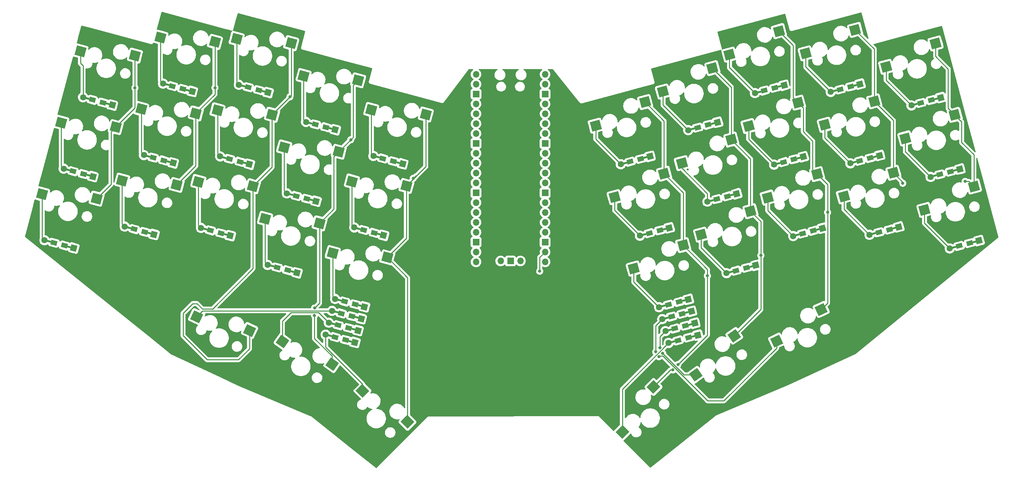
<source format=gbl>
G04 #@! TF.GenerationSoftware,KiCad,Pcbnew,(6.0.4)*
G04 #@! TF.CreationDate,2023-02-24T10:48:44-05:00*
G04 #@! TF.ProjectId,crowboard,63726f77-626f-4617-9264-2e6b69636164,rev?*
G04 #@! TF.SameCoordinates,Original*
G04 #@! TF.FileFunction,Copper,L2,Bot*
G04 #@! TF.FilePolarity,Positive*
%FSLAX46Y46*%
G04 Gerber Fmt 4.6, Leading zero omitted, Abs format (unit mm)*
G04 Created by KiCad (PCBNEW (6.0.4)) date 2023-02-24 10:48:44*
%MOMM*%
%LPD*%
G01*
G04 APERTURE LIST*
G04 Aperture macros list*
%AMRotRect*
0 Rectangle, with rotation*
0 The origin of the aperture is its center*
0 $1 length*
0 $2 width*
0 $3 Rotation angle, in degrees counterclockwise*
0 Add horizontal line*
21,1,$1,$2,0,0,$3*%
G04 Aperture macros list end*
G04 #@! TA.AperFunction,SMDPad,CuDef*
%ADD10RotRect,2.550000X2.500000X25.000000*%
G04 #@! TD*
G04 #@! TA.AperFunction,SMDPad,CuDef*
%ADD11RotRect,2.550000X2.500000X35.000000*%
G04 #@! TD*
G04 #@! TA.AperFunction,SMDPad,CuDef*
%ADD12RotRect,2.550000X2.500000X45.000000*%
G04 #@! TD*
G04 #@! TA.AperFunction,SMDPad,CuDef*
%ADD13RotRect,2.550000X2.500000X315.000000*%
G04 #@! TD*
G04 #@! TA.AperFunction,SMDPad,CuDef*
%ADD14RotRect,2.550000X2.500000X325.000000*%
G04 #@! TD*
G04 #@! TA.AperFunction,SMDPad,CuDef*
%ADD15RotRect,2.550000X2.500000X335.000000*%
G04 #@! TD*
G04 #@! TA.AperFunction,SMDPad,CuDef*
%ADD16RotRect,2.550000X2.500000X15.000000*%
G04 #@! TD*
G04 #@! TA.AperFunction,SMDPad,CuDef*
%ADD17RotRect,2.550000X2.500000X345.000000*%
G04 #@! TD*
G04 #@! TA.AperFunction,SMDPad,CuDef*
%ADD18RotRect,1.600000X1.200000X345.000000*%
G04 #@! TD*
G04 #@! TA.AperFunction,SMDPad,CuDef*
%ADD19RotRect,2.900000X0.500000X345.000000*%
G04 #@! TD*
G04 #@! TA.AperFunction,ComponentPad*
%ADD20RotRect,1.600000X1.600000X345.000000*%
G04 #@! TD*
G04 #@! TA.AperFunction,ComponentPad*
%ADD21C,1.600000*%
G04 #@! TD*
G04 #@! TA.AperFunction,SMDPad,CuDef*
%ADD22RotRect,1.600000X1.200000X15.000000*%
G04 #@! TD*
G04 #@! TA.AperFunction,ComponentPad*
%ADD23RotRect,1.600000X1.600000X15.000000*%
G04 #@! TD*
G04 #@! TA.AperFunction,SMDPad,CuDef*
%ADD24RotRect,2.900000X0.500000X15.000000*%
G04 #@! TD*
G04 #@! TA.AperFunction,ComponentPad*
%ADD25O,1.700000X1.700000*%
G04 #@! TD*
G04 #@! TA.AperFunction,ComponentPad*
%ADD26R,1.700000X1.700000*%
G04 #@! TD*
G04 #@! TA.AperFunction,ViaPad*
%ADD27C,0.800000*%
G04 #@! TD*
G04 #@! TA.AperFunction,Conductor*
%ADD28C,0.250000*%
G04 #@! TD*
G04 APERTURE END LIST*
D10*
X229087346Y-107246998D03*
X217608434Y-115402282D03*
D11*
X206715443Y-114025883D03*
X196827071Y-124050563D03*
D12*
X185919019Y-127174456D03*
X177921642Y-138763936D03*
D13*
X122568438Y-136179857D03*
X110978958Y-128182480D03*
D14*
X103181543Y-121351472D03*
X90379403Y-115488085D03*
D15*
X81906059Y-112673533D03*
X68280246Y-109122292D03*
D16*
X268395402Y-75578052D03*
X255674729Y-81616147D03*
X247680368Y-72089373D03*
X234959695Y-78127468D03*
X228046855Y-72419654D03*
X215326182Y-78457749D03*
X210878594Y-81950379D03*
X198157921Y-87988474D03*
X193559228Y-90699841D03*
X180838555Y-96737936D03*
D17*
X117363135Y-93845787D03*
X103327662Y-92714594D03*
X99935103Y-85067208D03*
X85899630Y-83936015D03*
X82766842Y-75536483D03*
X68731369Y-74405290D03*
X63133329Y-75206202D03*
X49097856Y-74075009D03*
X42526962Y-78723998D03*
X28491489Y-77592805D03*
D16*
X263464899Y-57177165D03*
X250744226Y-63215260D03*
X242749865Y-53688486D03*
X230029192Y-59726581D03*
X223116352Y-54018767D03*
X210395679Y-60056862D03*
X205948091Y-63549492D03*
X193227418Y-69587587D03*
X188628725Y-72298954D03*
X175908052Y-78337049D03*
D17*
X122293638Y-75444900D03*
X108258165Y-74313707D03*
X104865606Y-66666321D03*
X90830133Y-65535128D03*
X87697345Y-57135596D03*
X73661872Y-56004403D03*
X68063832Y-56805315D03*
X54028359Y-55674122D03*
X47457464Y-60323111D03*
X33421991Y-59191918D03*
D16*
X258534396Y-38776278D03*
X245813723Y-44814373D03*
X237819362Y-35287599D03*
X225098689Y-41325694D03*
X218185849Y-35617880D03*
X205465176Y-41655975D03*
X201071921Y-45134046D03*
X188351248Y-51172141D03*
X183752556Y-53883509D03*
X171031883Y-59921604D03*
D17*
X127278474Y-57058572D03*
X113243001Y-55927379D03*
X109850442Y-48279992D03*
X95814969Y-47148799D03*
X92627847Y-38734709D03*
X78592374Y-37603516D03*
X72994335Y-38404428D03*
X58958862Y-37273235D03*
X52387967Y-41922224D03*
X38352494Y-40791031D03*
D18*
X39159473Y-72398128D03*
D19*
X40221992Y-72682829D03*
D20*
X41574288Y-73045175D03*
D19*
X35392362Y-71388733D03*
D21*
X34040066Y-71026387D03*
D18*
X36454881Y-71673434D03*
D22*
X199977492Y-59725756D03*
D23*
X202392307Y-59078709D03*
D24*
X201040011Y-59441055D03*
D22*
X197272900Y-60450450D03*
D21*
X194858085Y-61097497D03*
D24*
X196210381Y-60735151D03*
D23*
X264785284Y-71121827D03*
D24*
X263432988Y-71484173D03*
D22*
X262370469Y-71768874D03*
X259665877Y-72493568D03*
D21*
X257251062Y-73140615D03*
D24*
X258603358Y-72778269D03*
D20*
X103967265Y-61002057D03*
D19*
X102614969Y-60639711D03*
D18*
X101552450Y-60355010D03*
D19*
X97785339Y-59345615D03*
D21*
X96433043Y-58983269D03*
D18*
X98847858Y-59630316D03*
X113995646Y-87519918D03*
D19*
X115058165Y-87804619D03*
D20*
X116410461Y-88166965D03*
D21*
X108876239Y-86148177D03*
D18*
X111291054Y-86795224D03*
D19*
X110228535Y-86510523D03*
X110127663Y-106205506D03*
D20*
X111479959Y-106567852D03*
D18*
X109065144Y-105920805D03*
D19*
X105298033Y-104911410D03*
D18*
X106360552Y-105196111D03*
D21*
X103945737Y-104549064D03*
D22*
X204907994Y-78126643D03*
D24*
X205970513Y-77841942D03*
D23*
X207322809Y-77479596D03*
D22*
X202203402Y-78851337D03*
D21*
X199788587Y-79498384D03*
D24*
X201140883Y-79136038D03*
X242772287Y-67980936D03*
D23*
X244124583Y-67618590D03*
D22*
X241709768Y-68265637D03*
X239005176Y-68990331D03*
D21*
X236590361Y-69637378D03*
D24*
X237942657Y-69275032D03*
D19*
X97684466Y-79040598D03*
D18*
X96621947Y-78755897D03*
D20*
X99036762Y-79402944D03*
D19*
X92854836Y-77746502D03*
D18*
X93917355Y-78031203D03*
D21*
X91502540Y-77384156D03*
D18*
X74523183Y-87626059D03*
D19*
X75585702Y-87910760D03*
D20*
X76937998Y-88273106D03*
D19*
X70756072Y-86616664D03*
D18*
X71818591Y-86901365D03*
D21*
X69403776Y-86254318D03*
D24*
X223138775Y-68311217D03*
D22*
X222076256Y-68595918D03*
D23*
X224491071Y-67948871D03*
D21*
X216956849Y-69967659D03*
D24*
X218309145Y-69605313D03*
D22*
X219371664Y-69320612D03*
D20*
X62234988Y-69541938D03*
D19*
X60882692Y-69179592D03*
D18*
X59820173Y-68894891D03*
X57115581Y-68170197D03*
D21*
X54700766Y-67523150D03*
D19*
X56053062Y-67885496D03*
X55952190Y-87580479D03*
D20*
X57304486Y-87942825D03*
D18*
X54889671Y-87295778D03*
X52185079Y-86571084D03*
D19*
X51122560Y-86286383D03*
D21*
X49770264Y-85924037D03*
D18*
X91691445Y-97156784D03*
D20*
X94106260Y-97803831D03*
D19*
X92753964Y-97441485D03*
X87924334Y-96147389D03*
D21*
X86572038Y-95785043D03*
D18*
X88986853Y-96432090D03*
D20*
X86684300Y-51440598D03*
D18*
X84269485Y-50793551D03*
D19*
X85332004Y-51078252D03*
X80502374Y-49784156D03*
D18*
X81564893Y-50068857D03*
D21*
X79150078Y-49421810D03*
D19*
X35291489Y-91083716D03*
D20*
X36643785Y-91446062D03*
D18*
X34228970Y-90799015D03*
X31524378Y-90074321D03*
D21*
X29109563Y-89427274D03*
D19*
X30461859Y-89789620D03*
D22*
X182603793Y-68489776D03*
D24*
X183666312Y-68205075D03*
D23*
X185018608Y-67842729D03*
D21*
X177484386Y-69861517D03*
D22*
X179899201Y-69214470D03*
D24*
X178836682Y-69499171D03*
D20*
X46571198Y-54662082D03*
D19*
X45218902Y-54299736D03*
D18*
X44156383Y-54015035D03*
D21*
X39036976Y-52643294D03*
D19*
X40389272Y-53005640D03*
D18*
X41451791Y-53290341D03*
D23*
X195701364Y-107711318D03*
D22*
X193286549Y-108358365D03*
D24*
X194349068Y-108073664D03*
D21*
X188167142Y-109730106D03*
D24*
X189519438Y-109367760D03*
D22*
X190581957Y-109083059D03*
D25*
X151638000Y-94766000D03*
D26*
X149098000Y-94766000D03*
D25*
X146558000Y-94766000D03*
X157988000Y-46736000D03*
X157988000Y-49276000D03*
D26*
X157988000Y-51816000D03*
D25*
X157988000Y-54356000D03*
X157988000Y-56896000D03*
X157988000Y-59436000D03*
X157988000Y-61976000D03*
D26*
X157988000Y-64516000D03*
D25*
X157988000Y-67056000D03*
X157988000Y-69596000D03*
X157988000Y-72136000D03*
X157988000Y-74676000D03*
D26*
X157988000Y-77216000D03*
D25*
X157988000Y-79756000D03*
X157988000Y-82296000D03*
X157988000Y-84836000D03*
X157988000Y-87376000D03*
D26*
X157988000Y-89916000D03*
D25*
X157988000Y-92456000D03*
X157988000Y-94996000D03*
X140208000Y-94996000D03*
X140208000Y-92456000D03*
D26*
X140208000Y-89916000D03*
D25*
X140208000Y-87376000D03*
X140208000Y-84836000D03*
X140208000Y-82296000D03*
X140208000Y-79756000D03*
D26*
X140208000Y-77216000D03*
D25*
X140208000Y-74676000D03*
X140208000Y-72136000D03*
X140208000Y-69596000D03*
X140208000Y-67056000D03*
D26*
X140208000Y-64516000D03*
D25*
X140208000Y-61976000D03*
X140208000Y-59436000D03*
X140208000Y-56896000D03*
X140208000Y-54356000D03*
D26*
X140208000Y-51816000D03*
D25*
X140208000Y-49276000D03*
X140208000Y-46736000D03*
D22*
X194930050Y-114491994D03*
D24*
X195992569Y-114207293D03*
D23*
X197344865Y-113844947D03*
D22*
X192225458Y-115216688D03*
D21*
X189810643Y-115863735D03*
D24*
X191162939Y-115501389D03*
D23*
X194879613Y-104644503D03*
D22*
X192464798Y-105291550D03*
D24*
X193527317Y-105006849D03*
D21*
X187345391Y-106663291D03*
D22*
X189760206Y-106016244D03*
D24*
X188697687Y-106300945D03*
X210901016Y-96242829D03*
D23*
X212253312Y-95880483D03*
D22*
X209838497Y-96527530D03*
D21*
X204719090Y-97899271D03*
D24*
X206071386Y-97536925D03*
D22*
X207133905Y-97252224D03*
X246640271Y-86666524D03*
D23*
X249055086Y-86019477D03*
D24*
X247702790Y-86381823D03*
X242873160Y-87675919D03*
D22*
X243935679Y-87391218D03*
D21*
X241520864Y-88038265D03*
D18*
X64750676Y-50494004D03*
D20*
X67165491Y-51141051D03*
D19*
X65813195Y-50778705D03*
X60983565Y-49484609D03*
D21*
X59631269Y-49122263D03*
D18*
X62046084Y-49769310D03*
D20*
X109022925Y-115737627D03*
D18*
X106608110Y-115090580D03*
D19*
X107670629Y-115375281D03*
D18*
X103903518Y-114365886D03*
D19*
X102840999Y-114081185D03*
D21*
X101488703Y-113718839D03*
D22*
X236664562Y-49895485D03*
D23*
X239079377Y-49248438D03*
D24*
X237727081Y-49610784D03*
D21*
X231545155Y-51267226D03*
D24*
X232897451Y-50904880D03*
D22*
X233959970Y-50620179D03*
X187534296Y-86890663D03*
D24*
X188596815Y-86605962D03*
D23*
X189949111Y-86243616D03*
D22*
X184829704Y-87615357D03*
D21*
X182414889Y-88262404D03*
D24*
X183767185Y-87900058D03*
D23*
X229421574Y-86349758D03*
D24*
X228069278Y-86712104D03*
D22*
X227006759Y-86996805D03*
D21*
X221887352Y-88368546D03*
D24*
X223239648Y-88006200D03*
D22*
X224302167Y-87721499D03*
X267300972Y-90169761D03*
D23*
X269715787Y-89522714D03*
D24*
X268363491Y-89885060D03*
D21*
X262181565Y-91541502D03*
D24*
X263533861Y-91179156D03*
D22*
X264596380Y-90894455D03*
D24*
X258502485Y-53083286D03*
D22*
X257439966Y-53367987D03*
D23*
X259854781Y-52720940D03*
D24*
X253672855Y-54377382D03*
D21*
X252320559Y-54739728D03*
D22*
X254735374Y-54092681D03*
X217145753Y-50195031D03*
D23*
X219560568Y-49547984D03*
D24*
X218208272Y-49910330D03*
D21*
X212026346Y-51566772D03*
D24*
X213378642Y-51204426D03*
D22*
X214441161Y-50919725D03*
D19*
X108492379Y-112308467D03*
D18*
X107429860Y-112023766D03*
D20*
X109844675Y-112670813D03*
D21*
X102310453Y-110652025D03*
D19*
X103662749Y-111014371D03*
D18*
X104725268Y-111299072D03*
D20*
X81868501Y-69872219D03*
D19*
X80516205Y-69509873D03*
D18*
X79453686Y-69225172D03*
D19*
X75686575Y-68215777D03*
D18*
X76749094Y-68500478D03*
D21*
X74334279Y-67853431D03*
D23*
X196523114Y-110778132D03*
D24*
X195170818Y-111140478D03*
D22*
X194108299Y-111425179D03*
D24*
X190341188Y-112434574D03*
D21*
X188988892Y-112796920D03*
D22*
X191403707Y-112149873D03*
D20*
X110658208Y-109634666D03*
D18*
X108243393Y-108987619D03*
D19*
X109305912Y-109272320D03*
X104476282Y-107978224D03*
D18*
X105538801Y-108262925D03*
D21*
X103123986Y-107615878D03*
D19*
X119988668Y-69403732D03*
D20*
X121340964Y-69766078D03*
D18*
X118926149Y-69119031D03*
D19*
X115159038Y-68109636D03*
D21*
X113806742Y-67747290D03*
D18*
X116221557Y-68394337D03*
D27*
X266160000Y-74300000D03*
X250100000Y-74770000D03*
X230725890Y-82245890D03*
X213557628Y-93317628D03*
X199780000Y-98590000D03*
X72994335Y-50175665D03*
X92301470Y-52531470D03*
X107955963Y-63575963D03*
X124060000Y-73490000D03*
X52387967Y-50202033D03*
X156614299Y-97394299D03*
X190889842Y-122810158D03*
X192202299Y-121437701D03*
X187294488Y-119404488D03*
X186494890Y-118154890D03*
X188250000Y-118510000D03*
X187549890Y-117099890D03*
X98650000Y-106890000D03*
X98620000Y-108789898D03*
D28*
X267117350Y-74300000D02*
X268395402Y-75578052D01*
X266160000Y-74300000D02*
X267117350Y-74300000D01*
X250100000Y-74509005D02*
X247680368Y-72089373D01*
X250100000Y-74770000D02*
X250100000Y-74509005D01*
X230725890Y-82245890D02*
X230725890Y-105608454D01*
X230725890Y-75098689D02*
X230725890Y-82245890D01*
X213557628Y-93317628D02*
X213557628Y-107183698D01*
X213557628Y-84629413D02*
X213557628Y-93317628D01*
X199780000Y-98590000D02*
X199780000Y-110260000D01*
X199780000Y-96920613D02*
X199780000Y-98590000D01*
X193559228Y-77229457D02*
X193559228Y-90699841D01*
X72994335Y-50175665D02*
X72994335Y-51874812D01*
X72994335Y-38404428D02*
X72994335Y-50175665D01*
X92627847Y-52205094D02*
X92301470Y-52531470D01*
X92301470Y-52531470D02*
X87697345Y-57135596D01*
X107955963Y-63575963D02*
X108592292Y-62939635D01*
X104865606Y-66666321D02*
X107955963Y-63575963D01*
X124060000Y-73490000D02*
X124735731Y-72814269D01*
X124924269Y-72814269D02*
X127278474Y-70460064D01*
X122293638Y-75444900D02*
X124924269Y-72814269D01*
X124735731Y-72814269D02*
X124924269Y-72814269D01*
X52387967Y-55392608D02*
X47457464Y-60323111D01*
X52387967Y-41922224D02*
X52387967Y-55392608D01*
X52372224Y-41922224D02*
X52050000Y-41600000D01*
X52387967Y-41922224D02*
X52372224Y-41922224D01*
X156614299Y-93829701D02*
X157988000Y-92456000D01*
X156614299Y-97394299D02*
X156614299Y-93829701D01*
X190283317Y-122810158D02*
X185919019Y-127174456D01*
X190889842Y-122810158D02*
X190283317Y-122810158D01*
X199780000Y-113860000D02*
X192202299Y-121437701D01*
X199780000Y-110260000D02*
X199780000Y-113860000D01*
X193559228Y-90699841D02*
X199780000Y-96920613D01*
X188628725Y-72298954D02*
X193559228Y-77229457D01*
X188628725Y-58759678D02*
X188628725Y-72298954D01*
X183752556Y-53883509D02*
X188628725Y-58759678D01*
X213557628Y-107183698D02*
X206715443Y-114025883D01*
X210878594Y-81950379D02*
X213557628Y-84629413D01*
X210878594Y-68479995D02*
X210878594Y-81950379D01*
X205948091Y-63549492D02*
X210878594Y-68479995D01*
X205948091Y-50010216D02*
X205948091Y-63549492D01*
X201071921Y-45134046D02*
X205948091Y-50010216D01*
X230725890Y-105608454D02*
X229087346Y-107246998D01*
X228046855Y-72419654D02*
X230725890Y-75098689D01*
X226900000Y-71272799D02*
X228046855Y-72419654D01*
X226900000Y-63930000D02*
X226900000Y-71272799D01*
X224487803Y-61517803D02*
X226900000Y-63930000D01*
X224487803Y-55390218D02*
X224487803Y-61517803D01*
X223116352Y-54018767D02*
X224487803Y-55390218D01*
X221840000Y-52742415D02*
X223116352Y-54018767D01*
X221840000Y-39272031D02*
X221840000Y-52742415D01*
X218185849Y-35617880D02*
X221840000Y-39272031D01*
X247680368Y-58618989D02*
X247680368Y-72089373D01*
X242749865Y-53688486D02*
X247680368Y-58618989D01*
X242749865Y-40218102D02*
X242749865Y-53688486D01*
X237819362Y-35287599D02*
X242749865Y-40218102D01*
X268395402Y-67425402D02*
X268395402Y-75578052D01*
X265220000Y-58932266D02*
X265220000Y-64250000D01*
X263464899Y-57177165D02*
X265220000Y-58932266D01*
X265220000Y-64250000D02*
X268395402Y-67425402D01*
X261780000Y-55492266D02*
X263464899Y-57177165D01*
X261780000Y-45362918D02*
X261780000Y-55492266D01*
X258534396Y-42117314D02*
X261780000Y-45362918D01*
X258534396Y-38776278D02*
X258534396Y-42117314D01*
X255674729Y-85034666D02*
X262181565Y-91541502D01*
X255674729Y-81616147D02*
X255674729Y-85034666D01*
X250744226Y-66633779D02*
X257251062Y-73140615D01*
X250744226Y-63215260D02*
X250744226Y-66633779D01*
X245813723Y-48232892D02*
X252320559Y-54739728D01*
X245813723Y-44814373D02*
X245813723Y-48232892D01*
X234959695Y-78127468D02*
X234959695Y-81477096D01*
X234959695Y-81477096D02*
X241520864Y-88038265D01*
X230029192Y-63076209D02*
X236590361Y-69637378D01*
X230029192Y-59726581D02*
X230029192Y-63076209D01*
X225098689Y-44820760D02*
X231545155Y-51267226D01*
X225098689Y-41325694D02*
X225098689Y-44820760D01*
X205465176Y-45005602D02*
X212026346Y-51566772D01*
X205465176Y-41655975D02*
X205465176Y-45005602D01*
X210395679Y-63406489D02*
X216956849Y-69967659D01*
X210395679Y-60056862D02*
X210395679Y-63406489D01*
X215326182Y-81807376D02*
X221887352Y-88368546D01*
X215326182Y-78457749D02*
X215326182Y-81807376D01*
X198157921Y-91338102D02*
X204719090Y-97899271D01*
X198157921Y-87988474D02*
X198157921Y-91338102D01*
X199788587Y-77442851D02*
X199788587Y-79498384D01*
X193227418Y-70881682D02*
X199788587Y-77442851D01*
X193227418Y-69587587D02*
X193227418Y-70881682D01*
X188351248Y-54590660D02*
X194858085Y-61097497D01*
X188351248Y-51172141D02*
X188351248Y-54590660D01*
X217608434Y-117171566D02*
X217608434Y-115402282D01*
X204030000Y-130750000D02*
X217608434Y-117171566D01*
X199854282Y-130750000D02*
X204030000Y-130750000D01*
X188338793Y-119234511D02*
X199854282Y-130750000D01*
X187464465Y-119234511D02*
X188338793Y-119234511D01*
X187294488Y-119404488D02*
X187464465Y-119234511D01*
X186494890Y-111402358D02*
X186494890Y-118154890D01*
X188167142Y-109730106D02*
X186494890Y-111402358D01*
X193790563Y-124050563D02*
X196827071Y-124050563D01*
X188250000Y-118510000D02*
X193790563Y-124050563D01*
X187549890Y-114235922D02*
X187549890Y-117099890D01*
X188988892Y-112796920D02*
X187549890Y-114235922D01*
X177921642Y-127752736D02*
X189810643Y-115863735D01*
X177921642Y-138763936D02*
X177921642Y-127752736D01*
X180838555Y-96737936D02*
X180838555Y-100156455D01*
X180838555Y-100156455D02*
X187345391Y-106663291D01*
X175908052Y-81755567D02*
X182414889Y-88262404D01*
X175908052Y-78337049D02*
X175908052Y-81755567D01*
X171031883Y-63409014D02*
X177484386Y-69861517D01*
X171031883Y-59921604D02*
X171031883Y-63409014D01*
X127278474Y-70460064D02*
X127278474Y-57058572D01*
X122293638Y-88915284D02*
X122293638Y-75444900D01*
X117363135Y-93845787D02*
X122293638Y-88915284D01*
X122568438Y-99051090D02*
X117363135Y-93845787D01*
X122568438Y-136179857D02*
X122568438Y-99051090D01*
X108592292Y-62939635D02*
X108592292Y-49538142D01*
X108592292Y-49538142D02*
X109850442Y-48279992D01*
X103607456Y-67924471D02*
X104865606Y-66666321D01*
X103607456Y-81394855D02*
X103607456Y-67924471D01*
X99935103Y-85067208D02*
X103607456Y-81394855D01*
X99935103Y-105604897D02*
X99935103Y-85067208D01*
X98650000Y-106890000D02*
X99935103Y-105604897D01*
X98620000Y-114691472D02*
X98620000Y-108789898D01*
X103181543Y-119253016D02*
X98620000Y-114691472D01*
X103181543Y-121351472D02*
X103181543Y-119253016D01*
X81906059Y-117323941D02*
X81906059Y-112673533D01*
X79070000Y-120160000D02*
X81906059Y-117323941D01*
X70960000Y-120160000D02*
X79070000Y-120160000D01*
X64790000Y-113990000D02*
X70960000Y-120160000D01*
X64790000Y-108250000D02*
X64790000Y-113990000D01*
X67300000Y-105740000D02*
X64790000Y-108250000D01*
X68380000Y-105740000D02*
X67300000Y-105740000D01*
X69766049Y-107126049D02*
X68380000Y-105740000D01*
X72279691Y-107126049D02*
X69766049Y-107126049D01*
X72320000Y-107166358D02*
X72279691Y-107126049D01*
X82766842Y-96719516D02*
X72320000Y-107166358D01*
X82766842Y-75536483D02*
X82766842Y-96719516D01*
X87697345Y-70605980D02*
X82766842Y-75536483D01*
X87697345Y-57135596D02*
X87697345Y-70605980D01*
X92627847Y-38734709D02*
X92627847Y-52205094D01*
X68063832Y-70275699D02*
X63133329Y-75206202D01*
X68063832Y-56805315D02*
X68063832Y-70275699D01*
X72994335Y-51874812D02*
X68063832Y-56805315D01*
X46250000Y-75000960D02*
X42526962Y-78723998D01*
X46250000Y-61530575D02*
X46250000Y-75000960D01*
X47457464Y-60323111D02*
X46250000Y-61530575D01*
X103327662Y-103930989D02*
X103945737Y-104549064D01*
X103327662Y-92714594D02*
X103327662Y-103930989D01*
X108258165Y-85530103D02*
X108876239Y-86148177D01*
X108258165Y-74313707D02*
X108258165Y-85530103D01*
X113243001Y-55927379D02*
X113243001Y-67183549D01*
X113243001Y-67183549D02*
X113806742Y-67747290D01*
X85899630Y-95112635D02*
X86572038Y-95785043D01*
X85899630Y-83936015D02*
X85899630Y-95112635D01*
X90830133Y-76711749D02*
X91502540Y-77384156D01*
X90830133Y-65535128D02*
X90830133Y-76711749D01*
X95814969Y-47148799D02*
X95814969Y-58365195D01*
X95814969Y-58365195D02*
X96433043Y-58983269D01*
X101488703Y-116924458D02*
X101488703Y-113718839D01*
X110978958Y-126414713D02*
X101488703Y-116924458D01*
X110978958Y-128182480D02*
X110978958Y-126414713D01*
X99723826Y-108065398D02*
X102310453Y-110652025D01*
X92580000Y-108065398D02*
X99723826Y-108065398D01*
X90379403Y-110265995D02*
X92580000Y-108065398D01*
X90379403Y-115488085D02*
X90379403Y-110265995D01*
X69786660Y-107615878D02*
X103123986Y-107615878D01*
X68280246Y-109122292D02*
X69786660Y-107615878D01*
X68731369Y-85581911D02*
X69403776Y-86254318D01*
X68731369Y-74405290D02*
X68731369Y-85581911D01*
X73661872Y-67181024D02*
X74334279Y-67853431D01*
X73661872Y-56004403D02*
X73661872Y-67181024D01*
X78592374Y-48864106D02*
X79150078Y-49421810D01*
X78592374Y-37603516D02*
X78592374Y-48864106D01*
X49097856Y-85251629D02*
X49770264Y-85924037D01*
X49097856Y-74075009D02*
X49097856Y-85251629D01*
X54028359Y-66850743D02*
X54700766Y-67523150D01*
X54028359Y-55674122D02*
X54028359Y-66850743D01*
X58958862Y-48449856D02*
X59631269Y-49122263D01*
X58958862Y-37273235D02*
X58958862Y-48449856D01*
X28491489Y-88809200D02*
X29109563Y-89427274D01*
X28491489Y-77592805D02*
X28491489Y-88809200D01*
X33421991Y-70408312D02*
X34040066Y-71026387D01*
X33421991Y-59191918D02*
X33421991Y-70408312D01*
X39036976Y-44565748D02*
X39036976Y-52643294D01*
X38352494Y-40791031D02*
X38352494Y-43881266D01*
X38352494Y-43881266D02*
X39036976Y-44565748D01*
G04 #@! TA.AperFunction,NonConductor*
G36*
X196413729Y-115184349D02*
G01*
X196510700Y-115260521D01*
X196522315Y-115269645D01*
X196657509Y-115323856D01*
X196802484Y-115337943D01*
X196864295Y-115328374D01*
X197163345Y-115248244D01*
X197234320Y-115249934D01*
X197293116Y-115289728D01*
X197321064Y-115354992D01*
X197309291Y-115425006D01*
X197285050Y-115459046D01*
X194766914Y-117977181D01*
X192251799Y-120492296D01*
X192189487Y-120526322D01*
X192162704Y-120529201D01*
X192106812Y-120529201D01*
X192100360Y-120530573D01*
X192100355Y-120530573D01*
X192013412Y-120549054D01*
X191920011Y-120568907D01*
X191913981Y-120571592D01*
X191913980Y-120571592D01*
X191751577Y-120643898D01*
X191751575Y-120643899D01*
X191745547Y-120646583D01*
X191740206Y-120650463D01*
X191740205Y-120650464D01*
X191715271Y-120668580D01*
X191591046Y-120758835D01*
X191586624Y-120763747D01*
X191581722Y-120768160D01*
X191580843Y-120767184D01*
X191526426Y-120800703D01*
X191455442Y-120799346D01*
X191404150Y-120768245D01*
X189197122Y-118561217D01*
X189163096Y-118498905D01*
X189160907Y-118485292D01*
X189160792Y-118484192D01*
X189149107Y-118373018D01*
X189144232Y-118326635D01*
X189144232Y-118326633D01*
X189143542Y-118320072D01*
X189084527Y-118138444D01*
X189076033Y-118123731D01*
X189033965Y-118050869D01*
X188989040Y-117973056D01*
X188883405Y-117855737D01*
X188852690Y-117791732D01*
X188861454Y-117721278D01*
X188887948Y-117682334D01*
X189397395Y-117172887D01*
X189459707Y-117138861D01*
X189519102Y-117140276D01*
X189577234Y-117155853D01*
X189577245Y-117155855D01*
X189582556Y-117157278D01*
X189810643Y-117177233D01*
X190038730Y-117157278D01*
X190044043Y-117155854D01*
X190044045Y-117155854D01*
X190254576Y-117099442D01*
X190254578Y-117099441D01*
X190259886Y-117098019D01*
X190303038Y-117077897D01*
X190462405Y-117003584D01*
X190462410Y-117003581D01*
X190467392Y-117001258D01*
X190639418Y-116880804D01*
X190650432Y-116873092D01*
X190650435Y-116873090D01*
X190654943Y-116869933D01*
X190816841Y-116708035D01*
X190845114Y-116667658D01*
X190899375Y-116590164D01*
X190948166Y-116520484D01*
X190950489Y-116515502D01*
X190950492Y-116515497D01*
X191016628Y-116373667D01*
X191063545Y-116320382D01*
X191131823Y-116300921D01*
X191199783Y-116321463D01*
X191224448Y-116345131D01*
X191225180Y-116344432D01*
X191231378Y-116350918D01*
X191236600Y-116358225D01*
X191351144Y-116448201D01*
X191359476Y-116451542D01*
X191478007Y-116499071D01*
X191478011Y-116499072D01*
X191486338Y-116502411D01*
X191631313Y-116516499D01*
X191693124Y-116506930D01*
X192960254Y-116167404D01*
X193328306Y-116068785D01*
X193328310Y-116068784D01*
X193331593Y-116067904D01*
X193389908Y-116045285D01*
X193508417Y-115960597D01*
X193598392Y-115846053D01*
X193652603Y-115710859D01*
X193661255Y-115621818D01*
X193687751Y-115555951D01*
X193745652Y-115514865D01*
X193816573Y-115511605D01*
X193877999Y-115547206D01*
X193889178Y-115560746D01*
X193911408Y-115591853D01*
X193941192Y-115633531D01*
X194055736Y-115723507D01*
X194064068Y-115726848D01*
X194182599Y-115774377D01*
X194182603Y-115774378D01*
X194190930Y-115777717D01*
X194335905Y-115791805D01*
X194397716Y-115782236D01*
X195634579Y-115450820D01*
X196032898Y-115344091D01*
X196032902Y-115344090D01*
X196036185Y-115343210D01*
X196083845Y-115324724D01*
X196087137Y-115323447D01*
X196094500Y-115320591D01*
X196213009Y-115235903D01*
X196236811Y-115205602D01*
X196294618Y-115164388D01*
X196365532Y-115160970D01*
X196413729Y-115184349D01*
G37*
G04 #@! TD.AperFunction*
G04 #@! TA.AperFunction,NonConductor*
G36*
X194858341Y-70991823D02*
G01*
X194917137Y-71031617D01*
X194945085Y-71096881D01*
X194944884Y-71128395D01*
X194918928Y-71324238D01*
X194917515Y-71334900D01*
X194918752Y-71367834D01*
X194918769Y-71368300D01*
X194901337Y-71437123D01*
X194849464Y-71485596D01*
X194779618Y-71498329D01*
X194713976Y-71471280D01*
X194703763Y-71462122D01*
X194503503Y-71261862D01*
X194469477Y-71199550D01*
X194474542Y-71128735D01*
X194517089Y-71071899D01*
X194559986Y-71051061D01*
X194787364Y-70990134D01*
X194858341Y-70991823D01*
G37*
G04 #@! TD.AperFunction*
G04 #@! TA.AperFunction,NonConductor*
G36*
X59356775Y-30680578D02*
G01*
X75289968Y-34951107D01*
X77059946Y-35425509D01*
X77111265Y-35439264D01*
X77112419Y-35439579D01*
X77183812Y-35459448D01*
X77192784Y-35459331D01*
X77192786Y-35459331D01*
X77201151Y-35459221D01*
X77214486Y-35459047D01*
X77231160Y-35459937D01*
X77261618Y-35463598D01*
X77265194Y-35463003D01*
X77331149Y-35480762D01*
X77378841Y-35533354D01*
X77390530Y-35603382D01*
X77362503Y-35668612D01*
X77343272Y-35687357D01*
X77312934Y-35711188D01*
X77228246Y-35829696D01*
X77205627Y-35888011D01*
X77204747Y-35891294D01*
X77204746Y-35891298D01*
X76710560Y-37735625D01*
X76533663Y-38395813D01*
X76524094Y-38457625D01*
X76538182Y-38602600D01*
X76541523Y-38610932D01*
X76586010Y-38721874D01*
X76592393Y-38737793D01*
X76682368Y-38852338D01*
X76689670Y-38857556D01*
X76689671Y-38857557D01*
X76789148Y-38928644D01*
X76800877Y-38937026D01*
X76808244Y-38939883D01*
X76808245Y-38939884D01*
X76856014Y-38958412D01*
X76856018Y-38958413D01*
X76859191Y-38959644D01*
X77205794Y-39052516D01*
X77865485Y-39229280D01*
X77926108Y-39266232D01*
X77957129Y-39330092D01*
X77958874Y-39350987D01*
X77958874Y-48785339D01*
X77958347Y-48796522D01*
X77956672Y-48804015D01*
X77956921Y-48811941D01*
X77956921Y-48811942D01*
X77958111Y-48849791D01*
X77946368Y-48906999D01*
X77918612Y-48966523D01*
X77915794Y-48972567D01*
X77914372Y-48977875D01*
X77914371Y-48977877D01*
X77858471Y-49186496D01*
X77856535Y-49193723D01*
X77836580Y-49421810D01*
X77856535Y-49649897D01*
X77857959Y-49655210D01*
X77857959Y-49655212D01*
X77914042Y-49864513D01*
X77915794Y-49871053D01*
X77918117Y-49876034D01*
X77918117Y-49876035D01*
X78010229Y-50073572D01*
X78010232Y-50073577D01*
X78012555Y-50078559D01*
X78058504Y-50144181D01*
X78135228Y-50253753D01*
X78143880Y-50266110D01*
X78305778Y-50428008D01*
X78310286Y-50431165D01*
X78310289Y-50431167D01*
X78368765Y-50472112D01*
X78493329Y-50559333D01*
X78498311Y-50561656D01*
X78498316Y-50561659D01*
X78695853Y-50653771D01*
X78700835Y-50656094D01*
X78706143Y-50657516D01*
X78706145Y-50657517D01*
X78916676Y-50713929D01*
X78916678Y-50713929D01*
X78921991Y-50715353D01*
X79150078Y-50735308D01*
X79378165Y-50715353D01*
X79383478Y-50713929D01*
X79383480Y-50713929D01*
X79594011Y-50657517D01*
X79594013Y-50657516D01*
X79599321Y-50656094D01*
X79604303Y-50653771D01*
X79801840Y-50561659D01*
X79801845Y-50561656D01*
X79806827Y-50559333D01*
X79939526Y-50466416D01*
X80006799Y-50443728D01*
X80075659Y-50461013D01*
X80124244Y-50512782D01*
X80133773Y-50545612D01*
X80134755Y-50545373D01*
X80136879Y-50554087D01*
X80137748Y-50563028D01*
X80191959Y-50698222D01*
X80197503Y-50705280D01*
X80215519Y-50728215D01*
X80281934Y-50812766D01*
X80400443Y-50897454D01*
X80458758Y-50920073D01*
X80462041Y-50920953D01*
X80462045Y-50920954D01*
X80976013Y-51058671D01*
X82097227Y-51359099D01*
X82159038Y-51368668D01*
X82304013Y-51354580D01*
X82312340Y-51351241D01*
X82312344Y-51351240D01*
X82430875Y-51303711D01*
X82439207Y-51300370D01*
X82553751Y-51210394D01*
X82571007Y-51186247D01*
X82605765Y-51137609D01*
X82661645Y-51093815D01*
X82732331Y-51087184D01*
X82795381Y-51119822D01*
X82830777Y-51181366D01*
X82833688Y-51198681D01*
X82842340Y-51287722D01*
X82896551Y-51422916D01*
X82902095Y-51429974D01*
X82910871Y-51441146D01*
X82986526Y-51537460D01*
X83105035Y-51622148D01*
X83163350Y-51644767D01*
X83166633Y-51645647D01*
X83166637Y-51645648D01*
X83680605Y-51783365D01*
X84801819Y-52083793D01*
X84863630Y-52093362D01*
X85008605Y-52079274D01*
X85016934Y-52075934D01*
X85016939Y-52075933D01*
X85044368Y-52064934D01*
X85115039Y-52058146D01*
X85178162Y-52090643D01*
X85208211Y-52134987D01*
X85259602Y-52263148D01*
X85265146Y-52270205D01*
X85265146Y-52270206D01*
X85284294Y-52294582D01*
X85349578Y-52377692D01*
X85468086Y-52462380D01*
X85526401Y-52484999D01*
X85529684Y-52485879D01*
X85529688Y-52485880D01*
X86030083Y-52619960D01*
X87164870Y-52924025D01*
X87226681Y-52933594D01*
X87371656Y-52919507D01*
X87506850Y-52865296D01*
X87516359Y-52857827D01*
X87599052Y-52792870D01*
X87621394Y-52775320D01*
X87706082Y-52656812D01*
X87728701Y-52598497D01*
X87732037Y-52586049D01*
X87876348Y-52047469D01*
X88167727Y-50960028D01*
X88177296Y-50898217D01*
X88163209Y-50753242D01*
X88108998Y-50618048D01*
X88095421Y-50600763D01*
X88046194Y-50538095D01*
X88019022Y-50503504D01*
X87900514Y-50418816D01*
X87842199Y-50396197D01*
X87838916Y-50395317D01*
X87838912Y-50395316D01*
X87241872Y-50235340D01*
X86203730Y-49957171D01*
X86141919Y-49947602D01*
X85996944Y-49961689D01*
X85861750Y-50015900D01*
X85854693Y-50021444D01*
X85854692Y-50021444D01*
X85753164Y-50101196D01*
X85687239Y-50127546D01*
X85617533Y-50114071D01*
X85576246Y-50079944D01*
X85552444Y-50049642D01*
X85433935Y-49964954D01*
X85425518Y-49961689D01*
X85412529Y-49956651D01*
X85375620Y-49942335D01*
X85372337Y-49941455D01*
X85372333Y-49941454D01*
X84778932Y-49782453D01*
X83737151Y-49503309D01*
X83675340Y-49493740D01*
X83530365Y-49507828D01*
X83522038Y-49511167D01*
X83522034Y-49511168D01*
X83413137Y-49554834D01*
X83395171Y-49562038D01*
X83280627Y-49652014D01*
X83275404Y-49659323D01*
X83275403Y-49659324D01*
X83228613Y-49724799D01*
X83172733Y-49768593D01*
X83102047Y-49775224D01*
X83038997Y-49742586D01*
X83003601Y-49681042D01*
X83000690Y-49663727D01*
X82996330Y-49618854D01*
X82992038Y-49574686D01*
X82937827Y-49439492D01*
X82922606Y-49420114D01*
X82884047Y-49371026D01*
X82847852Y-49324948D01*
X82729343Y-49240260D01*
X82671028Y-49217641D01*
X82667745Y-49216761D01*
X82667741Y-49216760D01*
X82094008Y-49063029D01*
X81032559Y-48778615D01*
X80970748Y-48769046D01*
X80825773Y-48783134D01*
X80817446Y-48786473D01*
X80817442Y-48786474D01*
X80704021Y-48831954D01*
X80690579Y-48837344D01*
X80576035Y-48927320D01*
X80570813Y-48934627D01*
X80564615Y-48941113D01*
X80562984Y-48939555D01*
X80516903Y-48975676D01*
X80446217Y-48982313D01*
X80383165Y-48949681D01*
X80356063Y-48911878D01*
X80289927Y-48770048D01*
X80289924Y-48770043D01*
X80287601Y-48765061D01*
X80209561Y-48653609D01*
X80159435Y-48582021D01*
X80159433Y-48582018D01*
X80156276Y-48577510D01*
X79994378Y-48415612D01*
X79989870Y-48412455D01*
X79989867Y-48412453D01*
X79876083Y-48332781D01*
X79806827Y-48284287D01*
X79801845Y-48281964D01*
X79801840Y-48281961D01*
X79604303Y-48189849D01*
X79604302Y-48189849D01*
X79599321Y-48187526D01*
X79594013Y-48186104D01*
X79594011Y-48186103D01*
X79383480Y-48129691D01*
X79383478Y-48129691D01*
X79378165Y-48128267D01*
X79340892Y-48125006D01*
X79274774Y-48099142D01*
X79233135Y-48041639D01*
X79225874Y-47999485D01*
X79225874Y-41817370D01*
X79245876Y-41749249D01*
X79299532Y-41702756D01*
X79369806Y-41692652D01*
X79431765Y-41719936D01*
X79553585Y-41819823D01*
X79553591Y-41819827D01*
X79557713Y-41823207D01*
X79758205Y-41937333D01*
X79763221Y-41939154D01*
X79763226Y-41939156D01*
X79970045Y-42014228D01*
X79970049Y-42014229D01*
X79975060Y-42016048D01*
X79980309Y-42016997D01*
X79980312Y-42016998D01*
X80197993Y-42056361D01*
X80198000Y-42056362D01*
X80202077Y-42057099D01*
X80219814Y-42057935D01*
X80224762Y-42058169D01*
X80224769Y-42058169D01*
X80226250Y-42058239D01*
X80388395Y-42058239D01*
X80455351Y-42052558D01*
X80555032Y-42044100D01*
X80555036Y-42044099D01*
X80560343Y-42043649D01*
X80565498Y-42042311D01*
X80565504Y-42042310D01*
X80778473Y-41987034D01*
X80778477Y-41987033D01*
X80783642Y-41985692D01*
X80788508Y-41983500D01*
X80788511Y-41983499D01*
X80989119Y-41893132D01*
X80993985Y-41890940D01*
X80998405Y-41887964D01*
X80998409Y-41887962D01*
X81105228Y-41816046D01*
X81185355Y-41762101D01*
X81352282Y-41602861D01*
X81396217Y-41543810D01*
X81486807Y-41422053D01*
X81486809Y-41422050D01*
X81489991Y-41417773D01*
X81594547Y-41212127D01*
X81632826Y-41088851D01*
X81661375Y-40996909D01*
X81661376Y-40996903D01*
X81662959Y-40991806D01*
X81682308Y-40845815D01*
X81692570Y-40768392D01*
X81692570Y-40768387D01*
X81693270Y-40763107D01*
X81690085Y-40678271D01*
X81707517Y-40609450D01*
X81759391Y-40560977D01*
X81833532Y-40548772D01*
X81905698Y-40558914D01*
X82074148Y-40582588D01*
X82284742Y-40582588D01*
X82286928Y-40582435D01*
X82286932Y-40582435D01*
X82490423Y-40568206D01*
X82490428Y-40568205D01*
X82494808Y-40567899D01*
X82769566Y-40509497D01*
X82773695Y-40507994D01*
X82773699Y-40507993D01*
X83017856Y-40419127D01*
X83088709Y-40414624D01*
X83150750Y-40449142D01*
X83184279Y-40511722D01*
X83178653Y-40582496D01*
X83162887Y-40611588D01*
X83120349Y-40670136D01*
X83118442Y-40673605D01*
X83118440Y-40673608D01*
X82976347Y-40932075D01*
X82968657Y-40946063D01*
X82852743Y-41238827D01*
X82774437Y-41543810D01*
X82734973Y-41856202D01*
X82734973Y-42171078D01*
X82774437Y-42483470D01*
X82852743Y-42788453D01*
X82854196Y-42792122D01*
X82854196Y-42792123D01*
X82873569Y-42841052D01*
X82968657Y-43081217D01*
X82970559Y-43084676D01*
X82970560Y-43084679D01*
X83095168Y-43311339D01*
X83120349Y-43357144D01*
X83215543Y-43488167D01*
X83301237Y-43606115D01*
X83305428Y-43611884D01*
X83520975Y-43841418D01*
X83763591Y-44042127D01*
X83936814Y-44152058D01*
X84002000Y-44193426D01*
X84029449Y-44210846D01*
X84033028Y-44212530D01*
X84033035Y-44212534D01*
X84310767Y-44343224D01*
X84310771Y-44343226D01*
X84314357Y-44344913D01*
X84318129Y-44346139D01*
X84318130Y-44346139D01*
X84380795Y-44366500D01*
X84613821Y-44442215D01*
X84923119Y-44501217D01*
X85016673Y-44507103D01*
X85156731Y-44515915D01*
X85156747Y-44515916D01*
X85158726Y-44516040D01*
X85316020Y-44516040D01*
X85317999Y-44515916D01*
X85318015Y-44515915D01*
X85458073Y-44507103D01*
X85551627Y-44501217D01*
X85860925Y-44442215D01*
X86093951Y-44366500D01*
X86156616Y-44346139D01*
X86156617Y-44346139D01*
X86160389Y-44344913D01*
X86163975Y-44343226D01*
X86163979Y-44343224D01*
X86441711Y-44212534D01*
X86441718Y-44212530D01*
X86445297Y-44210846D01*
X86472747Y-44193426D01*
X86537932Y-44152058D01*
X86711155Y-44042127D01*
X86953771Y-43841418D01*
X87169318Y-43611884D01*
X87173510Y-43606115D01*
X87259203Y-43488167D01*
X87354397Y-43357144D01*
X87379579Y-43311339D01*
X87405509Y-43264173D01*
X88781476Y-43264173D01*
X88781676Y-43269503D01*
X88781676Y-43269504D01*
X88783420Y-43315973D01*
X88790130Y-43494709D01*
X88837504Y-43720491D01*
X88839462Y-43725450D01*
X88839463Y-43725452D01*
X88848287Y-43747795D01*
X88922243Y-43935063D01*
X89041923Y-44132290D01*
X89045420Y-44136320D01*
X89189175Y-44301983D01*
X89193123Y-44306533D01*
X89215768Y-44325101D01*
X89367391Y-44449425D01*
X89367397Y-44449429D01*
X89371519Y-44452809D01*
X89572011Y-44566935D01*
X89577027Y-44568756D01*
X89577032Y-44568758D01*
X89783851Y-44643830D01*
X89783855Y-44643831D01*
X89788866Y-44645650D01*
X89794115Y-44646599D01*
X89794118Y-44646600D01*
X90011799Y-44685963D01*
X90011806Y-44685964D01*
X90015883Y-44686701D01*
X90033620Y-44687537D01*
X90038568Y-44687771D01*
X90038575Y-44687771D01*
X90040056Y-44687841D01*
X90202201Y-44687841D01*
X90269157Y-44682160D01*
X90368838Y-44673702D01*
X90368842Y-44673701D01*
X90374149Y-44673251D01*
X90379304Y-44671913D01*
X90379310Y-44671912D01*
X90592279Y-44616636D01*
X90592283Y-44616635D01*
X90597448Y-44615294D01*
X90602314Y-44613102D01*
X90602317Y-44613101D01*
X90802925Y-44522734D01*
X90807791Y-44520542D01*
X90812211Y-44517566D01*
X90812215Y-44517564D01*
X90924144Y-44442208D01*
X90999161Y-44391703D01*
X91166088Y-44232463D01*
X91238707Y-44134859D01*
X91300613Y-44051655D01*
X91300615Y-44051652D01*
X91303797Y-44047375D01*
X91345963Y-43964441D01*
X91405934Y-43846487D01*
X91405934Y-43846486D01*
X91408353Y-43841729D01*
X91446124Y-43720086D01*
X91475181Y-43626511D01*
X91475182Y-43626505D01*
X91476765Y-43621408D01*
X91494677Y-43486262D01*
X91506376Y-43397994D01*
X91506376Y-43397989D01*
X91507076Y-43392709D01*
X91504022Y-43311339D01*
X91500518Y-43218022D01*
X91498422Y-43162173D01*
X91451048Y-42936391D01*
X91445383Y-42922045D01*
X91403169Y-42815153D01*
X91366309Y-42721819D01*
X91271059Y-42564851D01*
X91249398Y-42529155D01*
X91249397Y-42529154D01*
X91246629Y-42524592D01*
X91202755Y-42474031D01*
X91098929Y-42354382D01*
X91098927Y-42354380D01*
X91095429Y-42350349D01*
X91035785Y-42301444D01*
X90921161Y-42207457D01*
X90921155Y-42207453D01*
X90917033Y-42204073D01*
X90716541Y-42089947D01*
X90711525Y-42088126D01*
X90711520Y-42088124D01*
X90504701Y-42013052D01*
X90504697Y-42013051D01*
X90499686Y-42011232D01*
X90494437Y-42010283D01*
X90494434Y-42010282D01*
X90276753Y-41970919D01*
X90276746Y-41970918D01*
X90272669Y-41970181D01*
X90254932Y-41969345D01*
X90249984Y-41969111D01*
X90249977Y-41969111D01*
X90248496Y-41969041D01*
X90086351Y-41969041D01*
X90019395Y-41974722D01*
X89919714Y-41983180D01*
X89919710Y-41983181D01*
X89914403Y-41983631D01*
X89909248Y-41984969D01*
X89909242Y-41984970D01*
X89696273Y-42040246D01*
X89696269Y-42040247D01*
X89691104Y-42041588D01*
X89686238Y-42043780D01*
X89686235Y-42043781D01*
X89493819Y-42130458D01*
X89480761Y-42136340D01*
X89476341Y-42139316D01*
X89476337Y-42139318D01*
X89390238Y-42197284D01*
X89289391Y-42265179D01*
X89122464Y-42424419D01*
X89091808Y-42465622D01*
X88990974Y-42601149D01*
X88984755Y-42609507D01*
X88982340Y-42614257D01*
X88902223Y-42771836D01*
X88880199Y-42815153D01*
X88850011Y-42912373D01*
X88813371Y-43030371D01*
X88813370Y-43030377D01*
X88811787Y-43035474D01*
X88801105Y-43116071D01*
X88782216Y-43258592D01*
X88781476Y-43264173D01*
X87405509Y-43264173D01*
X87504186Y-43084679D01*
X87504187Y-43084676D01*
X87506089Y-43081217D01*
X87601177Y-42841052D01*
X87620550Y-42792123D01*
X87620550Y-42792122D01*
X87622003Y-42788453D01*
X87700309Y-42483470D01*
X87739773Y-42171078D01*
X87739773Y-41856202D01*
X87700309Y-41543810D01*
X87622003Y-41238827D01*
X87506089Y-40946063D01*
X87498399Y-40932075D01*
X87356306Y-40673608D01*
X87356304Y-40673605D01*
X87354397Y-40670136D01*
X87236983Y-40508529D01*
X87171646Y-40418600D01*
X87171645Y-40418598D01*
X87169318Y-40415396D01*
X86953771Y-40185862D01*
X86711155Y-39985153D01*
X86506983Y-39855581D01*
X86448644Y-39818558D01*
X86448643Y-39818558D01*
X86445297Y-39816434D01*
X86441718Y-39814750D01*
X86441711Y-39814746D01*
X86163979Y-39684056D01*
X86163975Y-39684054D01*
X86160389Y-39682367D01*
X86149110Y-39678702D01*
X85951276Y-39614422D01*
X85860925Y-39585065D01*
X85551627Y-39526063D01*
X85451999Y-39519795D01*
X85318015Y-39511365D01*
X85317999Y-39511364D01*
X85316020Y-39511240D01*
X85158726Y-39511240D01*
X85156747Y-39511364D01*
X85156731Y-39511365D01*
X85022747Y-39519795D01*
X84923119Y-39526063D01*
X84613821Y-39585065D01*
X84523470Y-39614422D01*
X84325637Y-39678702D01*
X84314357Y-39682367D01*
X84310771Y-39684054D01*
X84310767Y-39684056D01*
X84100925Y-39782800D01*
X84030771Y-39793706D01*
X83965858Y-39764953D01*
X83926794Y-39705669D01*
X83925983Y-39634677D01*
X83938158Y-39605792D01*
X84014440Y-39473667D01*
X84024232Y-39456707D01*
X84129458Y-39196264D01*
X84133274Y-39180959D01*
X84196349Y-38927981D01*
X84196350Y-38927976D01*
X84197413Y-38923712D01*
X84197938Y-38918724D01*
X84226315Y-38648724D01*
X84226315Y-38648721D01*
X84226774Y-38644355D01*
X84226621Y-38639961D01*
X84217125Y-38368027D01*
X84217124Y-38368021D01*
X84216971Y-38363630D01*
X84214081Y-38347235D01*
X84176375Y-38133398D01*
X84168194Y-38087001D01*
X84081393Y-37819853D01*
X84078024Y-37812944D01*
X84006975Y-37667274D01*
X83958256Y-37567386D01*
X83955801Y-37563747D01*
X83955798Y-37563741D01*
X83854984Y-37414279D01*
X83801181Y-37334512D01*
X83750730Y-37278480D01*
X83616162Y-37129028D01*
X83613225Y-37125766D01*
X83603881Y-37117925D01*
X83475144Y-37009902D01*
X83398046Y-36945209D01*
X83159832Y-36796357D01*
X82940851Y-36698860D01*
X82907235Y-36683893D01*
X82907233Y-36683892D01*
X82903221Y-36682106D01*
X82644882Y-36608029D01*
X82637433Y-36605893D01*
X82637432Y-36605893D01*
X82633206Y-36604681D01*
X82628856Y-36604070D01*
X82628853Y-36604069D01*
X82525906Y-36589601D01*
X82355044Y-36565588D01*
X82144450Y-36565588D01*
X82142264Y-36565741D01*
X82142260Y-36565741D01*
X81938769Y-36579970D01*
X81938764Y-36579971D01*
X81934384Y-36580277D01*
X81659626Y-36638679D01*
X81655497Y-36640182D01*
X81655493Y-36640183D01*
X81399815Y-36733242D01*
X81399811Y-36733244D01*
X81395670Y-36734751D01*
X81147654Y-36866624D01*
X81144095Y-36869210D01*
X81144093Y-36869211D01*
X80935568Y-37020713D01*
X80920404Y-37031730D01*
X80917240Y-37034786D01*
X80917237Y-37034788D01*
X80804185Y-37143961D01*
X80741288Y-37176893D01*
X80670572Y-37170593D01*
X80614487Y-37127061D01*
X80590841Y-37060118D01*
X80594951Y-37020713D01*
X80651085Y-36811219D01*
X80660654Y-36749407D01*
X80646566Y-36604432D01*
X80614539Y-36524561D01*
X80595695Y-36477568D01*
X80595694Y-36477567D01*
X80592355Y-36469239D01*
X80502380Y-36354694D01*
X80452539Y-36319077D01*
X80390300Y-36274600D01*
X80390299Y-36274599D01*
X80383871Y-36270006D01*
X80376504Y-36267149D01*
X80376503Y-36267148D01*
X80328734Y-36248620D01*
X80328730Y-36248619D01*
X80325557Y-36247388D01*
X77769458Y-35562483D01*
X77707646Y-35552914D01*
X77699784Y-35553678D01*
X77683327Y-35555277D01*
X77613591Y-35541957D01*
X77562127Y-35493050D01*
X77545274Y-35424082D01*
X77568383Y-35356952D01*
X77585283Y-35338136D01*
X77590390Y-35334775D01*
X77610249Y-35311402D01*
X77621884Y-35299418D01*
X77644666Y-35278872D01*
X77657565Y-35257949D01*
X77668795Y-35242494D01*
X77669878Y-35241220D01*
X77684702Y-35223772D01*
X77688361Y-35215575D01*
X77688363Y-35215571D01*
X77697204Y-35195762D01*
X77705009Y-35180992D01*
X77716395Y-35162524D01*
X77716397Y-35162520D01*
X77721105Y-35154883D01*
X77730123Y-35122042D01*
X77730160Y-35121923D01*
X77730317Y-35121572D01*
X77736512Y-35098776D01*
X77759674Y-35014424D01*
X77759663Y-35013761D01*
X77759795Y-35013094D01*
X78303733Y-33011402D01*
X78824952Y-31093316D01*
X78862117Y-31032825D01*
X78926086Y-31002030D01*
X78979120Y-31004643D01*
X96157199Y-35602580D01*
X96217830Y-35639514D01*
X96248869Y-35703366D01*
X96246419Y-35756554D01*
X95186227Y-39759324D01*
X95185384Y-39762506D01*
X95185140Y-39763411D01*
X95176087Y-39796510D01*
X95167820Y-39826739D01*
X95165261Y-39836094D01*
X95165749Y-39863895D01*
X95165791Y-39866280D01*
X95164954Y-39883152D01*
X95161439Y-39913135D01*
X95162939Y-39921988D01*
X95165624Y-39937839D01*
X95167375Y-39956677D01*
X95167393Y-39957681D01*
X95167814Y-39981729D01*
X95176792Y-40010546D01*
X95180724Y-40026974D01*
X95182050Y-40034798D01*
X95185768Y-40056746D01*
X95196720Y-40079287D01*
X95203684Y-40096866D01*
X95211139Y-40120794D01*
X95227851Y-40145944D01*
X95236226Y-40160592D01*
X95249425Y-40187756D01*
X95255455Y-40194403D01*
X95255458Y-40194407D01*
X95266265Y-40206320D01*
X95277886Y-40221242D01*
X95280055Y-40224506D01*
X95291753Y-40242110D01*
X95298619Y-40247891D01*
X95314848Y-40261555D01*
X95327014Y-40273280D01*
X95347295Y-40295635D01*
X95354954Y-40300326D01*
X95354957Y-40300328D01*
X95368661Y-40308721D01*
X95384005Y-40319783D01*
X95396307Y-40330140D01*
X95403176Y-40335923D01*
X95418925Y-40342868D01*
X95430803Y-40348106D01*
X95445769Y-40355944D01*
X95471509Y-40371708D01*
X95480172Y-40374059D01*
X95480171Y-40374059D01*
X95504530Y-40380671D01*
X95504935Y-40380797D01*
X95505580Y-40381081D01*
X95507482Y-40381589D01*
X95507499Y-40381594D01*
X95533538Y-40388545D01*
X95534047Y-40388682D01*
X95609342Y-40409119D01*
X95609347Y-40409120D01*
X95612081Y-40409862D01*
X95613068Y-40409843D01*
X95614017Y-40410027D01*
X103447772Y-42501151D01*
X113380228Y-45152498D01*
X113440885Y-45189391D01*
X113471967Y-45253222D01*
X113469437Y-45306846D01*
X112612795Y-48503583D01*
X112611015Y-48510227D01*
X112610804Y-48511003D01*
X112590342Y-48585449D01*
X112590780Y-48612331D01*
X112590825Y-48615111D01*
X112589942Y-48632186D01*
X112586403Y-48661644D01*
X112587877Y-48670501D01*
X112587877Y-48670503D01*
X112590602Y-48686878D01*
X112592295Y-48705512D01*
X112592711Y-48731088D01*
X112601500Y-48759424D01*
X112605443Y-48776057D01*
X112608839Y-48796465D01*
X112608842Y-48796475D01*
X112610315Y-48805325D01*
X112614214Y-48813409D01*
X112614215Y-48813412D01*
X112621425Y-48828360D01*
X112628280Y-48845771D01*
X112633199Y-48861630D01*
X112635860Y-48870208D01*
X112640818Y-48877690D01*
X112640820Y-48877694D01*
X112652250Y-48894943D01*
X112660702Y-48909796D01*
X112673592Y-48936520D01*
X112679602Y-48943183D01*
X112679605Y-48943188D01*
X112690725Y-48955517D01*
X112702190Y-48970303D01*
X112711357Y-48984136D01*
X112711361Y-48984141D01*
X112716321Y-48991625D01*
X112723184Y-48997418D01*
X112738983Y-49010754D01*
X112751276Y-49022649D01*
X112771148Y-49044682D01*
X112778786Y-49049390D01*
X112778788Y-49049392D01*
X112792925Y-49058106D01*
X112808083Y-49069083D01*
X112820764Y-49079788D01*
X112820767Y-49079790D01*
X112827625Y-49085579D01*
X112854757Y-49097585D01*
X112869880Y-49105545D01*
X112887498Y-49116406D01*
X112887502Y-49116408D01*
X112895140Y-49121116D01*
X112926059Y-49129604D01*
X112928321Y-49130225D01*
X112929016Y-49130443D01*
X112929972Y-49130866D01*
X112932704Y-49131599D01*
X112932717Y-49131603D01*
X112959722Y-49138848D01*
X112960429Y-49139040D01*
X113019851Y-49155353D01*
X113035601Y-49159677D01*
X113036938Y-49159655D01*
X113038196Y-49159902D01*
X131387248Y-54082818D01*
X131399205Y-54086675D01*
X131429667Y-54098207D01*
X131429669Y-54098207D01*
X131438060Y-54101384D01*
X131447003Y-54102078D01*
X131447004Y-54102078D01*
X131457692Y-54102907D01*
X131497235Y-54105975D01*
X131502519Y-54106498D01*
X131561491Y-54113601D01*
X131569966Y-54112193D01*
X131570699Y-54112213D01*
X131573967Y-54112071D01*
X131574712Y-54111985D01*
X131583281Y-54112650D01*
X131641365Y-54100447D01*
X131646613Y-54099460D01*
X131655166Y-54098039D01*
X131696327Y-54091202D01*
X131696330Y-54091201D01*
X131705179Y-54089731D01*
X131712922Y-54085999D01*
X131713645Y-54085809D01*
X131716727Y-54084760D01*
X131717413Y-54084471D01*
X131725827Y-54082703D01*
X131778156Y-54054686D01*
X131782926Y-54052261D01*
X131836393Y-54026493D01*
X131842779Y-54020737D01*
X131843416Y-54020354D01*
X131846079Y-54018483D01*
X131846661Y-54018009D01*
X131854238Y-54013952D01*
X131860642Y-54007667D01*
X131860647Y-54007663D01*
X131896594Y-53972382D01*
X131900490Y-53968717D01*
X131929285Y-53942761D01*
X131944585Y-53928970D01*
X131949300Y-53921327D01*
X131968474Y-53890243D01*
X131974670Y-53881117D01*
X132060922Y-53765341D01*
X132868688Y-52681070D01*
X138267484Y-45434225D01*
X138324221Y-45391547D01*
X138368527Y-45383500D01*
X139368990Y-45383500D01*
X139437111Y-45403502D01*
X139483604Y-45457158D01*
X139493708Y-45527432D01*
X139464214Y-45592012D01*
X139444643Y-45610260D01*
X139308996Y-45712107D01*
X139302965Y-45716635D01*
X139245234Y-45777047D01*
X139161796Y-45864360D01*
X139148629Y-45878138D01*
X139145715Y-45882410D01*
X139145714Y-45882411D01*
X139070674Y-45992416D01*
X139022743Y-46062680D01*
X138986174Y-46141462D01*
X138931892Y-46258403D01*
X138928688Y-46265305D01*
X138868989Y-46480570D01*
X138845251Y-46702695D01*
X138845548Y-46707848D01*
X138845548Y-46707851D01*
X138857375Y-46912967D01*
X138858110Y-46925715D01*
X138859247Y-46930761D01*
X138859248Y-46930767D01*
X138881392Y-47029023D01*
X138907222Y-47143639D01*
X138962961Y-47280908D01*
X138985785Y-47337117D01*
X138991266Y-47350616D01*
X139037390Y-47425883D01*
X139101178Y-47529976D01*
X139107987Y-47541088D01*
X139254250Y-47709938D01*
X139426126Y-47852632D01*
X139464629Y-47875131D01*
X139499445Y-47895476D01*
X139548169Y-47947114D01*
X139561240Y-48016897D01*
X139534509Y-48082669D01*
X139494055Y-48116027D01*
X139486527Y-48119946D01*
X139481607Y-48122507D01*
X139477474Y-48125610D01*
X139477471Y-48125612D01*
X139318678Y-48244837D01*
X139302965Y-48256635D01*
X139281544Y-48279051D01*
X139168236Y-48397621D01*
X139148629Y-48418138D01*
X139145715Y-48422410D01*
X139145714Y-48422411D01*
X139098216Y-48492040D01*
X139022743Y-48602680D01*
X138985209Y-48683540D01*
X138931328Y-48799618D01*
X138928688Y-48805305D01*
X138868989Y-49020570D01*
X138845251Y-49242695D01*
X138845548Y-49247848D01*
X138845548Y-49247851D01*
X138857676Y-49458180D01*
X138858110Y-49465715D01*
X138859247Y-49470761D01*
X138859248Y-49470767D01*
X138881078Y-49567630D01*
X138907222Y-49683639D01*
X138960615Y-49815132D01*
X138988307Y-49883328D01*
X138991266Y-49890616D01*
X139030431Y-49954527D01*
X139103571Y-50073881D01*
X139107987Y-50081088D01*
X139254250Y-50249938D01*
X139258845Y-50253753D01*
X139262981Y-50257187D01*
X139302616Y-50316090D01*
X139304113Y-50387071D01*
X139266997Y-50447593D01*
X139226725Y-50472112D01*
X139135900Y-50506161D01*
X139111295Y-50515385D01*
X138994739Y-50602739D01*
X138907385Y-50719295D01*
X138856255Y-50855684D01*
X138849500Y-50917866D01*
X138849500Y-52714134D01*
X138856255Y-52776316D01*
X138907385Y-52912705D01*
X138994739Y-53029261D01*
X139111295Y-53116615D01*
X139119704Y-53119767D01*
X139119705Y-53119768D01*
X139228451Y-53160535D01*
X139285216Y-53203176D01*
X139309916Y-53269738D01*
X139294709Y-53339087D01*
X139275316Y-53365568D01*
X139164036Y-53482016D01*
X139148629Y-53498138D01*
X139145715Y-53502410D01*
X139145714Y-53502411D01*
X139068481Y-53615631D01*
X139022743Y-53682680D01*
X138999826Y-53732051D01*
X138932086Y-53877985D01*
X138928688Y-53885305D01*
X138868989Y-54100570D01*
X138845251Y-54322695D01*
X138845548Y-54327848D01*
X138845548Y-54327851D01*
X138851866Y-54437426D01*
X138858110Y-54545715D01*
X138859247Y-54550761D01*
X138859248Y-54550767D01*
X138878650Y-54636856D01*
X138907222Y-54763639D01*
X138954770Y-54880737D01*
X138987988Y-54962542D01*
X138991266Y-54970616D01*
X139034440Y-55041070D01*
X139103210Y-55153292D01*
X139107987Y-55161088D01*
X139254250Y-55329938D01*
X139426126Y-55472632D01*
X139473392Y-55500252D01*
X139499445Y-55515476D01*
X139548169Y-55567114D01*
X139561240Y-55636897D01*
X139534509Y-55702669D01*
X139494055Y-55736027D01*
X139489543Y-55738376D01*
X139481607Y-55742507D01*
X139477474Y-55745610D01*
X139477471Y-55745612D01*
X139307100Y-55873530D01*
X139302965Y-55876635D01*
X139247302Y-55934883D01*
X139172304Y-56013364D01*
X139148629Y-56038138D01*
X139145715Y-56042410D01*
X139145714Y-56042411D01*
X139079665Y-56139236D01*
X139022743Y-56222680D01*
X138985558Y-56302788D01*
X138933385Y-56415187D01*
X138928688Y-56425305D01*
X138868989Y-56640570D01*
X138845251Y-56862695D01*
X138845548Y-56867848D01*
X138845548Y-56867851D01*
X138852178Y-56982838D01*
X138858110Y-57085715D01*
X138859247Y-57090761D01*
X138859248Y-57090767D01*
X138877494Y-57171726D01*
X138907222Y-57303639D01*
X138991266Y-57510616D01*
X139024647Y-57565089D01*
X139093773Y-57677892D01*
X139107987Y-57701088D01*
X139254250Y-57869938D01*
X139389951Y-57982599D01*
X139418956Y-58006679D01*
X139426126Y-58012632D01*
X139468421Y-58037347D01*
X139499445Y-58055476D01*
X139548169Y-58107114D01*
X139561240Y-58176897D01*
X139534509Y-58242669D01*
X139494055Y-58276027D01*
X139489155Y-58278578D01*
X139481607Y-58282507D01*
X139477474Y-58285610D01*
X139477471Y-58285612D01*
X139308681Y-58412343D01*
X139302965Y-58416635D01*
X139242303Y-58480114D01*
X139157143Y-58569229D01*
X139148629Y-58578138D01*
X139145715Y-58582410D01*
X139145714Y-58582411D01*
X139127555Y-58609031D01*
X139022743Y-58762680D01*
X138990633Y-58831856D01*
X138932352Y-58957412D01*
X138928688Y-58965305D01*
X138868989Y-59180570D01*
X138845251Y-59402695D01*
X138845548Y-59407848D01*
X138845548Y-59407851D01*
X138857600Y-59616871D01*
X138858110Y-59625715D01*
X138859247Y-59630761D01*
X138859248Y-59630767D01*
X138881392Y-59729023D01*
X138907222Y-59843639D01*
X138955099Y-59961546D01*
X138988048Y-60042690D01*
X138991266Y-60050616D01*
X139023662Y-60103481D01*
X139105079Y-60236342D01*
X139107987Y-60241088D01*
X139254250Y-60409938D01*
X139426126Y-60552632D01*
X139479209Y-60583651D01*
X139499445Y-60595476D01*
X139548169Y-60647114D01*
X139561240Y-60716897D01*
X139534509Y-60782669D01*
X139494055Y-60816027D01*
X139481607Y-60822507D01*
X139477474Y-60825610D01*
X139477471Y-60825612D01*
X139318966Y-60944621D01*
X139302965Y-60956635D01*
X139294266Y-60965738D01*
X139154193Y-61112316D01*
X139148629Y-61118138D01*
X139145715Y-61122410D01*
X139145714Y-61122411D01*
X139094924Y-61196867D01*
X139022743Y-61302680D01*
X138986496Y-61380767D01*
X138931666Y-61498890D01*
X138928688Y-61505305D01*
X138868989Y-61720570D01*
X138845251Y-61942695D01*
X138845548Y-61947848D01*
X138845548Y-61947851D01*
X138855776Y-62125235D01*
X138858110Y-62165715D01*
X138859247Y-62170761D01*
X138859248Y-62170767D01*
X138877382Y-62251231D01*
X138907222Y-62383639D01*
X138945461Y-62477811D01*
X138978094Y-62558176D01*
X138991266Y-62590616D01*
X139015320Y-62629868D01*
X139094113Y-62758447D01*
X139107987Y-62781088D01*
X139254250Y-62949938D01*
X139258230Y-62953242D01*
X139262981Y-62957187D01*
X139302616Y-63016090D01*
X139304113Y-63087071D01*
X139266997Y-63147593D01*
X139226725Y-63172112D01*
X139164210Y-63195548D01*
X139111295Y-63215385D01*
X138994739Y-63302739D01*
X138907385Y-63419295D01*
X138856255Y-63555684D01*
X138849500Y-63617866D01*
X138849500Y-65414134D01*
X138856255Y-65476316D01*
X138907385Y-65612705D01*
X138994739Y-65729261D01*
X139111295Y-65816615D01*
X139119704Y-65819767D01*
X139119705Y-65819768D01*
X139228451Y-65860535D01*
X139285216Y-65903176D01*
X139309916Y-65969738D01*
X139294709Y-66039087D01*
X139275316Y-66065568D01*
X139152687Y-66193892D01*
X139148629Y-66198138D01*
X139145715Y-66202410D01*
X139145714Y-66202411D01*
X139093853Y-66278437D01*
X139022743Y-66382680D01*
X138982631Y-66469094D01*
X138930995Y-66580336D01*
X138928688Y-66585305D01*
X138868989Y-66800570D01*
X138845251Y-67022695D01*
X138845548Y-67027848D01*
X138845548Y-67027851D01*
X138856064Y-67210236D01*
X138858110Y-67245715D01*
X138859247Y-67250761D01*
X138859248Y-67250767D01*
X138876979Y-67329441D01*
X138907222Y-67463639D01*
X138961289Y-67596790D01*
X138989299Y-67665771D01*
X138991266Y-67670616D01*
X139018104Y-67714412D01*
X139099940Y-67847956D01*
X139107987Y-67861088D01*
X139254250Y-68029938D01*
X139400048Y-68150982D01*
X139406599Y-68156420D01*
X139426126Y-68172632D01*
X139475554Y-68201515D01*
X139499445Y-68215476D01*
X139548169Y-68267114D01*
X139561240Y-68336897D01*
X139534509Y-68402669D01*
X139494055Y-68436027D01*
X139487182Y-68439605D01*
X139481607Y-68442507D01*
X139477474Y-68445610D01*
X139477471Y-68445612D01*
X139309824Y-68571485D01*
X139302965Y-68576635D01*
X139277894Y-68602870D01*
X139153181Y-68733375D01*
X139148629Y-68738138D01*
X139145715Y-68742410D01*
X139145714Y-68742411D01*
X139107402Y-68798574D01*
X139022743Y-68922680D01*
X138985697Y-69002489D01*
X138933183Y-69115622D01*
X138928688Y-69125305D01*
X138868989Y-69340570D01*
X138845251Y-69562695D01*
X138845548Y-69567848D01*
X138845548Y-69567851D01*
X138857812Y-69780547D01*
X138858110Y-69785715D01*
X138859247Y-69790761D01*
X138859248Y-69790767D01*
X138900856Y-69975393D01*
X138907222Y-70003639D01*
X138953689Y-70118075D01*
X138984314Y-70193494D01*
X138991266Y-70210616D01*
X139029320Y-70272714D01*
X139099790Y-70387711D01*
X139107987Y-70401088D01*
X139254250Y-70569938D01*
X139426126Y-70712632D01*
X139480729Y-70744539D01*
X139499445Y-70755476D01*
X139548169Y-70807114D01*
X139561240Y-70876897D01*
X139534509Y-70942669D01*
X139494055Y-70976027D01*
X139481607Y-70982507D01*
X139477474Y-70985610D01*
X139477471Y-70985612D01*
X139307100Y-71113530D01*
X139302965Y-71116635D01*
X139255203Y-71166615D01*
X139158027Y-71268304D01*
X139148629Y-71278138D01*
X139145715Y-71282410D01*
X139145714Y-71282411D01*
X139079279Y-71379801D01*
X139022743Y-71462680D01*
X138980838Y-71552958D01*
X138937239Y-71646884D01*
X138928688Y-71665305D01*
X138868989Y-71880570D01*
X138845251Y-72102695D01*
X138845548Y-72107848D01*
X138845548Y-72107851D01*
X138854442Y-72262094D01*
X138858110Y-72325715D01*
X138859247Y-72330761D01*
X138859248Y-72330767D01*
X138880031Y-72422986D01*
X138907222Y-72543639D01*
X138964146Y-72683828D01*
X138988571Y-72743978D01*
X138991266Y-72750616D01*
X139034378Y-72820968D01*
X139103444Y-72933674D01*
X139107987Y-72941088D01*
X139254250Y-73109938D01*
X139426126Y-73252632D01*
X139471835Y-73279342D01*
X139499445Y-73295476D01*
X139548169Y-73347114D01*
X139561240Y-73416897D01*
X139534509Y-73482669D01*
X139494055Y-73516027D01*
X139481607Y-73522507D01*
X139477474Y-73525610D01*
X139477471Y-73525612D01*
X139307100Y-73653530D01*
X139302965Y-73656635D01*
X139273592Y-73687372D01*
X139156735Y-73809656D01*
X139148629Y-73818138D01*
X139145715Y-73822410D01*
X139145714Y-73822411D01*
X139098448Y-73891701D01*
X139022743Y-74002680D01*
X139004106Y-74042831D01*
X138931713Y-74198789D01*
X138928688Y-74205305D01*
X138868989Y-74420570D01*
X138845251Y-74642695D01*
X138845548Y-74647848D01*
X138845548Y-74647851D01*
X138856575Y-74839093D01*
X138858110Y-74865715D01*
X138859247Y-74870761D01*
X138859248Y-74870767D01*
X138873763Y-74935172D01*
X138907222Y-75083639D01*
X138962826Y-75220575D01*
X138988344Y-75283419D01*
X138991266Y-75290616D01*
X139014818Y-75329050D01*
X139105043Y-75476283D01*
X139107987Y-75481088D01*
X139111367Y-75484990D01*
X139118623Y-75493367D01*
X139254250Y-75649938D01*
X139259278Y-75654112D01*
X139262981Y-75657187D01*
X139302616Y-75716090D01*
X139304113Y-75787071D01*
X139266997Y-75847593D01*
X139226725Y-75872112D01*
X139146519Y-75902180D01*
X139111295Y-75915385D01*
X138994739Y-76002739D01*
X138907385Y-76119295D01*
X138856255Y-76255684D01*
X138851477Y-76299667D01*
X138850014Y-76313139D01*
X138849500Y-76317866D01*
X138849500Y-78114134D01*
X138856255Y-78176316D01*
X138907385Y-78312705D01*
X138994739Y-78429261D01*
X139111295Y-78516615D01*
X139119704Y-78519767D01*
X139119705Y-78519768D01*
X139228451Y-78560535D01*
X139285216Y-78603176D01*
X139309916Y-78669738D01*
X139294709Y-78739087D01*
X139275316Y-78765568D01*
X139263697Y-78777727D01*
X139152236Y-78894364D01*
X139148629Y-78898138D01*
X139145715Y-78902410D01*
X139145714Y-78902411D01*
X139071788Y-79010783D01*
X139022743Y-79082680D01*
X138976708Y-79181855D01*
X138933098Y-79275805D01*
X138928688Y-79285305D01*
X138868989Y-79500570D01*
X138845251Y-79722695D01*
X138845548Y-79727848D01*
X138845548Y-79727851D01*
X138856274Y-79913865D01*
X138858110Y-79945715D01*
X138859247Y-79950761D01*
X138859248Y-79950767D01*
X138874498Y-80018433D01*
X138907222Y-80163639D01*
X138991266Y-80370616D01*
X139034763Y-80441597D01*
X139105285Y-80556678D01*
X139107987Y-80561088D01*
X139254250Y-80729938D01*
X139366515Y-80823142D01*
X139420022Y-80867564D01*
X139426126Y-80872632D01*
X139463946Y-80894732D01*
X139499445Y-80915476D01*
X139548169Y-80967114D01*
X139561240Y-81036897D01*
X139534509Y-81102669D01*
X139494055Y-81136027D01*
X139481607Y-81142507D01*
X139477474Y-81145610D01*
X139477471Y-81145612D01*
X139320928Y-81263148D01*
X139302965Y-81276635D01*
X139257216Y-81324508D01*
X139167482Y-81418410D01*
X139148629Y-81438138D01*
X139145715Y-81442410D01*
X139145714Y-81442411D01*
X139101105Y-81507805D01*
X139022743Y-81622680D01*
X138997525Y-81677008D01*
X138931466Y-81819321D01*
X138928688Y-81825305D01*
X138868989Y-82040570D01*
X138845251Y-82262695D01*
X138845548Y-82267848D01*
X138845548Y-82267851D01*
X138851011Y-82362590D01*
X138858110Y-82485715D01*
X138859247Y-82490761D01*
X138859248Y-82490767D01*
X138879980Y-82582757D01*
X138907222Y-82703639D01*
X138965156Y-82846314D01*
X138986241Y-82898240D01*
X138991266Y-82910616D01*
X139028378Y-82971178D01*
X139103574Y-83093886D01*
X139107987Y-83101088D01*
X139254250Y-83269938D01*
X139426126Y-83412632D01*
X139446706Y-83424658D01*
X139499445Y-83455476D01*
X139548169Y-83507114D01*
X139561240Y-83576897D01*
X139534509Y-83642669D01*
X139494055Y-83676027D01*
X139481607Y-83682507D01*
X139477474Y-83685610D01*
X139477471Y-83685612D01*
X139384156Y-83755675D01*
X139302965Y-83816635D01*
X139284605Y-83835848D01*
X139195670Y-83928913D01*
X139148629Y-83978138D01*
X139145715Y-83982410D01*
X139145714Y-83982411D01*
X139110838Y-84033538D01*
X139022743Y-84162680D01*
X138995323Y-84221752D01*
X138942555Y-84335432D01*
X138928688Y-84365305D01*
X138868989Y-84580570D01*
X138845251Y-84802695D01*
X138845548Y-84807848D01*
X138845548Y-84807851D01*
X138854338Y-84960295D01*
X138858110Y-85025715D01*
X138859247Y-85030761D01*
X138859248Y-85030767D01*
X138883304Y-85137508D01*
X138907222Y-85243639D01*
X138962565Y-85379933D01*
X138988526Y-85443867D01*
X138991266Y-85450616D01*
X139039154Y-85528763D01*
X139096335Y-85622073D01*
X139107987Y-85641088D01*
X139254250Y-85809938D01*
X139385364Y-85918791D01*
X139409803Y-85939080D01*
X139426126Y-85952632D01*
X139457934Y-85971219D01*
X139499445Y-85995476D01*
X139548169Y-86047114D01*
X139561240Y-86116897D01*
X139534509Y-86182669D01*
X139494055Y-86216027D01*
X139481607Y-86222507D01*
X139477474Y-86225610D01*
X139477471Y-86225612D01*
X139307100Y-86353530D01*
X139302965Y-86356635D01*
X139260838Y-86400718D01*
X139173768Y-86491832D01*
X139148629Y-86518138D01*
X139145715Y-86522410D01*
X139145714Y-86522411D01*
X139087512Y-86607732D01*
X139022743Y-86702680D01*
X138992266Y-86768337D01*
X138930966Y-86900398D01*
X138928688Y-86905305D01*
X138868989Y-87120570D01*
X138845251Y-87342695D01*
X138845548Y-87347848D01*
X138845548Y-87347851D01*
X138856093Y-87530730D01*
X138858110Y-87565715D01*
X138859247Y-87570761D01*
X138859248Y-87570767D01*
X138879119Y-87658939D01*
X138907222Y-87783639D01*
X138960031Y-87913692D01*
X138985029Y-87975255D01*
X138991266Y-87990616D01*
X139029149Y-88052435D01*
X139105106Y-88176386D01*
X139107987Y-88181088D01*
X139254250Y-88349938D01*
X139258230Y-88353242D01*
X139262981Y-88357187D01*
X139302616Y-88416090D01*
X139304113Y-88487071D01*
X139266997Y-88547593D01*
X139226725Y-88572112D01*
X139148723Y-88601354D01*
X139111295Y-88615385D01*
X138994739Y-88702739D01*
X138907385Y-88819295D01*
X138856255Y-88955684D01*
X138849500Y-89017866D01*
X138849500Y-90814134D01*
X138856255Y-90876316D01*
X138907385Y-91012705D01*
X138994739Y-91129261D01*
X139111295Y-91216615D01*
X139119704Y-91219767D01*
X139119705Y-91219768D01*
X139228451Y-91260535D01*
X139285216Y-91303176D01*
X139309916Y-91369738D01*
X139294709Y-91439087D01*
X139275316Y-91465568D01*
X139253063Y-91488854D01*
X139208138Y-91535866D01*
X139148629Y-91598138D01*
X139145715Y-91602410D01*
X139145714Y-91602411D01*
X139111794Y-91652136D01*
X139022743Y-91782680D01*
X138986627Y-91860485D01*
X138940079Y-91960766D01*
X138928688Y-91985305D01*
X138868989Y-92200570D01*
X138845251Y-92422695D01*
X138845548Y-92427848D01*
X138845548Y-92427851D01*
X138855885Y-92607134D01*
X138858110Y-92645715D01*
X138859247Y-92650761D01*
X138859248Y-92650767D01*
X138880275Y-92744069D01*
X138907222Y-92863639D01*
X138945461Y-92957811D01*
X138982948Y-93050130D01*
X138991266Y-93070616D01*
X139107987Y-93261088D01*
X139254250Y-93429938D01*
X139426126Y-93572632D01*
X139484485Y-93606734D01*
X139499445Y-93615476D01*
X139548169Y-93667114D01*
X139561240Y-93736897D01*
X139534509Y-93802669D01*
X139494055Y-93836027D01*
X139481607Y-93842507D01*
X139477474Y-93845610D01*
X139477471Y-93845612D01*
X139329975Y-93956355D01*
X139302965Y-93976635D01*
X139299393Y-93980373D01*
X139159665Y-94126590D01*
X139148629Y-94138138D01*
X139145715Y-94142410D01*
X139145714Y-94142411D01*
X139091137Y-94222418D01*
X139022743Y-94322680D01*
X138997385Y-94377310D01*
X138935528Y-94510570D01*
X138928688Y-94525305D01*
X138868989Y-94740570D01*
X138845251Y-94962695D01*
X138845548Y-94967848D01*
X138845548Y-94967851D01*
X138852450Y-95087548D01*
X138858110Y-95185715D01*
X138859247Y-95190761D01*
X138859248Y-95190767D01*
X138878479Y-95276100D01*
X138907222Y-95403639D01*
X138956786Y-95525702D01*
X138988374Y-95603493D01*
X138991266Y-95610616D01*
X139015087Y-95649489D01*
X139101510Y-95790518D01*
X139107987Y-95801088D01*
X139254250Y-95969938D01*
X139426126Y-96112632D01*
X139619000Y-96225338D01*
X139623825Y-96227180D01*
X139623826Y-96227181D01*
X139696612Y-96254975D01*
X139827692Y-96305030D01*
X139832760Y-96306061D01*
X139832763Y-96306062D01*
X139900701Y-96319884D01*
X140046597Y-96349567D01*
X140051772Y-96349757D01*
X140051774Y-96349757D01*
X140264673Y-96357564D01*
X140264677Y-96357564D01*
X140269837Y-96357753D01*
X140274957Y-96357097D01*
X140274959Y-96357097D01*
X140486288Y-96330025D01*
X140486289Y-96330025D01*
X140491416Y-96329368D01*
X140504872Y-96325331D01*
X140700429Y-96266661D01*
X140700434Y-96266659D01*
X140705384Y-96265174D01*
X140905994Y-96166896D01*
X141087860Y-96037173D01*
X141091688Y-96033359D01*
X141188488Y-95936896D01*
X141246096Y-95879489D01*
X141258157Y-95862705D01*
X141373435Y-95702277D01*
X141376453Y-95698077D01*
X141386601Y-95677545D01*
X141473136Y-95502453D01*
X141473137Y-95502451D01*
X141475430Y-95497811D01*
X141535582Y-95299827D01*
X141538865Y-95289023D01*
X141538865Y-95289021D01*
X141540370Y-95284069D01*
X141569529Y-95062590D01*
X141569737Y-95054069D01*
X141571074Y-94999365D01*
X141571074Y-94999361D01*
X141571156Y-94996000D01*
X141552852Y-94773361D01*
X141542637Y-94732695D01*
X145195251Y-94732695D01*
X145195548Y-94737848D01*
X145195548Y-94737851D01*
X145206484Y-94927512D01*
X145208110Y-94955715D01*
X145209247Y-94960761D01*
X145209248Y-94960767D01*
X145229932Y-95052544D01*
X145257222Y-95173639D01*
X145341266Y-95380616D01*
X145355857Y-95404426D01*
X145446072Y-95551644D01*
X145457987Y-95571088D01*
X145604250Y-95739938D01*
X145721923Y-95837632D01*
X145765952Y-95874185D01*
X145776126Y-95882632D01*
X145969000Y-95995338D01*
X145973825Y-95997180D01*
X145973826Y-95997181D01*
X146015592Y-96013130D01*
X146177692Y-96075030D01*
X146182760Y-96076061D01*
X146182763Y-96076062D01*
X146288587Y-96097592D01*
X146396597Y-96119567D01*
X146401772Y-96119757D01*
X146401774Y-96119757D01*
X146614673Y-96127564D01*
X146614677Y-96127564D01*
X146619837Y-96127753D01*
X146624957Y-96127097D01*
X146624959Y-96127097D01*
X146836288Y-96100025D01*
X146836289Y-96100025D01*
X146841416Y-96099368D01*
X146847336Y-96097592D01*
X147050429Y-96036661D01*
X147050434Y-96036659D01*
X147055384Y-96035174D01*
X147255994Y-95936896D01*
X147437860Y-95807173D01*
X147546091Y-95699319D01*
X147608462Y-95665404D01*
X147679268Y-95670592D01*
X147736030Y-95713238D01*
X147753012Y-95744341D01*
X147776567Y-95807173D01*
X147797385Y-95862705D01*
X147884739Y-95979261D01*
X148001295Y-96066615D01*
X148137684Y-96117745D01*
X148199866Y-96124500D01*
X149996134Y-96124500D01*
X150058316Y-96117745D01*
X150194705Y-96066615D01*
X150311261Y-95979261D01*
X150398615Y-95862705D01*
X150403346Y-95850086D01*
X150442598Y-95745382D01*
X150485240Y-95688618D01*
X150551802Y-95663918D01*
X150621150Y-95679126D01*
X150655817Y-95707114D01*
X150684250Y-95739938D01*
X150801923Y-95837632D01*
X150845952Y-95874185D01*
X150856126Y-95882632D01*
X151049000Y-95995338D01*
X151053825Y-95997180D01*
X151053826Y-95997181D01*
X151095592Y-96013130D01*
X151257692Y-96075030D01*
X151262760Y-96076061D01*
X151262763Y-96076062D01*
X151368587Y-96097592D01*
X151476597Y-96119567D01*
X151481772Y-96119757D01*
X151481774Y-96119757D01*
X151694673Y-96127564D01*
X151694677Y-96127564D01*
X151699837Y-96127753D01*
X151704957Y-96127097D01*
X151704959Y-96127097D01*
X151916288Y-96100025D01*
X151916289Y-96100025D01*
X151921416Y-96099368D01*
X151927336Y-96097592D01*
X152130429Y-96036661D01*
X152130434Y-96036659D01*
X152135384Y-96035174D01*
X152335994Y-95936896D01*
X152517860Y-95807173D01*
X152523967Y-95801088D01*
X152623123Y-95702277D01*
X152676096Y-95649489D01*
X152680293Y-95643649D01*
X152803435Y-95472277D01*
X152806453Y-95468077D01*
X152831331Y-95417741D01*
X152903136Y-95272453D01*
X152903137Y-95272451D01*
X152905430Y-95267811D01*
X152946241Y-95133487D01*
X152968865Y-95059023D01*
X152968865Y-95059021D01*
X152970370Y-95054069D01*
X152999529Y-94832590D01*
X152999916Y-94816747D01*
X153001074Y-94769365D01*
X153001074Y-94769361D01*
X153001156Y-94766000D01*
X152982852Y-94543361D01*
X152928431Y-94326702D01*
X152839354Y-94121840D01*
X152761242Y-94001097D01*
X152720822Y-93938617D01*
X152720820Y-93938614D01*
X152718014Y-93934277D01*
X152567670Y-93769051D01*
X152563619Y-93765852D01*
X152563615Y-93765848D01*
X152396414Y-93633800D01*
X152396410Y-93633798D01*
X152392359Y-93630598D01*
X152382054Y-93624909D01*
X152280236Y-93568703D01*
X152196789Y-93522638D01*
X152191920Y-93520914D01*
X152191916Y-93520912D01*
X151991087Y-93449795D01*
X151991083Y-93449794D01*
X151986212Y-93448069D01*
X151981119Y-93447162D01*
X151981116Y-93447161D01*
X151771373Y-93409800D01*
X151771367Y-93409799D01*
X151766284Y-93408894D01*
X151692452Y-93407992D01*
X151548081Y-93406228D01*
X151548079Y-93406228D01*
X151542911Y-93406165D01*
X151322091Y-93439955D01*
X151109756Y-93509357D01*
X151079443Y-93525137D01*
X150924451Y-93605821D01*
X150911607Y-93612507D01*
X150907474Y-93615610D01*
X150907471Y-93615612D01*
X150737100Y-93743530D01*
X150732965Y-93746635D01*
X150665211Y-93817536D01*
X150652283Y-93831064D01*
X150590759Y-93866494D01*
X150519846Y-93863037D01*
X150462060Y-93821791D01*
X150443207Y-93788243D01*
X150401767Y-93677703D01*
X150398615Y-93669295D01*
X150311261Y-93552739D01*
X150194705Y-93465385D01*
X150058316Y-93414255D01*
X149996134Y-93407500D01*
X148199866Y-93407500D01*
X148137684Y-93414255D01*
X148001295Y-93465385D01*
X147884739Y-93552739D01*
X147797385Y-93669295D01*
X147794233Y-93677703D01*
X147752919Y-93787907D01*
X147710277Y-93844671D01*
X147643716Y-93869371D01*
X147574367Y-93854163D01*
X147541743Y-93828476D01*
X147491151Y-93772875D01*
X147491142Y-93772866D01*
X147487670Y-93769051D01*
X147483619Y-93765852D01*
X147483615Y-93765848D01*
X147316414Y-93633800D01*
X147316410Y-93633798D01*
X147312359Y-93630598D01*
X147302054Y-93624909D01*
X147200236Y-93568703D01*
X147116789Y-93522638D01*
X147111920Y-93520914D01*
X147111916Y-93520912D01*
X146911087Y-93449795D01*
X146911083Y-93449794D01*
X146906212Y-93448069D01*
X146901119Y-93447162D01*
X146901116Y-93447161D01*
X146691373Y-93409800D01*
X146691367Y-93409799D01*
X146686284Y-93408894D01*
X146612452Y-93407992D01*
X146468081Y-93406228D01*
X146468079Y-93406228D01*
X146462911Y-93406165D01*
X146242091Y-93439955D01*
X146029756Y-93509357D01*
X145999443Y-93525137D01*
X145844451Y-93605821D01*
X145831607Y-93612507D01*
X145827474Y-93615610D01*
X145827471Y-93615612D01*
X145657100Y-93743530D01*
X145652965Y-93746635D01*
X145627534Y-93773247D01*
X145541729Y-93863037D01*
X145498629Y-93908138D01*
X145495715Y-93912410D01*
X145495714Y-93912411D01*
X145449354Y-93980373D01*
X145372743Y-94092680D01*
X145278688Y-94295305D01*
X145218989Y-94510570D01*
X145195251Y-94732695D01*
X141542637Y-94732695D01*
X141498431Y-94556702D01*
X141409354Y-94351840D01*
X141288014Y-94164277D01*
X141137670Y-93999051D01*
X141133619Y-93995852D01*
X141133615Y-93995848D01*
X140966414Y-93863800D01*
X140966410Y-93863798D01*
X140962359Y-93860598D01*
X140921053Y-93837796D01*
X140871084Y-93787364D01*
X140856312Y-93717921D01*
X140881428Y-93651516D01*
X140908780Y-93624909D01*
X140976557Y-93576564D01*
X141087860Y-93497173D01*
X141114355Y-93470771D01*
X141205501Y-93379942D01*
X141246096Y-93339489D01*
X141305594Y-93256689D01*
X141373435Y-93162277D01*
X141376453Y-93158077D01*
X141395898Y-93118734D01*
X141473136Y-92962453D01*
X141473137Y-92962451D01*
X141475430Y-92957811D01*
X141520262Y-92810251D01*
X141538865Y-92749023D01*
X141538865Y-92749021D01*
X141540370Y-92744069D01*
X141569529Y-92522590D01*
X141569611Y-92519240D01*
X141571074Y-92459365D01*
X141571074Y-92459361D01*
X141571156Y-92456000D01*
X141552852Y-92233361D01*
X141498431Y-92016702D01*
X141409354Y-91811840D01*
X141359887Y-91735375D01*
X141290822Y-91628617D01*
X141290820Y-91628614D01*
X141288014Y-91624277D01*
X141281998Y-91617665D01*
X141140798Y-91462488D01*
X141109746Y-91398642D01*
X141118141Y-91328143D01*
X141163317Y-91273375D01*
X141189761Y-91259706D01*
X141296297Y-91219767D01*
X141304705Y-91216615D01*
X141421261Y-91129261D01*
X141508615Y-91012705D01*
X141559745Y-90876316D01*
X141566500Y-90814134D01*
X141566500Y-89017866D01*
X141559745Y-88955684D01*
X141508615Y-88819295D01*
X141421261Y-88702739D01*
X141304705Y-88615385D01*
X141268862Y-88601948D01*
X141186203Y-88570960D01*
X141129439Y-88528318D01*
X141104739Y-88461756D01*
X141119947Y-88392408D01*
X141141493Y-88363727D01*
X141156758Y-88348515D01*
X141246096Y-88259489D01*
X141251636Y-88251780D01*
X141373435Y-88082277D01*
X141376453Y-88078077D01*
X141380102Y-88070695D01*
X141473136Y-87882453D01*
X141473137Y-87882451D01*
X141475430Y-87877811D01*
X141518736Y-87735276D01*
X141538865Y-87669023D01*
X141538865Y-87669021D01*
X141540370Y-87664069D01*
X141569529Y-87442590D01*
X141569626Y-87438631D01*
X141571074Y-87379365D01*
X141571074Y-87379361D01*
X141571156Y-87376000D01*
X141552852Y-87153361D01*
X141498431Y-86936702D01*
X141409354Y-86731840D01*
X141358186Y-86652747D01*
X141290822Y-86548617D01*
X141290820Y-86548614D01*
X141288014Y-86544277D01*
X141137670Y-86379051D01*
X141133619Y-86375852D01*
X141133615Y-86375848D01*
X140966414Y-86243800D01*
X140966410Y-86243798D01*
X140962359Y-86240598D01*
X140921053Y-86217796D01*
X140871084Y-86167364D01*
X140856312Y-86097921D01*
X140881428Y-86031516D01*
X140908780Y-86004909D01*
X140966453Y-85963771D01*
X141087860Y-85877173D01*
X141108885Y-85856222D01*
X141180229Y-85785126D01*
X141246096Y-85719489D01*
X141252088Y-85711151D01*
X141373435Y-85542277D01*
X141376453Y-85538077D01*
X141379039Y-85532846D01*
X141473136Y-85342453D01*
X141473137Y-85342451D01*
X141475430Y-85337811D01*
X141517539Y-85199215D01*
X141538865Y-85129023D01*
X141538865Y-85129021D01*
X141540370Y-85124069D01*
X141569529Y-84902590D01*
X141570344Y-84869242D01*
X141571074Y-84839365D01*
X141571074Y-84839361D01*
X141571156Y-84836000D01*
X141552852Y-84613361D01*
X141498431Y-84396702D01*
X141409354Y-84191840D01*
X141335099Y-84077059D01*
X141290822Y-84008617D01*
X141290820Y-84008614D01*
X141288014Y-84004277D01*
X141137670Y-83839051D01*
X141133619Y-83835852D01*
X141133615Y-83835848D01*
X140966414Y-83703800D01*
X140966410Y-83703798D01*
X140962359Y-83700598D01*
X140921053Y-83677796D01*
X140871084Y-83627364D01*
X140856312Y-83557921D01*
X140881428Y-83491516D01*
X140908780Y-83464909D01*
X140974983Y-83417687D01*
X141087860Y-83337173D01*
X141093401Y-83331652D01*
X141226393Y-83199123D01*
X141246096Y-83179489D01*
X141305594Y-83096689D01*
X141373435Y-83002277D01*
X141376453Y-82998077D01*
X141379844Y-82991217D01*
X141473136Y-82802453D01*
X141473137Y-82802451D01*
X141475430Y-82797811D01*
X141528275Y-82623879D01*
X141538865Y-82589023D01*
X141538865Y-82589021D01*
X141540370Y-82584069D01*
X141569529Y-82362590D01*
X141570540Y-82321232D01*
X141571074Y-82299365D01*
X141571074Y-82299361D01*
X141571156Y-82296000D01*
X141552852Y-82073361D01*
X141498431Y-81856702D01*
X141409354Y-81651840D01*
X141332340Y-81532795D01*
X141290822Y-81468617D01*
X141290820Y-81468614D01*
X141288014Y-81464277D01*
X141137670Y-81299051D01*
X141133619Y-81295852D01*
X141133615Y-81295848D01*
X140966414Y-81163800D01*
X140966410Y-81163798D01*
X140962359Y-81160598D01*
X140921053Y-81137796D01*
X140871084Y-81087364D01*
X140856312Y-81017921D01*
X140881428Y-80951516D01*
X140908780Y-80924909D01*
X140977415Y-80875952D01*
X141087860Y-80797173D01*
X141093125Y-80791927D01*
X141183811Y-80701557D01*
X141246096Y-80639489D01*
X141250939Y-80632750D01*
X141373435Y-80462277D01*
X141376453Y-80458077D01*
X141380871Y-80449139D01*
X141473136Y-80262453D01*
X141473137Y-80262451D01*
X141475430Y-80257811D01*
X141522312Y-80103505D01*
X141538865Y-80049023D01*
X141538865Y-80049021D01*
X141540370Y-80044069D01*
X141569529Y-79822590D01*
X141569889Y-79807847D01*
X141571074Y-79759365D01*
X141571074Y-79759361D01*
X141571156Y-79756000D01*
X141552852Y-79533361D01*
X141498431Y-79316702D01*
X141409354Y-79111840D01*
X141405755Y-79106276D01*
X141290822Y-78928617D01*
X141290820Y-78928614D01*
X141288014Y-78924277D01*
X141284532Y-78920450D01*
X141140798Y-78762488D01*
X141109746Y-78698642D01*
X141118141Y-78628143D01*
X141163317Y-78573375D01*
X141189761Y-78559706D01*
X141296297Y-78519767D01*
X141304705Y-78516615D01*
X141421261Y-78429261D01*
X141508615Y-78312705D01*
X141559745Y-78176316D01*
X141566500Y-78114134D01*
X141566500Y-76317866D01*
X141565987Y-76313139D01*
X141564523Y-76299667D01*
X141559745Y-76255684D01*
X141508615Y-76119295D01*
X141421261Y-76002739D01*
X141304705Y-75915385D01*
X141280884Y-75906455D01*
X141186203Y-75870960D01*
X141129439Y-75828318D01*
X141104739Y-75761756D01*
X141119947Y-75692408D01*
X141141493Y-75663727D01*
X141143033Y-75662192D01*
X141246096Y-75559489D01*
X141251644Y-75551769D01*
X141373435Y-75382277D01*
X141376453Y-75378077D01*
X141379279Y-75372360D01*
X141473136Y-75182453D01*
X141473137Y-75182451D01*
X141475430Y-75177811D01*
X141527550Y-75006265D01*
X141538865Y-74969023D01*
X141538865Y-74969021D01*
X141540370Y-74964069D01*
X141569529Y-74742590D01*
X141569628Y-74738556D01*
X141571074Y-74679365D01*
X141571074Y-74679361D01*
X141571156Y-74676000D01*
X141552852Y-74453361D01*
X141498431Y-74236702D01*
X141409354Y-74031840D01*
X141336807Y-73919699D01*
X141290822Y-73848617D01*
X141290820Y-73848614D01*
X141288014Y-73844277D01*
X141137670Y-73679051D01*
X141133619Y-73675852D01*
X141133615Y-73675848D01*
X140966414Y-73543800D01*
X140966410Y-73543798D01*
X140962359Y-73540598D01*
X140921053Y-73517796D01*
X140871084Y-73467364D01*
X140856312Y-73397921D01*
X140881428Y-73331516D01*
X140908780Y-73304909D01*
X140966195Y-73263955D01*
X141087860Y-73177173D01*
X141107779Y-73157324D01*
X141242435Y-73023137D01*
X141246096Y-73019489D01*
X141257422Y-73003728D01*
X141373435Y-72842277D01*
X141376453Y-72838077D01*
X141382330Y-72826187D01*
X141473136Y-72642453D01*
X141473137Y-72642451D01*
X141475430Y-72637811D01*
X141521634Y-72485737D01*
X141538865Y-72429023D01*
X141538865Y-72429021D01*
X141540370Y-72424069D01*
X141569529Y-72202590D01*
X141569757Y-72193257D01*
X141571074Y-72139365D01*
X141571074Y-72139361D01*
X141571156Y-72136000D01*
X141552852Y-71913361D01*
X141498431Y-71696702D01*
X141409354Y-71491840D01*
X141338216Y-71381878D01*
X141290822Y-71308617D01*
X141290820Y-71308614D01*
X141288014Y-71304277D01*
X141137670Y-71139051D01*
X141133619Y-71135852D01*
X141133615Y-71135848D01*
X140966414Y-71003800D01*
X140966410Y-71003798D01*
X140962359Y-71000598D01*
X140921053Y-70977796D01*
X140871084Y-70927364D01*
X140856312Y-70857921D01*
X140881428Y-70791516D01*
X140908780Y-70764909D01*
X140977006Y-70716244D01*
X141087860Y-70637173D01*
X141095694Y-70629367D01*
X141193236Y-70532165D01*
X141246096Y-70479489D01*
X141254570Y-70467697D01*
X141373435Y-70302277D01*
X141376453Y-70298077D01*
X141379761Y-70291385D01*
X141473136Y-70102453D01*
X141473137Y-70102451D01*
X141475430Y-70097811D01*
X141512956Y-69974299D01*
X141538865Y-69889023D01*
X141538865Y-69889021D01*
X141540370Y-69884069D01*
X141569529Y-69662590D01*
X141570219Y-69634368D01*
X141571074Y-69599365D01*
X141571074Y-69599361D01*
X141571156Y-69596000D01*
X141552852Y-69373361D01*
X141498431Y-69156702D01*
X141409354Y-68951840D01*
X141362168Y-68878902D01*
X141290822Y-68768617D01*
X141290820Y-68768614D01*
X141288014Y-68764277D01*
X141137670Y-68599051D01*
X141133619Y-68595852D01*
X141133615Y-68595848D01*
X140966414Y-68463800D01*
X140966410Y-68463798D01*
X140962359Y-68460598D01*
X140921053Y-68437796D01*
X140871084Y-68387364D01*
X140856312Y-68317921D01*
X140881428Y-68251516D01*
X140908780Y-68224909D01*
X140973037Y-68179075D01*
X141087860Y-68097173D01*
X141101446Y-68083635D01*
X141187404Y-67997976D01*
X141246096Y-67939489D01*
X141285842Y-67884177D01*
X141373435Y-67762277D01*
X141376453Y-67758077D01*
X141378788Y-67753354D01*
X141473136Y-67562453D01*
X141473137Y-67562451D01*
X141475430Y-67557811D01*
X141512991Y-67434184D01*
X141538865Y-67349023D01*
X141538865Y-67349021D01*
X141540370Y-67344069D01*
X141569529Y-67122590D01*
X141569611Y-67119240D01*
X141571074Y-67059365D01*
X141571074Y-67059361D01*
X141571156Y-67056000D01*
X141552852Y-66833361D01*
X141498431Y-66616702D01*
X141409354Y-66411840D01*
X141356917Y-66330785D01*
X141290822Y-66228617D01*
X141290820Y-66228614D01*
X141288014Y-66224277D01*
X141279063Y-66214440D01*
X141140798Y-66062488D01*
X141109746Y-65998642D01*
X141118141Y-65928143D01*
X141163317Y-65873375D01*
X141189761Y-65859706D01*
X141290614Y-65821897D01*
X141304705Y-65816615D01*
X141421261Y-65729261D01*
X141508615Y-65612705D01*
X141559745Y-65476316D01*
X141566500Y-65414134D01*
X141566500Y-63617866D01*
X141559745Y-63555684D01*
X141508615Y-63419295D01*
X141421261Y-63302739D01*
X141304705Y-63215385D01*
X141266568Y-63201088D01*
X141186203Y-63170960D01*
X141129439Y-63128318D01*
X141104739Y-63061756D01*
X141119947Y-62992408D01*
X141141493Y-62963727D01*
X141184712Y-62920659D01*
X141246096Y-62859489D01*
X141255982Y-62845732D01*
X141373435Y-62682277D01*
X141376453Y-62678077D01*
X141381568Y-62667729D01*
X141473136Y-62482453D01*
X141473137Y-62482451D01*
X141475430Y-62477811D01*
X141512353Y-62356283D01*
X141538865Y-62269023D01*
X141538865Y-62269021D01*
X141540370Y-62264069D01*
X141569529Y-62042590D01*
X141569613Y-62039166D01*
X141571074Y-61979365D01*
X141571074Y-61979361D01*
X141571156Y-61976000D01*
X141552852Y-61753361D01*
X141498431Y-61536702D01*
X141409354Y-61331840D01*
X141348638Y-61237987D01*
X141290822Y-61148617D01*
X141290820Y-61148614D01*
X141288014Y-61144277D01*
X141137670Y-60979051D01*
X141133619Y-60975852D01*
X141133615Y-60975848D01*
X140966414Y-60843800D01*
X140966410Y-60843798D01*
X140962359Y-60840598D01*
X140921053Y-60817796D01*
X140871084Y-60767364D01*
X140856312Y-60697921D01*
X140881428Y-60631516D01*
X140908780Y-60604909D01*
X140957024Y-60570497D01*
X141087860Y-60477173D01*
X141095395Y-60469665D01*
X141199030Y-60366391D01*
X141246096Y-60319489D01*
X141261147Y-60298544D01*
X141373435Y-60142277D01*
X141376453Y-60138077D01*
X141381051Y-60128775D01*
X141473136Y-59942453D01*
X141473137Y-59942451D01*
X141475430Y-59937811D01*
X141513478Y-59812582D01*
X141538865Y-59729023D01*
X141538865Y-59729021D01*
X141540370Y-59724069D01*
X141569529Y-59502590D01*
X141569800Y-59491500D01*
X141571074Y-59439365D01*
X141571074Y-59439361D01*
X141571156Y-59436000D01*
X141552852Y-59213361D01*
X141498431Y-58996702D01*
X141409354Y-58791840D01*
X141360174Y-58715819D01*
X141290822Y-58608617D01*
X141290820Y-58608614D01*
X141288014Y-58604277D01*
X141137670Y-58439051D01*
X141133619Y-58435852D01*
X141133615Y-58435848D01*
X140966414Y-58303800D01*
X140966410Y-58303798D01*
X140962359Y-58300598D01*
X140921053Y-58277796D01*
X140871084Y-58227364D01*
X140856312Y-58157921D01*
X140881428Y-58091516D01*
X140908780Y-58064909D01*
X140978317Y-58015309D01*
X141087860Y-57937173D01*
X141094249Y-57930807D01*
X141212228Y-57813239D01*
X141246096Y-57779489D01*
X141263754Y-57754916D01*
X141373435Y-57602277D01*
X141376453Y-57598077D01*
X141378990Y-57592945D01*
X141473136Y-57402453D01*
X141473137Y-57402451D01*
X141475430Y-57397811D01*
X141521504Y-57246164D01*
X141538865Y-57189023D01*
X141538865Y-57189021D01*
X141540370Y-57184069D01*
X141569529Y-56962590D01*
X141570412Y-56926463D01*
X141571074Y-56899365D01*
X141571074Y-56899361D01*
X141571156Y-56896000D01*
X141552852Y-56673361D01*
X141498431Y-56456702D01*
X141409354Y-56251840D01*
X141345689Y-56153429D01*
X141290822Y-56068617D01*
X141290820Y-56068614D01*
X141288014Y-56064277D01*
X141137670Y-55899051D01*
X141133619Y-55895852D01*
X141133615Y-55895848D01*
X140966414Y-55763800D01*
X140966410Y-55763798D01*
X140962359Y-55760598D01*
X140921053Y-55737796D01*
X140871084Y-55687364D01*
X140856312Y-55617921D01*
X140881428Y-55551516D01*
X140908780Y-55524909D01*
X140963223Y-55486075D01*
X141087860Y-55397173D01*
X141092279Y-55392770D01*
X141183741Y-55301626D01*
X141246096Y-55239489D01*
X141251894Y-55231421D01*
X141373435Y-55062277D01*
X141376453Y-55058077D01*
X141384859Y-55041070D01*
X141473136Y-54862453D01*
X141473137Y-54862451D01*
X141475430Y-54857811D01*
X141530728Y-54675806D01*
X141538865Y-54649023D01*
X141538865Y-54649021D01*
X141540370Y-54644069D01*
X141569529Y-54422590D01*
X141570011Y-54402850D01*
X141571074Y-54359365D01*
X141571074Y-54359361D01*
X141571156Y-54356000D01*
X141552852Y-54133361D01*
X141498431Y-53916702D01*
X141409354Y-53711840D01*
X141347114Y-53615631D01*
X141290822Y-53528617D01*
X141290820Y-53528614D01*
X141288014Y-53524277D01*
X141284532Y-53520450D01*
X141140798Y-53362488D01*
X141109746Y-53298642D01*
X141118141Y-53228143D01*
X141163317Y-53173375D01*
X141189761Y-53159706D01*
X141296297Y-53119767D01*
X141304705Y-53116615D01*
X141421261Y-53029261D01*
X141508615Y-52912705D01*
X141559745Y-52776316D01*
X141566500Y-52714134D01*
X141566500Y-50917866D01*
X141559745Y-50855684D01*
X141508615Y-50719295D01*
X141421261Y-50602739D01*
X141304705Y-50515385D01*
X141280100Y-50506161D01*
X141186203Y-50470960D01*
X141129439Y-50428318D01*
X141104739Y-50361756D01*
X141119947Y-50292408D01*
X141141493Y-50263727D01*
X141143114Y-50262112D01*
X141246096Y-50159489D01*
X141269256Y-50127259D01*
X141373435Y-49982277D01*
X141376453Y-49978077D01*
X141378862Y-49973204D01*
X141417018Y-49896000D01*
X145409693Y-49896000D01*
X145428885Y-50115371D01*
X145485880Y-50328076D01*
X145518801Y-50398675D01*
X145576618Y-50522666D01*
X145576621Y-50522671D01*
X145578944Y-50527653D01*
X145582100Y-50532160D01*
X145582101Y-50532162D01*
X145698378Y-50698222D01*
X145705251Y-50708038D01*
X145860962Y-50863749D01*
X145865471Y-50866906D01*
X145865473Y-50866908D01*
X145933397Y-50914469D01*
X146041346Y-50990056D01*
X146240924Y-51083120D01*
X146453629Y-51140115D01*
X146673000Y-51159307D01*
X146892371Y-51140115D01*
X147105076Y-51083120D01*
X147304654Y-50990056D01*
X147412603Y-50914469D01*
X147480527Y-50866908D01*
X147480529Y-50866906D01*
X147485038Y-50863749D01*
X147640749Y-50708038D01*
X147647623Y-50698222D01*
X147763899Y-50532162D01*
X147763900Y-50532160D01*
X147767056Y-50527653D01*
X147769379Y-50522671D01*
X147769382Y-50522666D01*
X147827199Y-50398675D01*
X147860120Y-50328076D01*
X147917115Y-50115371D01*
X147936307Y-49896000D01*
X150259693Y-49896000D01*
X150278885Y-50115371D01*
X150335880Y-50328076D01*
X150368801Y-50398675D01*
X150426618Y-50522666D01*
X150426621Y-50522671D01*
X150428944Y-50527653D01*
X150432100Y-50532160D01*
X150432101Y-50532162D01*
X150548378Y-50698222D01*
X150555251Y-50708038D01*
X150710962Y-50863749D01*
X150715471Y-50866906D01*
X150715473Y-50866908D01*
X150783397Y-50914469D01*
X150891346Y-50990056D01*
X151090924Y-51083120D01*
X151303629Y-51140115D01*
X151523000Y-51159307D01*
X151742371Y-51140115D01*
X151955076Y-51083120D01*
X152154654Y-50990056D01*
X152262603Y-50914469D01*
X152330527Y-50866908D01*
X152330529Y-50866906D01*
X152335038Y-50863749D01*
X152490749Y-50708038D01*
X152497623Y-50698222D01*
X152613899Y-50532162D01*
X152613900Y-50532160D01*
X152617056Y-50527653D01*
X152619379Y-50522671D01*
X152619382Y-50522666D01*
X152677199Y-50398675D01*
X152710120Y-50328076D01*
X152767115Y-50115371D01*
X152786307Y-49896000D01*
X152767115Y-49676629D01*
X152710120Y-49463924D01*
X152655560Y-49346919D01*
X152619382Y-49269334D01*
X152619379Y-49269329D01*
X152617056Y-49264347D01*
X152613417Y-49259150D01*
X152493908Y-49088473D01*
X152493906Y-49088470D01*
X152490749Y-49083962D01*
X152335038Y-48928251D01*
X152328465Y-48923648D01*
X152252960Y-48870779D01*
X152154654Y-48801944D01*
X151955076Y-48708880D01*
X151742371Y-48651885D01*
X151523000Y-48632693D01*
X151303629Y-48651885D01*
X151090924Y-48708880D01*
X151024920Y-48739658D01*
X150896334Y-48799618D01*
X150896329Y-48799621D01*
X150891347Y-48801944D01*
X150886840Y-48805100D01*
X150886838Y-48805101D01*
X150715473Y-48925092D01*
X150715470Y-48925094D01*
X150710962Y-48928251D01*
X150555251Y-49083962D01*
X150552094Y-49088470D01*
X150552092Y-49088473D01*
X150432583Y-49259150D01*
X150428944Y-49264347D01*
X150426621Y-49269329D01*
X150426618Y-49269334D01*
X150390440Y-49346919D01*
X150335880Y-49463924D01*
X150278885Y-49676629D01*
X150259693Y-49896000D01*
X147936307Y-49896000D01*
X147917115Y-49676629D01*
X147860120Y-49463924D01*
X147805560Y-49346919D01*
X147769382Y-49269334D01*
X147769379Y-49269329D01*
X147767056Y-49264347D01*
X147763417Y-49259150D01*
X147643908Y-49088473D01*
X147643906Y-49088470D01*
X147640749Y-49083962D01*
X147485038Y-48928251D01*
X147478465Y-48923648D01*
X147402960Y-48870779D01*
X147304654Y-48801944D01*
X147105076Y-48708880D01*
X146892371Y-48651885D01*
X146673000Y-48632693D01*
X146453629Y-48651885D01*
X146240924Y-48708880D01*
X146174920Y-48739658D01*
X146046334Y-48799618D01*
X146046329Y-48799621D01*
X146041347Y-48801944D01*
X146036840Y-48805100D01*
X146036838Y-48805101D01*
X145865473Y-48925092D01*
X145865470Y-48925094D01*
X145860962Y-48928251D01*
X145705251Y-49083962D01*
X145702094Y-49088470D01*
X145702092Y-49088473D01*
X145582583Y-49259150D01*
X145578944Y-49264347D01*
X145576621Y-49269329D01*
X145576618Y-49269334D01*
X145540440Y-49346919D01*
X145485880Y-49463924D01*
X145428885Y-49676629D01*
X145409693Y-49896000D01*
X141417018Y-49896000D01*
X141473136Y-49782453D01*
X141473137Y-49782451D01*
X141475430Y-49777811D01*
X141516721Y-49641907D01*
X141538865Y-49569023D01*
X141538865Y-49569021D01*
X141540370Y-49564069D01*
X141569529Y-49342590D01*
X141569851Y-49329417D01*
X141571074Y-49279365D01*
X141571074Y-49279361D01*
X141571156Y-49276000D01*
X141552852Y-49053361D01*
X141498431Y-48836702D01*
X141409354Y-48631840D01*
X141348515Y-48537797D01*
X141290822Y-48448617D01*
X141290820Y-48448614D01*
X141288014Y-48444277D01*
X141137670Y-48279051D01*
X141133619Y-48275852D01*
X141133615Y-48275848D01*
X140966414Y-48143800D01*
X140966410Y-48143798D01*
X140962359Y-48140598D01*
X140921053Y-48117796D01*
X140871084Y-48067364D01*
X140856312Y-47997921D01*
X140881428Y-47931516D01*
X140908780Y-47904909D01*
X140972543Y-47859427D01*
X141087860Y-47777173D01*
X141099181Y-47765892D01*
X141173140Y-47692190D01*
X141246096Y-47619489D01*
X141272897Y-47582192D01*
X141373435Y-47442277D01*
X141376453Y-47438077D01*
X141380543Y-47429803D01*
X141473136Y-47242453D01*
X141473137Y-47242451D01*
X141475430Y-47237811D01*
X141540370Y-47024069D01*
X141569529Y-46802590D01*
X141569655Y-46797440D01*
X141571074Y-46739365D01*
X141571074Y-46739361D01*
X141571156Y-46736000D01*
X141552852Y-46513361D01*
X141498431Y-46296702D01*
X141409354Y-46091840D01*
X141288014Y-45904277D01*
X141137670Y-45739051D01*
X141133619Y-45735852D01*
X141133615Y-45735848D01*
X140986684Y-45619809D01*
X140972215Y-45608382D01*
X140931152Y-45550465D01*
X140927920Y-45479542D01*
X140963545Y-45418130D01*
X141026717Y-45385728D01*
X141050307Y-45383500D01*
X145655415Y-45383500D01*
X145723536Y-45403502D01*
X145770029Y-45457158D01*
X145780133Y-45527432D01*
X145750639Y-45592012D01*
X145713595Y-45621263D01*
X145625641Y-45667049D01*
X145619872Y-45670052D01*
X145615739Y-45673155D01*
X145615736Y-45673157D01*
X145438790Y-45806012D01*
X145434655Y-45809117D01*
X145431083Y-45812855D01*
X145325770Y-45923059D01*
X145274639Y-45976564D01*
X145271725Y-45980836D01*
X145271724Y-45980837D01*
X145215895Y-46062680D01*
X145144119Y-46167899D01*
X145046602Y-46377981D01*
X144984707Y-46601169D01*
X144960095Y-46831469D01*
X144960392Y-46836622D01*
X144960392Y-46836625D01*
X144972016Y-47038231D01*
X144973427Y-47062697D01*
X144974564Y-47067743D01*
X144974565Y-47067749D01*
X145000638Y-47183440D01*
X145024346Y-47288642D01*
X145026288Y-47293424D01*
X145026289Y-47293428D01*
X145107753Y-47494048D01*
X145111484Y-47503237D01*
X145232501Y-47700719D01*
X145384147Y-47875784D01*
X145562349Y-48023730D01*
X145762322Y-48140584D01*
X145978694Y-48223209D01*
X145983760Y-48224240D01*
X145983761Y-48224240D01*
X146018212Y-48231249D01*
X146205656Y-48269385D01*
X146333316Y-48274066D01*
X146431949Y-48277683D01*
X146431953Y-48277683D01*
X146437113Y-48277872D01*
X146442233Y-48277216D01*
X146442235Y-48277216D01*
X146535657Y-48265248D01*
X146666847Y-48248442D01*
X146671795Y-48246957D01*
X146671802Y-48246956D01*
X146883747Y-48183369D01*
X146888690Y-48181886D01*
X146921148Y-48165985D01*
X147092049Y-48082262D01*
X147092052Y-48082260D01*
X147096684Y-48079991D01*
X147285243Y-47945494D01*
X147449303Y-47782005D01*
X147461515Y-47765011D01*
X147474588Y-47746817D01*
X147584458Y-47593917D01*
X147593540Y-47575542D01*
X147684784Y-47390922D01*
X147684785Y-47390920D01*
X147687078Y-47386280D01*
X147754408Y-47164671D01*
X147784640Y-46935041D01*
X147784722Y-46931691D01*
X147786245Y-46869365D01*
X147786245Y-46869361D01*
X147786327Y-46866000D01*
X147774531Y-46722518D01*
X147767773Y-46640318D01*
X147767772Y-46640312D01*
X147767349Y-46635167D01*
X147738050Y-46518522D01*
X147712184Y-46415544D01*
X147712183Y-46415540D01*
X147710925Y-46410533D01*
X147708866Y-46405797D01*
X147620630Y-46202868D01*
X147620628Y-46202865D01*
X147618570Y-46198131D01*
X147492764Y-46003665D01*
X147487528Y-45997910D01*
X147425464Y-45929703D01*
X147336887Y-45832358D01*
X147332836Y-45829159D01*
X147332832Y-45829155D01*
X147159177Y-45692011D01*
X147159172Y-45692008D01*
X147155123Y-45688810D01*
X147150607Y-45686317D01*
X147150604Y-45686315D01*
X147030128Y-45619809D01*
X146980158Y-45569376D01*
X146965386Y-45499933D01*
X146990502Y-45433528D01*
X147047533Y-45391243D01*
X147091022Y-45383500D01*
X151105415Y-45383500D01*
X151173536Y-45403502D01*
X151220029Y-45457158D01*
X151230133Y-45527432D01*
X151200639Y-45592012D01*
X151163595Y-45621263D01*
X151075641Y-45667049D01*
X151069872Y-45670052D01*
X151065739Y-45673155D01*
X151065736Y-45673157D01*
X150888790Y-45806012D01*
X150884655Y-45809117D01*
X150881083Y-45812855D01*
X150775770Y-45923059D01*
X150724639Y-45976564D01*
X150721725Y-45980836D01*
X150721724Y-45980837D01*
X150665895Y-46062680D01*
X150594119Y-46167899D01*
X150496602Y-46377981D01*
X150434707Y-46601169D01*
X150410095Y-46831469D01*
X150410392Y-46836622D01*
X150410392Y-46836625D01*
X150422016Y-47038231D01*
X150423427Y-47062697D01*
X150424564Y-47067743D01*
X150424565Y-47067749D01*
X150450638Y-47183440D01*
X150474346Y-47288642D01*
X150476288Y-47293424D01*
X150476289Y-47293428D01*
X150557753Y-47494048D01*
X150561484Y-47503237D01*
X150682501Y-47700719D01*
X150834147Y-47875784D01*
X151012349Y-48023730D01*
X151212322Y-48140584D01*
X151428694Y-48223209D01*
X151433760Y-48224240D01*
X151433761Y-48224240D01*
X151468212Y-48231249D01*
X151655656Y-48269385D01*
X151783316Y-48274066D01*
X151881949Y-48277683D01*
X151881953Y-48277683D01*
X151887113Y-48277872D01*
X151892233Y-48277216D01*
X151892235Y-48277216D01*
X151985657Y-48265248D01*
X152116847Y-48248442D01*
X152121795Y-48246957D01*
X152121802Y-48246956D01*
X152333747Y-48183369D01*
X152338690Y-48181886D01*
X152371148Y-48165985D01*
X152542049Y-48082262D01*
X152542052Y-48082260D01*
X152546684Y-48079991D01*
X152735243Y-47945494D01*
X152899303Y-47782005D01*
X152911515Y-47765011D01*
X152924588Y-47746817D01*
X153034458Y-47593917D01*
X153043540Y-47575542D01*
X153134784Y-47390922D01*
X153134785Y-47390920D01*
X153137078Y-47386280D01*
X153204408Y-47164671D01*
X153234640Y-46935041D01*
X153234722Y-46931691D01*
X153236245Y-46869365D01*
X153236245Y-46869361D01*
X153236327Y-46866000D01*
X153224531Y-46722518D01*
X153217773Y-46640318D01*
X153217772Y-46640312D01*
X153217349Y-46635167D01*
X153188050Y-46518522D01*
X153162184Y-46415544D01*
X153162183Y-46415540D01*
X153160925Y-46410533D01*
X153158866Y-46405797D01*
X153070630Y-46202868D01*
X153070628Y-46202865D01*
X153068570Y-46198131D01*
X152942764Y-46003665D01*
X152937528Y-45997910D01*
X152875464Y-45929703D01*
X152786887Y-45832358D01*
X152782836Y-45829159D01*
X152782832Y-45829155D01*
X152609177Y-45692011D01*
X152609172Y-45692008D01*
X152605123Y-45688810D01*
X152600607Y-45686317D01*
X152600604Y-45686315D01*
X152480128Y-45619809D01*
X152430158Y-45569376D01*
X152415386Y-45499933D01*
X152440502Y-45433528D01*
X152497533Y-45391243D01*
X152541022Y-45383500D01*
X157148990Y-45383500D01*
X157217111Y-45403502D01*
X157263604Y-45457158D01*
X157273708Y-45527432D01*
X157244214Y-45592012D01*
X157224643Y-45610260D01*
X157088996Y-45712107D01*
X157082965Y-45716635D01*
X157025234Y-45777047D01*
X156941796Y-45864360D01*
X156928629Y-45878138D01*
X156925715Y-45882410D01*
X156925714Y-45882411D01*
X156850674Y-45992416D01*
X156802743Y-46062680D01*
X156766174Y-46141462D01*
X156711892Y-46258403D01*
X156708688Y-46265305D01*
X156648989Y-46480570D01*
X156625251Y-46702695D01*
X156625548Y-46707848D01*
X156625548Y-46707851D01*
X156637375Y-46912967D01*
X156638110Y-46925715D01*
X156639247Y-46930761D01*
X156639248Y-46930767D01*
X156661392Y-47029023D01*
X156687222Y-47143639D01*
X156742961Y-47280908D01*
X156765785Y-47337117D01*
X156771266Y-47350616D01*
X156817390Y-47425883D01*
X156881178Y-47529976D01*
X156887987Y-47541088D01*
X157034250Y-47709938D01*
X157206126Y-47852632D01*
X157244629Y-47875131D01*
X157279445Y-47895476D01*
X157328169Y-47947114D01*
X157341240Y-48016897D01*
X157314509Y-48082669D01*
X157274055Y-48116027D01*
X157266527Y-48119946D01*
X157261607Y-48122507D01*
X157257474Y-48125610D01*
X157257471Y-48125612D01*
X157098678Y-48244837D01*
X157082965Y-48256635D01*
X157061544Y-48279051D01*
X156948236Y-48397621D01*
X156928629Y-48418138D01*
X156925715Y-48422410D01*
X156925714Y-48422411D01*
X156878216Y-48492040D01*
X156802743Y-48602680D01*
X156765209Y-48683540D01*
X156711328Y-48799618D01*
X156708688Y-48805305D01*
X156648989Y-49020570D01*
X156625251Y-49242695D01*
X156625548Y-49247848D01*
X156625548Y-49247851D01*
X156637676Y-49458180D01*
X156638110Y-49465715D01*
X156639247Y-49470761D01*
X156639248Y-49470767D01*
X156661078Y-49567630D01*
X156687222Y-49683639D01*
X156740615Y-49815132D01*
X156768307Y-49883328D01*
X156771266Y-49890616D01*
X156810431Y-49954527D01*
X156883571Y-50073881D01*
X156887987Y-50081088D01*
X157034250Y-50249938D01*
X157038845Y-50253753D01*
X157042981Y-50257187D01*
X157082616Y-50316090D01*
X157084113Y-50387071D01*
X157046997Y-50447593D01*
X157006725Y-50472112D01*
X156915900Y-50506161D01*
X156891295Y-50515385D01*
X156774739Y-50602739D01*
X156687385Y-50719295D01*
X156636255Y-50855684D01*
X156629500Y-50917866D01*
X156629500Y-52714134D01*
X156636255Y-52776316D01*
X156687385Y-52912705D01*
X156774739Y-53029261D01*
X156891295Y-53116615D01*
X156899704Y-53119767D01*
X156899705Y-53119768D01*
X157008451Y-53160535D01*
X157065216Y-53203176D01*
X157089916Y-53269738D01*
X157074709Y-53339087D01*
X157055316Y-53365568D01*
X156944036Y-53482016D01*
X156928629Y-53498138D01*
X156925715Y-53502410D01*
X156925714Y-53502411D01*
X156848481Y-53615631D01*
X156802743Y-53682680D01*
X156779826Y-53732051D01*
X156712086Y-53877985D01*
X156708688Y-53885305D01*
X156648989Y-54100570D01*
X156625251Y-54322695D01*
X156625548Y-54327848D01*
X156625548Y-54327851D01*
X156631866Y-54437426D01*
X156638110Y-54545715D01*
X156639247Y-54550761D01*
X156639248Y-54550767D01*
X156658650Y-54636856D01*
X156687222Y-54763639D01*
X156734770Y-54880737D01*
X156767988Y-54962542D01*
X156771266Y-54970616D01*
X156814440Y-55041070D01*
X156883210Y-55153292D01*
X156887987Y-55161088D01*
X157034250Y-55329938D01*
X157206126Y-55472632D01*
X157253392Y-55500252D01*
X157279445Y-55515476D01*
X157328169Y-55567114D01*
X157341240Y-55636897D01*
X157314509Y-55702669D01*
X157274055Y-55736027D01*
X157269543Y-55738376D01*
X157261607Y-55742507D01*
X157257474Y-55745610D01*
X157257471Y-55745612D01*
X157087100Y-55873530D01*
X157082965Y-55876635D01*
X157027302Y-55934883D01*
X156952304Y-56013364D01*
X156928629Y-56038138D01*
X156925715Y-56042410D01*
X156925714Y-56042411D01*
X156859665Y-56139236D01*
X156802743Y-56222680D01*
X156765558Y-56302788D01*
X156713385Y-56415187D01*
X156708688Y-56425305D01*
X156648989Y-56640570D01*
X156625251Y-56862695D01*
X156625548Y-56867848D01*
X156625548Y-56867851D01*
X156632178Y-56982838D01*
X156638110Y-57085715D01*
X156639247Y-57090761D01*
X156639248Y-57090767D01*
X156657494Y-57171726D01*
X156687222Y-57303639D01*
X156771266Y-57510616D01*
X156804647Y-57565089D01*
X156873773Y-57677892D01*
X156887987Y-57701088D01*
X157034250Y-57869938D01*
X157169951Y-57982599D01*
X157198956Y-58006679D01*
X157206126Y-58012632D01*
X157248421Y-58037347D01*
X157279445Y-58055476D01*
X157328169Y-58107114D01*
X157341240Y-58176897D01*
X157314509Y-58242669D01*
X157274055Y-58276027D01*
X157269155Y-58278578D01*
X157261607Y-58282507D01*
X157257474Y-58285610D01*
X157257471Y-58285612D01*
X157088681Y-58412343D01*
X157082965Y-58416635D01*
X157022303Y-58480114D01*
X156937143Y-58569229D01*
X156928629Y-58578138D01*
X156925715Y-58582410D01*
X156925714Y-58582411D01*
X156907555Y-58609031D01*
X156802743Y-58762680D01*
X156770633Y-58831856D01*
X156712352Y-58957412D01*
X156708688Y-58965305D01*
X156648989Y-59180570D01*
X156625251Y-59402695D01*
X156625548Y-59407848D01*
X156625548Y-59407851D01*
X156637600Y-59616871D01*
X156638110Y-59625715D01*
X156639247Y-59630761D01*
X156639248Y-59630767D01*
X156661392Y-59729023D01*
X156687222Y-59843639D01*
X156735099Y-59961546D01*
X156768048Y-60042690D01*
X156771266Y-60050616D01*
X156803662Y-60103481D01*
X156885079Y-60236342D01*
X156887987Y-60241088D01*
X157034250Y-60409938D01*
X157206126Y-60552632D01*
X157259209Y-60583651D01*
X157279445Y-60595476D01*
X157328169Y-60647114D01*
X157341240Y-60716897D01*
X157314509Y-60782669D01*
X157274055Y-60816027D01*
X157261607Y-60822507D01*
X157257474Y-60825610D01*
X157257471Y-60825612D01*
X157098966Y-60944621D01*
X157082965Y-60956635D01*
X157074266Y-60965738D01*
X156934193Y-61112316D01*
X156928629Y-61118138D01*
X156925715Y-61122410D01*
X156925714Y-61122411D01*
X156874924Y-61196867D01*
X156802743Y-61302680D01*
X156766496Y-61380767D01*
X156711666Y-61498890D01*
X156708688Y-61505305D01*
X156648989Y-61720570D01*
X156625251Y-61942695D01*
X156625548Y-61947848D01*
X156625548Y-61947851D01*
X156635776Y-62125235D01*
X156638110Y-62165715D01*
X156639247Y-62170761D01*
X156639248Y-62170767D01*
X156657382Y-62251231D01*
X156687222Y-62383639D01*
X156725461Y-62477811D01*
X156758094Y-62558176D01*
X156771266Y-62590616D01*
X156795320Y-62629868D01*
X156874113Y-62758447D01*
X156887987Y-62781088D01*
X157034250Y-62949938D01*
X157038230Y-62953242D01*
X157042981Y-62957187D01*
X157082616Y-63016090D01*
X157084113Y-63087071D01*
X157046997Y-63147593D01*
X157006725Y-63172112D01*
X156944210Y-63195548D01*
X156891295Y-63215385D01*
X156774739Y-63302739D01*
X156687385Y-63419295D01*
X156636255Y-63555684D01*
X156629500Y-63617866D01*
X156629500Y-65414134D01*
X156636255Y-65476316D01*
X156687385Y-65612705D01*
X156774739Y-65729261D01*
X156891295Y-65816615D01*
X156899704Y-65819767D01*
X156899705Y-65819768D01*
X157008451Y-65860535D01*
X157065216Y-65903176D01*
X157089916Y-65969738D01*
X157074709Y-66039087D01*
X157055316Y-66065568D01*
X156932687Y-66193892D01*
X156928629Y-66198138D01*
X156925715Y-66202410D01*
X156925714Y-66202411D01*
X156873853Y-66278437D01*
X156802743Y-66382680D01*
X156762631Y-66469094D01*
X156710995Y-66580336D01*
X156708688Y-66585305D01*
X156648989Y-66800570D01*
X156625251Y-67022695D01*
X156625548Y-67027848D01*
X156625548Y-67027851D01*
X156636064Y-67210236D01*
X156638110Y-67245715D01*
X156639247Y-67250761D01*
X156639248Y-67250767D01*
X156656979Y-67329441D01*
X156687222Y-67463639D01*
X156741289Y-67596790D01*
X156769299Y-67665771D01*
X156771266Y-67670616D01*
X156798104Y-67714412D01*
X156879940Y-67847956D01*
X156887987Y-67861088D01*
X157034250Y-68029938D01*
X157180048Y-68150982D01*
X157186599Y-68156420D01*
X157206126Y-68172632D01*
X157255554Y-68201515D01*
X157279445Y-68215476D01*
X157328169Y-68267114D01*
X157341240Y-68336897D01*
X157314509Y-68402669D01*
X157274055Y-68436027D01*
X157267182Y-68439605D01*
X157261607Y-68442507D01*
X157257474Y-68445610D01*
X157257471Y-68445612D01*
X157089824Y-68571485D01*
X157082965Y-68576635D01*
X157057894Y-68602870D01*
X156933181Y-68733375D01*
X156928629Y-68738138D01*
X156925715Y-68742410D01*
X156925714Y-68742411D01*
X156887402Y-68798574D01*
X156802743Y-68922680D01*
X156765697Y-69002489D01*
X156713183Y-69115622D01*
X156708688Y-69125305D01*
X156648989Y-69340570D01*
X156625251Y-69562695D01*
X156625548Y-69567848D01*
X156625548Y-69567851D01*
X156637812Y-69780547D01*
X156638110Y-69785715D01*
X156639247Y-69790761D01*
X156639248Y-69790767D01*
X156680856Y-69975393D01*
X156687222Y-70003639D01*
X156733689Y-70118075D01*
X156764314Y-70193494D01*
X156771266Y-70210616D01*
X156809320Y-70272714D01*
X156879790Y-70387711D01*
X156887987Y-70401088D01*
X157034250Y-70569938D01*
X157206126Y-70712632D01*
X157260729Y-70744539D01*
X157279445Y-70755476D01*
X157328169Y-70807114D01*
X157341240Y-70876897D01*
X157314509Y-70942669D01*
X157274055Y-70976027D01*
X157261607Y-70982507D01*
X157257474Y-70985610D01*
X157257471Y-70985612D01*
X157087100Y-71113530D01*
X157082965Y-71116635D01*
X157035203Y-71166615D01*
X156938027Y-71268304D01*
X156928629Y-71278138D01*
X156925715Y-71282410D01*
X156925714Y-71282411D01*
X156859279Y-71379801D01*
X156802743Y-71462680D01*
X156760838Y-71552958D01*
X156717239Y-71646884D01*
X156708688Y-71665305D01*
X156648989Y-71880570D01*
X156625251Y-72102695D01*
X156625548Y-72107848D01*
X156625548Y-72107851D01*
X156634442Y-72262094D01*
X156638110Y-72325715D01*
X156639247Y-72330761D01*
X156639248Y-72330767D01*
X156660031Y-72422986D01*
X156687222Y-72543639D01*
X156744146Y-72683828D01*
X156768571Y-72743978D01*
X156771266Y-72750616D01*
X156814378Y-72820968D01*
X156883444Y-72933674D01*
X156887987Y-72941088D01*
X157034250Y-73109938D01*
X157206126Y-73252632D01*
X157251835Y-73279342D01*
X157279445Y-73295476D01*
X157328169Y-73347114D01*
X157341240Y-73416897D01*
X157314509Y-73482669D01*
X157274055Y-73516027D01*
X157261607Y-73522507D01*
X157257474Y-73525610D01*
X157257471Y-73525612D01*
X157087100Y-73653530D01*
X157082965Y-73656635D01*
X157053592Y-73687372D01*
X156936735Y-73809656D01*
X156928629Y-73818138D01*
X156925715Y-73822410D01*
X156925714Y-73822411D01*
X156878448Y-73891701D01*
X156802743Y-74002680D01*
X156784106Y-74042831D01*
X156711713Y-74198789D01*
X156708688Y-74205305D01*
X156648989Y-74420570D01*
X156625251Y-74642695D01*
X156625548Y-74647848D01*
X156625548Y-74647851D01*
X156636575Y-74839093D01*
X156638110Y-74865715D01*
X156639247Y-74870761D01*
X156639248Y-74870767D01*
X156653763Y-74935172D01*
X156687222Y-75083639D01*
X156742826Y-75220575D01*
X156768344Y-75283419D01*
X156771266Y-75290616D01*
X156794818Y-75329050D01*
X156885043Y-75476283D01*
X156887987Y-75481088D01*
X156891367Y-75484990D01*
X156898623Y-75493367D01*
X157034250Y-75649938D01*
X157039278Y-75654112D01*
X157042981Y-75657187D01*
X157082616Y-75716090D01*
X157084113Y-75787071D01*
X157046997Y-75847593D01*
X157006725Y-75872112D01*
X156926519Y-75902180D01*
X156891295Y-75915385D01*
X156774739Y-76002739D01*
X156687385Y-76119295D01*
X156636255Y-76255684D01*
X156631477Y-76299667D01*
X156630014Y-76313139D01*
X156629500Y-76317866D01*
X156629500Y-78114134D01*
X156636255Y-78176316D01*
X156687385Y-78312705D01*
X156774739Y-78429261D01*
X156891295Y-78516615D01*
X156899704Y-78519767D01*
X156899705Y-78519768D01*
X157008451Y-78560535D01*
X157065216Y-78603176D01*
X157089916Y-78669738D01*
X157074709Y-78739087D01*
X157055316Y-78765568D01*
X157043697Y-78777727D01*
X156932236Y-78894364D01*
X156928629Y-78898138D01*
X156925715Y-78902410D01*
X156925714Y-78902411D01*
X156851788Y-79010783D01*
X156802743Y-79082680D01*
X156756708Y-79181855D01*
X156713098Y-79275805D01*
X156708688Y-79285305D01*
X156648989Y-79500570D01*
X156625251Y-79722695D01*
X156625548Y-79727848D01*
X156625548Y-79727851D01*
X156636274Y-79913865D01*
X156638110Y-79945715D01*
X156639247Y-79950761D01*
X156639248Y-79950767D01*
X156654498Y-80018433D01*
X156687222Y-80163639D01*
X156771266Y-80370616D01*
X156814763Y-80441597D01*
X156885285Y-80556678D01*
X156887987Y-80561088D01*
X157034250Y-80729938D01*
X157146515Y-80823142D01*
X157200022Y-80867564D01*
X157206126Y-80872632D01*
X157243946Y-80894732D01*
X157279445Y-80915476D01*
X157328169Y-80967114D01*
X157341240Y-81036897D01*
X157314509Y-81102669D01*
X157274055Y-81136027D01*
X157261607Y-81142507D01*
X157257474Y-81145610D01*
X157257471Y-81145612D01*
X157100928Y-81263148D01*
X157082965Y-81276635D01*
X157037216Y-81324508D01*
X156947482Y-81418410D01*
X156928629Y-81438138D01*
X156925715Y-81442410D01*
X156925714Y-81442411D01*
X156881105Y-81507805D01*
X156802743Y-81622680D01*
X156777525Y-81677008D01*
X156711466Y-81819321D01*
X156708688Y-81825305D01*
X156648989Y-82040570D01*
X156625251Y-82262695D01*
X156625548Y-82267848D01*
X156625548Y-82267851D01*
X156631011Y-82362590D01*
X156638110Y-82485715D01*
X156639247Y-82490761D01*
X156639248Y-82490767D01*
X156659980Y-82582757D01*
X156687222Y-82703639D01*
X156745156Y-82846314D01*
X156766241Y-82898240D01*
X156771266Y-82910616D01*
X156808378Y-82971178D01*
X156883574Y-83093886D01*
X156887987Y-83101088D01*
X157034250Y-83269938D01*
X157206126Y-83412632D01*
X157226706Y-83424658D01*
X157279445Y-83455476D01*
X157328169Y-83507114D01*
X157341240Y-83576897D01*
X157314509Y-83642669D01*
X157274055Y-83676027D01*
X157261607Y-83682507D01*
X157257474Y-83685610D01*
X157257471Y-83685612D01*
X157164156Y-83755675D01*
X157082965Y-83816635D01*
X157064605Y-83835848D01*
X156975670Y-83928913D01*
X156928629Y-83978138D01*
X156925715Y-83982410D01*
X156925714Y-83982411D01*
X156890838Y-84033538D01*
X156802743Y-84162680D01*
X156775323Y-84221752D01*
X156722555Y-84335432D01*
X156708688Y-84365305D01*
X156648989Y-84580570D01*
X156625251Y-84802695D01*
X156625548Y-84807848D01*
X156625548Y-84807851D01*
X156634338Y-84960295D01*
X156638110Y-85025715D01*
X156639247Y-85030761D01*
X156639248Y-85030767D01*
X156663304Y-85137508D01*
X156687222Y-85243639D01*
X156742565Y-85379933D01*
X156768526Y-85443867D01*
X156771266Y-85450616D01*
X156819154Y-85528763D01*
X156876335Y-85622073D01*
X156887987Y-85641088D01*
X157034250Y-85809938D01*
X157165364Y-85918791D01*
X157189803Y-85939080D01*
X157206126Y-85952632D01*
X157237934Y-85971219D01*
X157279445Y-85995476D01*
X157328169Y-86047114D01*
X157341240Y-86116897D01*
X157314509Y-86182669D01*
X157274055Y-86216027D01*
X157261607Y-86222507D01*
X157257474Y-86225610D01*
X157257471Y-86225612D01*
X157087100Y-86353530D01*
X157082965Y-86356635D01*
X157040838Y-86400718D01*
X156953768Y-86491832D01*
X156928629Y-86518138D01*
X156925715Y-86522410D01*
X156925714Y-86522411D01*
X156867512Y-86607732D01*
X156802743Y-86702680D01*
X156772266Y-86768337D01*
X156710966Y-86900398D01*
X156708688Y-86905305D01*
X156648989Y-87120570D01*
X156625251Y-87342695D01*
X156625548Y-87347848D01*
X156625548Y-87347851D01*
X156636093Y-87530730D01*
X156638110Y-87565715D01*
X156639247Y-87570761D01*
X156639248Y-87570767D01*
X156659119Y-87658939D01*
X156687222Y-87783639D01*
X156740031Y-87913692D01*
X156765029Y-87975255D01*
X156771266Y-87990616D01*
X156809149Y-88052435D01*
X156885106Y-88176386D01*
X156887987Y-88181088D01*
X157034250Y-88349938D01*
X157038230Y-88353242D01*
X157042981Y-88357187D01*
X157082616Y-88416090D01*
X157084113Y-88487071D01*
X157046997Y-88547593D01*
X157006725Y-88572112D01*
X156928723Y-88601354D01*
X156891295Y-88615385D01*
X156774739Y-88702739D01*
X156687385Y-88819295D01*
X156636255Y-88955684D01*
X156629500Y-89017866D01*
X156629500Y-90814134D01*
X156636255Y-90876316D01*
X156687385Y-91012705D01*
X156774739Y-91129261D01*
X156891295Y-91216615D01*
X156899704Y-91219767D01*
X156899705Y-91219768D01*
X157008451Y-91260535D01*
X157065216Y-91303176D01*
X157089916Y-91369738D01*
X157074709Y-91439087D01*
X157055316Y-91465568D01*
X157033063Y-91488854D01*
X156988138Y-91535866D01*
X156928629Y-91598138D01*
X156925715Y-91602410D01*
X156925714Y-91602411D01*
X156891794Y-91652136D01*
X156802743Y-91782680D01*
X156766627Y-91860485D01*
X156720079Y-91960766D01*
X156708688Y-91985305D01*
X156648989Y-92200570D01*
X156625251Y-92422695D01*
X156625548Y-92427848D01*
X156625548Y-92427851D01*
X156635885Y-92607134D01*
X156638110Y-92645715D01*
X156639247Y-92650761D01*
X156639248Y-92650767D01*
X156671453Y-92793668D01*
X156666917Y-92864520D01*
X156637631Y-92910464D01*
X156222046Y-93326049D01*
X156213760Y-93333589D01*
X156207281Y-93337701D01*
X156201856Y-93343478D01*
X156160656Y-93387352D01*
X156157901Y-93390194D01*
X156138164Y-93409931D01*
X156135684Y-93413128D01*
X156127981Y-93422148D01*
X156097713Y-93454380D01*
X156093894Y-93461326D01*
X156093892Y-93461329D01*
X156087951Y-93472135D01*
X156077100Y-93488654D01*
X156064685Y-93504660D01*
X156061540Y-93511929D01*
X156061537Y-93511933D01*
X156047125Y-93545238D01*
X156041908Y-93555888D01*
X156020604Y-93594641D01*
X156018633Y-93602316D01*
X156018633Y-93602317D01*
X156015566Y-93614263D01*
X156009162Y-93632967D01*
X156001118Y-93651556D01*
X155999879Y-93659379D01*
X155999876Y-93659389D01*
X155994200Y-93695225D01*
X155991794Y-93706845D01*
X155986415Y-93727797D01*
X155980799Y-93749671D01*
X155980799Y-93769925D01*
X155979248Y-93789635D01*
X155976079Y-93809644D01*
X155979186Y-93842507D01*
X155980240Y-93853662D01*
X155980799Y-93865520D01*
X155980799Y-96691775D01*
X155960797Y-96759896D01*
X155948441Y-96776078D01*
X155875259Y-96857355D01*
X155836002Y-96925350D01*
X155791738Y-97002018D01*
X155779772Y-97022743D01*
X155720757Y-97204371D01*
X155720067Y-97210932D01*
X155720067Y-97210934D01*
X155704507Y-97358983D01*
X155700795Y-97394299D01*
X155701485Y-97400864D01*
X155718875Y-97566317D01*
X155720757Y-97584227D01*
X155779772Y-97765855D01*
X155875259Y-97931243D01*
X155879677Y-97936150D01*
X155879678Y-97936151D01*
X155943263Y-98006769D01*
X156003046Y-98073165D01*
X156098026Y-98142172D01*
X156126261Y-98162686D01*
X156157547Y-98185417D01*
X156163575Y-98188101D01*
X156163577Y-98188102D01*
X156296382Y-98247230D01*
X156332011Y-98263093D01*
X156404881Y-98278582D01*
X156512355Y-98301427D01*
X156512360Y-98301427D01*
X156518812Y-98302799D01*
X156709786Y-98302799D01*
X156716238Y-98301427D01*
X156716243Y-98301427D01*
X156823717Y-98278582D01*
X156896587Y-98263093D01*
X156932216Y-98247230D01*
X157065021Y-98188102D01*
X157065023Y-98188101D01*
X157071051Y-98185417D01*
X157102338Y-98162686D01*
X157130572Y-98142172D01*
X157225552Y-98073165D01*
X157285335Y-98006769D01*
X157348920Y-97936151D01*
X157348921Y-97936150D01*
X157353339Y-97931243D01*
X157448826Y-97765855D01*
X157507841Y-97584227D01*
X157509724Y-97566317D01*
X157527113Y-97400864D01*
X157527803Y-97394299D01*
X157524091Y-97358983D01*
X157508531Y-97210934D01*
X157508531Y-97210932D01*
X157507841Y-97204371D01*
X157448826Y-97022743D01*
X157436861Y-97002018D01*
X157392596Y-96925350D01*
X157353339Y-96857355D01*
X157280162Y-96776084D01*
X157249446Y-96712078D01*
X157247799Y-96691775D01*
X157247799Y-96350589D01*
X157267801Y-96282468D01*
X157321457Y-96235975D01*
X157391731Y-96225871D01*
X157418748Y-96232879D01*
X157607692Y-96305030D01*
X157612760Y-96306061D01*
X157612763Y-96306062D01*
X157680701Y-96319884D01*
X157826597Y-96349567D01*
X157831772Y-96349757D01*
X157831774Y-96349757D01*
X158044673Y-96357564D01*
X158044677Y-96357564D01*
X158049837Y-96357753D01*
X158054957Y-96357097D01*
X158054959Y-96357097D01*
X158266288Y-96330025D01*
X158266289Y-96330025D01*
X158271416Y-96329368D01*
X158284872Y-96325331D01*
X158480429Y-96266661D01*
X158480434Y-96266659D01*
X158485384Y-96265174D01*
X158685994Y-96166896D01*
X158867860Y-96037173D01*
X158871688Y-96033359D01*
X158968488Y-95936896D01*
X159021743Y-95883827D01*
X178770275Y-95883827D01*
X178779844Y-95945639D01*
X178895998Y-96379133D01*
X179435826Y-98393794D01*
X179451808Y-98453441D01*
X179474427Y-98511756D01*
X179559115Y-98630264D01*
X179673659Y-98720240D01*
X179681991Y-98723581D01*
X179749982Y-98750844D01*
X179808852Y-98774450D01*
X179953827Y-98788538D01*
X180015639Y-98778969D01*
X180032504Y-98774450D01*
X180046444Y-98770715D01*
X180117421Y-98772405D01*
X180176217Y-98812200D01*
X180204164Y-98877464D01*
X180205055Y-98892422D01*
X180205055Y-100077688D01*
X180204528Y-100088871D01*
X180202853Y-100096364D01*
X180203102Y-100104290D01*
X180203102Y-100104291D01*
X180204993Y-100164441D01*
X180205055Y-100168400D01*
X180205055Y-100196311D01*
X180205552Y-100200245D01*
X180205552Y-100200246D01*
X180205560Y-100200311D01*
X180206493Y-100212148D01*
X180207882Y-100256344D01*
X180213533Y-100275794D01*
X180217542Y-100295155D01*
X180220081Y-100315252D01*
X180223000Y-100322623D01*
X180223000Y-100322625D01*
X180236359Y-100356367D01*
X180240204Y-100367597D01*
X180252537Y-100410048D01*
X180256570Y-100416867D01*
X180256572Y-100416872D01*
X180262848Y-100427483D01*
X180271543Y-100445231D01*
X180279003Y-100464072D01*
X180283665Y-100470488D01*
X180283665Y-100470489D01*
X180304991Y-100499842D01*
X180311507Y-100509762D01*
X180334013Y-100547817D01*
X180348334Y-100562138D01*
X180361174Y-100577171D01*
X180373083Y-100593562D01*
X180379189Y-100598613D01*
X180407160Y-100621753D01*
X180415939Y-100629743D01*
X186036239Y-106250043D01*
X186070265Y-106312355D01*
X186068850Y-106371750D01*
X186053273Y-106429882D01*
X186053271Y-106429893D01*
X186051848Y-106435204D01*
X186031893Y-106663291D01*
X186051848Y-106891378D01*
X186053272Y-106896691D01*
X186053272Y-106896693D01*
X186106649Y-107095895D01*
X186111107Y-107112534D01*
X186113430Y-107117515D01*
X186113430Y-107117516D01*
X186205542Y-107315053D01*
X186205545Y-107315058D01*
X186207868Y-107320040D01*
X186276991Y-107418758D01*
X186325512Y-107488052D01*
X186339193Y-107507591D01*
X186501091Y-107669489D01*
X186505599Y-107672646D01*
X186505602Y-107672648D01*
X186517680Y-107681105D01*
X186688642Y-107800814D01*
X186693624Y-107803137D01*
X186693629Y-107803140D01*
X186846013Y-107874197D01*
X186896148Y-107897575D01*
X186901456Y-107898997D01*
X186901458Y-107898998D01*
X187111989Y-107955410D01*
X187111991Y-107955410D01*
X187117304Y-107956834D01*
X187345391Y-107976789D01*
X187573478Y-107956834D01*
X187578791Y-107955410D01*
X187578793Y-107955410D01*
X187789324Y-107898998D01*
X187789326Y-107898997D01*
X187794634Y-107897575D01*
X187844769Y-107874197D01*
X187997153Y-107803140D01*
X187997158Y-107803137D01*
X188002140Y-107800814D01*
X188173102Y-107681105D01*
X188185180Y-107672648D01*
X188185183Y-107672646D01*
X188189691Y-107669489D01*
X188351589Y-107507591D01*
X188365271Y-107488052D01*
X188413791Y-107418758D01*
X188482914Y-107320040D01*
X188485237Y-107315058D01*
X188485240Y-107315053D01*
X188551376Y-107173223D01*
X188598293Y-107119938D01*
X188666571Y-107100477D01*
X188734531Y-107121019D01*
X188759196Y-107144687D01*
X188759928Y-107143988D01*
X188766126Y-107150474D01*
X188771348Y-107157781D01*
X188885892Y-107247757D01*
X188894224Y-107251098D01*
X189012755Y-107298627D01*
X189012759Y-107298628D01*
X189021086Y-107301967D01*
X189166061Y-107316055D01*
X189227872Y-107306486D01*
X190456778Y-106977202D01*
X190863054Y-106868341D01*
X190863058Y-106868340D01*
X190866341Y-106867460D01*
X190924656Y-106844841D01*
X191043165Y-106760153D01*
X191098635Y-106689536D01*
X191127596Y-106652667D01*
X191133140Y-106645609D01*
X191187351Y-106510415D01*
X191196003Y-106421374D01*
X191222499Y-106355507D01*
X191280400Y-106314421D01*
X191351321Y-106311161D01*
X191412747Y-106346762D01*
X191423926Y-106360302D01*
X191467570Y-106421374D01*
X191475940Y-106433087D01*
X191590484Y-106523063D01*
X191598816Y-106526404D01*
X191717347Y-106573933D01*
X191717351Y-106573934D01*
X191725678Y-106577273D01*
X191870653Y-106591361D01*
X191932464Y-106581792D01*
X193168946Y-106250478D01*
X193567646Y-106143647D01*
X193567650Y-106143646D01*
X193570933Y-106142766D01*
X193618593Y-106124280D01*
X193621885Y-106123003D01*
X193629248Y-106120147D01*
X193747757Y-106035459D01*
X193771559Y-106005158D01*
X193829366Y-105963944D01*
X193900280Y-105960526D01*
X193948477Y-105983905D01*
X194020751Y-106040677D01*
X194057063Y-106069201D01*
X194192257Y-106123412D01*
X194337232Y-106137499D01*
X194399043Y-106127930D01*
X195527818Y-105825476D01*
X196034225Y-105689785D01*
X196034229Y-105689784D01*
X196037512Y-105688904D01*
X196095827Y-105666285D01*
X196214335Y-105581597D01*
X196304311Y-105467053D01*
X196358522Y-105331859D01*
X196372609Y-105186884D01*
X196363040Y-105125073D01*
X196051197Y-103961257D01*
X195924895Y-103489891D01*
X195924894Y-103489887D01*
X195924014Y-103486604D01*
X195901395Y-103428289D01*
X195816707Y-103309781D01*
X195747631Y-103255521D01*
X195709221Y-103225349D01*
X195709220Y-103225349D01*
X195702163Y-103219805D01*
X195566969Y-103165594D01*
X195421994Y-103151507D01*
X195360183Y-103161076D01*
X194335447Y-103435653D01*
X193725001Y-103599221D01*
X193724997Y-103599222D01*
X193721714Y-103600102D01*
X193663399Y-103622721D01*
X193544891Y-103707409D01*
X193454915Y-103821953D01*
X193412353Y-103928095D01*
X193403524Y-103950114D01*
X193359606Y-104005896D01*
X193292501Y-104029080D01*
X193239681Y-104020167D01*
X193212252Y-104009168D01*
X193212247Y-104009167D01*
X193203918Y-104005827D01*
X193058943Y-103991739D01*
X192997132Y-104001308D01*
X191894602Y-104296730D01*
X191361950Y-104439453D01*
X191361946Y-104439454D01*
X191358663Y-104440334D01*
X191300348Y-104462953D01*
X191181839Y-104547641D01*
X191091864Y-104662185D01*
X191037653Y-104797379D01*
X191036785Y-104806313D01*
X191029001Y-104886420D01*
X191002505Y-104952287D01*
X190944604Y-104993373D01*
X190873683Y-104996633D01*
X190812257Y-104961032D01*
X190801078Y-104947492D01*
X190754288Y-104882017D01*
X190754287Y-104882016D01*
X190749064Y-104874707D01*
X190634520Y-104784731D01*
X190601950Y-104771671D01*
X190507657Y-104733861D01*
X190507653Y-104733860D01*
X190499326Y-104730521D01*
X190354351Y-104716433D01*
X190292540Y-104726002D01*
X189190010Y-105021424D01*
X188657358Y-105164147D01*
X188657354Y-105164148D01*
X188654071Y-105165028D01*
X188595756Y-105187647D01*
X188477247Y-105272335D01*
X188471703Y-105279393D01*
X188400729Y-105369748D01*
X188387272Y-105386879D01*
X188333061Y-105522073D01*
X188332192Y-105531014D01*
X188330068Y-105539728D01*
X188327879Y-105539194D01*
X188306016Y-105593532D01*
X188248113Y-105634614D01*
X188177191Y-105637868D01*
X188134838Y-105618685D01*
X188091397Y-105588267D01*
X188002140Y-105525768D01*
X187997158Y-105523445D01*
X187997153Y-105523442D01*
X187799616Y-105431330D01*
X187799615Y-105431330D01*
X187794634Y-105429007D01*
X187789326Y-105427585D01*
X187789324Y-105427584D01*
X187578793Y-105371172D01*
X187578791Y-105371172D01*
X187573478Y-105369748D01*
X187345391Y-105349793D01*
X187117304Y-105369748D01*
X187111993Y-105371171D01*
X187111982Y-105371173D01*
X187053850Y-105386750D01*
X186982874Y-105385061D01*
X186932143Y-105354139D01*
X181508960Y-99930955D01*
X181474934Y-99868643D01*
X181472055Y-99841860D01*
X181472055Y-98485407D01*
X181492057Y-98417286D01*
X181545713Y-98370793D01*
X181565444Y-98363700D01*
X182107545Y-98218444D01*
X182398503Y-98140482D01*
X182469478Y-98142172D01*
X182528274Y-98181966D01*
X182556222Y-98247230D01*
X182556021Y-98278744D01*
X182529587Y-98478191D01*
X182528652Y-98485249D01*
X182528852Y-98490579D01*
X182528852Y-98490580D01*
X182529546Y-98509072D01*
X182537306Y-98715785D01*
X182584680Y-98941567D01*
X182586638Y-98946526D01*
X182586639Y-98946528D01*
X182592574Y-98961556D01*
X182669419Y-99156139D01*
X182789099Y-99353366D01*
X182792596Y-99357396D01*
X182915565Y-99499105D01*
X182940299Y-99527609D01*
X182944430Y-99530996D01*
X183114567Y-99670501D01*
X183114573Y-99670505D01*
X183118695Y-99673885D01*
X183319187Y-99788011D01*
X183324203Y-99789832D01*
X183324208Y-99789834D01*
X183531027Y-99864906D01*
X183531031Y-99864907D01*
X183536042Y-99866726D01*
X183541291Y-99867675D01*
X183541294Y-99867676D01*
X183758975Y-99907039D01*
X183758982Y-99907040D01*
X183763059Y-99907777D01*
X183780796Y-99908613D01*
X183785744Y-99908847D01*
X183785751Y-99908847D01*
X183787232Y-99908917D01*
X183949377Y-99908917D01*
X184016333Y-99903236D01*
X184116014Y-99894778D01*
X184116018Y-99894777D01*
X184121325Y-99894327D01*
X184126480Y-99892989D01*
X184126486Y-99892988D01*
X184339455Y-99837712D01*
X184339459Y-99837711D01*
X184344624Y-99836370D01*
X184349490Y-99834178D01*
X184349493Y-99834177D01*
X184550101Y-99743810D01*
X184554967Y-99741618D01*
X184559387Y-99738642D01*
X184559391Y-99738640D01*
X184673132Y-99662064D01*
X184746337Y-99612779D01*
X184913264Y-99453539D01*
X185011188Y-99321924D01*
X185047789Y-99272731D01*
X185047791Y-99272728D01*
X185050973Y-99268451D01*
X185106899Y-99158453D01*
X185153110Y-99067563D01*
X185153110Y-99067562D01*
X185155529Y-99062805D01*
X185203403Y-98908628D01*
X185222357Y-98847587D01*
X185222358Y-98847581D01*
X185223941Y-98842484D01*
X185228895Y-98805106D01*
X185253552Y-98619070D01*
X185253552Y-98619065D01*
X185254252Y-98613785D01*
X185245598Y-98383249D01*
X185198224Y-98157467D01*
X185196004Y-98151844D01*
X185152824Y-98042508D01*
X185113485Y-97942895D01*
X185056102Y-97848330D01*
X185037863Y-97779716D01*
X185059615Y-97712134D01*
X185120726Y-97664565D01*
X185211186Y-97631640D01*
X185275558Y-97608211D01*
X185275562Y-97608209D01*
X185279703Y-97606702D01*
X185527719Y-97474829D01*
X185531280Y-97472242D01*
X185751406Y-97312312D01*
X185751409Y-97312309D01*
X185754969Y-97309723D01*
X185759673Y-97305181D01*
X185857268Y-97210934D01*
X185957029Y-97114596D01*
X186074076Y-96964782D01*
X186131778Y-96923416D01*
X186202683Y-96919813D01*
X186264280Y-96955116D01*
X186297013Y-97018117D01*
X186298372Y-97058146D01*
X186297954Y-97061455D01*
X186296452Y-97073347D01*
X186295955Y-97077278D01*
X186295955Y-97392154D01*
X186335419Y-97704546D01*
X186413725Y-98009529D01*
X186529639Y-98302293D01*
X186531541Y-98305752D01*
X186531542Y-98305755D01*
X186671605Y-98560528D01*
X186681331Y-98578220D01*
X186707314Y-98613983D01*
X186861608Y-98826350D01*
X186866410Y-98832960D01*
X187081957Y-99062494D01*
X187324573Y-99263203D01*
X187417102Y-99321924D01*
X187573218Y-99420998D01*
X187590431Y-99431922D01*
X187594010Y-99433606D01*
X187594017Y-99433610D01*
X187871749Y-99564300D01*
X187871753Y-99564302D01*
X187875339Y-99565989D01*
X188174803Y-99663291D01*
X188484101Y-99722293D01*
X188577655Y-99728179D01*
X188717713Y-99736991D01*
X188717729Y-99736992D01*
X188719708Y-99737116D01*
X188877002Y-99737116D01*
X188878981Y-99736992D01*
X188878997Y-99736991D01*
X189019055Y-99728179D01*
X189112609Y-99722293D01*
X189421907Y-99663291D01*
X189721371Y-99565989D01*
X189724957Y-99564302D01*
X189724961Y-99564300D01*
X190002693Y-99433610D01*
X190002700Y-99433606D01*
X190006279Y-99431922D01*
X190023493Y-99420998D01*
X190179608Y-99321924D01*
X190272137Y-99263203D01*
X190514753Y-99062494D01*
X190730300Y-98832960D01*
X190735103Y-98826350D01*
X190889396Y-98613983D01*
X190915379Y-98578220D01*
X190925106Y-98560528D01*
X191065168Y-98305755D01*
X191065169Y-98305752D01*
X191067071Y-98302293D01*
X191182985Y-98009529D01*
X191261291Y-97704546D01*
X191300755Y-97392154D01*
X191300755Y-97077278D01*
X191261291Y-96764886D01*
X191182985Y-96459903D01*
X191181169Y-96455315D01*
X191139704Y-96350589D01*
X191067071Y-96167139D01*
X191047658Y-96131826D01*
X190917288Y-95894684D01*
X190917286Y-95894681D01*
X190915379Y-95891212D01*
X190889540Y-95855647D01*
X192342458Y-95855647D01*
X192342658Y-95860977D01*
X192342658Y-95860978D01*
X192343471Y-95882632D01*
X192351112Y-96086183D01*
X192398486Y-96311965D01*
X192400444Y-96316924D01*
X192400445Y-96316926D01*
X192476029Y-96508315D01*
X192483225Y-96526537D01*
X192602905Y-96723764D01*
X192606402Y-96727794D01*
X192747008Y-96889828D01*
X192754105Y-96898007D01*
X192786894Y-96924892D01*
X192928373Y-97040899D01*
X192928379Y-97040903D01*
X192932501Y-97044283D01*
X193132993Y-97158409D01*
X193138009Y-97160230D01*
X193138014Y-97160232D01*
X193344833Y-97235304D01*
X193344837Y-97235305D01*
X193349848Y-97237124D01*
X193355097Y-97238073D01*
X193355100Y-97238074D01*
X193572781Y-97277437D01*
X193572788Y-97277438D01*
X193576865Y-97278175D01*
X193594602Y-97279011D01*
X193599550Y-97279245D01*
X193599557Y-97279245D01*
X193601038Y-97279315D01*
X193763183Y-97279315D01*
X193830139Y-97273634D01*
X193929820Y-97265176D01*
X193929824Y-97265175D01*
X193935131Y-97264725D01*
X193940286Y-97263387D01*
X193940292Y-97263386D01*
X194153261Y-97208110D01*
X194153265Y-97208109D01*
X194158430Y-97206768D01*
X194163296Y-97204576D01*
X194163299Y-97204575D01*
X194363907Y-97114208D01*
X194368773Y-97112016D01*
X194373193Y-97109040D01*
X194373197Y-97109038D01*
X194479773Y-97037286D01*
X194560143Y-96983177D01*
X194727070Y-96823937D01*
X194782291Y-96749717D01*
X194861595Y-96643129D01*
X194861597Y-96643126D01*
X194864779Y-96638849D01*
X194921433Y-96527419D01*
X194966916Y-96437961D01*
X194966916Y-96437960D01*
X194969335Y-96433203D01*
X195005440Y-96316926D01*
X195036163Y-96217985D01*
X195036164Y-96217979D01*
X195037747Y-96212882D01*
X195055881Y-96076062D01*
X195067358Y-95989468D01*
X195067358Y-95989463D01*
X195068058Y-95984183D01*
X195064234Y-95882301D01*
X195061331Y-95804990D01*
X195059404Y-95753647D01*
X195012030Y-95527865D01*
X194996727Y-95489114D01*
X194966166Y-95411730D01*
X194927291Y-95313293D01*
X194825283Y-95145189D01*
X194810380Y-95120629D01*
X194810379Y-95120628D01*
X194807611Y-95116066D01*
X194793520Y-95099828D01*
X194659911Y-94945856D01*
X194659909Y-94945854D01*
X194656411Y-94941823D01*
X194586801Y-94884746D01*
X194482143Y-94798931D01*
X194482137Y-94798927D01*
X194478015Y-94795547D01*
X194277523Y-94681421D01*
X194272507Y-94679600D01*
X194272502Y-94679598D01*
X194065683Y-94604526D01*
X194065679Y-94604525D01*
X194060668Y-94602706D01*
X194055419Y-94601757D01*
X194055416Y-94601756D01*
X193837735Y-94562393D01*
X193837728Y-94562392D01*
X193833651Y-94561655D01*
X193815914Y-94560819D01*
X193810966Y-94560585D01*
X193810959Y-94560585D01*
X193809478Y-94560515D01*
X193647333Y-94560515D01*
X193580377Y-94566196D01*
X193480696Y-94574654D01*
X193480692Y-94574655D01*
X193475385Y-94575105D01*
X193470230Y-94576443D01*
X193470224Y-94576444D01*
X193257255Y-94631720D01*
X193257251Y-94631721D01*
X193252086Y-94633062D01*
X193247220Y-94635254D01*
X193247217Y-94635255D01*
X193108410Y-94697783D01*
X193041743Y-94727814D01*
X193037323Y-94730790D01*
X193037319Y-94730792D01*
X192941752Y-94795133D01*
X192850373Y-94856653D01*
X192683446Y-95015893D01*
X192667363Y-95037510D01*
X192551581Y-95193127D01*
X192545737Y-95200981D01*
X192530574Y-95230805D01*
X192452167Y-95385020D01*
X192441181Y-95406627D01*
X192411426Y-95502453D01*
X192374353Y-95621845D01*
X192374352Y-95621851D01*
X192372769Y-95626948D01*
X192363718Y-95695239D01*
X192344846Y-95837632D01*
X192342458Y-95855647D01*
X190889540Y-95855647D01*
X190775962Y-95699320D01*
X190732628Y-95639676D01*
X190732627Y-95639674D01*
X190730300Y-95636472D01*
X190514753Y-95406938D01*
X190272137Y-95206229D01*
X190040178Y-95059023D01*
X190009626Y-95039634D01*
X190009625Y-95039634D01*
X190006279Y-95037510D01*
X190002700Y-95035826D01*
X190002693Y-95035822D01*
X189724961Y-94905132D01*
X189724957Y-94905130D01*
X189721371Y-94903443D01*
X189616392Y-94869333D01*
X189543374Y-94845608D01*
X189421907Y-94806141D01*
X189112609Y-94747139D01*
X189008197Y-94740570D01*
X188878997Y-94732441D01*
X188878981Y-94732440D01*
X188877002Y-94732316D01*
X188719708Y-94732316D01*
X188717729Y-94732440D01*
X188717713Y-94732441D01*
X188588513Y-94740570D01*
X188484101Y-94747139D01*
X188174803Y-94806141D01*
X188053336Y-94845608D01*
X187980319Y-94869333D01*
X187875339Y-94903443D01*
X187871753Y-94905130D01*
X187871749Y-94905132D01*
X187594017Y-95035822D01*
X187594010Y-95035826D01*
X187590431Y-95037510D01*
X187587085Y-95039634D01*
X187587084Y-95039634D01*
X187556532Y-95059023D01*
X187324573Y-95206229D01*
X187081957Y-95406938D01*
X186866410Y-95636472D01*
X186864083Y-95639674D01*
X186864082Y-95639676D01*
X186820748Y-95699320D01*
X186702043Y-95862705D01*
X186699385Y-95866363D01*
X186643163Y-95909717D01*
X186572427Y-95915792D01*
X186509635Y-95882661D01*
X186474724Y-95820841D01*
X186471526Y-95796699D01*
X186463306Y-95561305D01*
X186463305Y-95561299D01*
X186463152Y-95556907D01*
X186458952Y-95533084D01*
X186424713Y-95338909D01*
X186414375Y-95280278D01*
X186327574Y-95013130D01*
X186320861Y-94999365D01*
X186254494Y-94863294D01*
X186204437Y-94760663D01*
X186201982Y-94757024D01*
X186201979Y-94757018D01*
X186120953Y-94636892D01*
X186047362Y-94527789D01*
X185859406Y-94319043D01*
X185837066Y-94300297D01*
X185684469Y-94172253D01*
X185644227Y-94138486D01*
X185406013Y-93989634D01*
X185194864Y-93895624D01*
X185153416Y-93877170D01*
X185153414Y-93877169D01*
X185149402Y-93875383D01*
X184906331Y-93805684D01*
X184883614Y-93799170D01*
X184883613Y-93799170D01*
X184879387Y-93797958D01*
X184875037Y-93797347D01*
X184875034Y-93797346D01*
X184772087Y-93782878D01*
X184601225Y-93758865D01*
X184390631Y-93758865D01*
X184388445Y-93759018D01*
X184388441Y-93759018D01*
X184184950Y-93773247D01*
X184184945Y-93773248D01*
X184180565Y-93773554D01*
X183905807Y-93831956D01*
X183901678Y-93833459D01*
X183901674Y-93833460D01*
X183645996Y-93926519D01*
X183645992Y-93926521D01*
X183641851Y-93928028D01*
X183393835Y-94059901D01*
X183390276Y-94062487D01*
X183390274Y-94062488D01*
X183219992Y-94186205D01*
X183166585Y-94225007D01*
X183163421Y-94228063D01*
X183163418Y-94228065D01*
X183074641Y-94313796D01*
X182964525Y-94420134D01*
X182853381Y-94562393D01*
X182796810Y-94634801D01*
X182791589Y-94641483D01*
X182789393Y-94645287D01*
X182789388Y-94645294D01*
X182693408Y-94811537D01*
X182651141Y-94884746D01*
X182545915Y-95145189D01*
X182544850Y-95149462D01*
X182544849Y-95149464D01*
X182544094Y-95152491D01*
X182525148Y-95228483D01*
X182525100Y-95228675D01*
X182489213Y-95289933D01*
X182425904Y-95322065D01*
X182355273Y-95314868D01*
X182299745Y-95270628D01*
X182281136Y-95230805D01*
X182261206Y-95156426D01*
X182225302Y-95022431D01*
X182202683Y-94964116D01*
X182117995Y-94845608D01*
X182050028Y-94792219D01*
X182010509Y-94761176D01*
X182010508Y-94761176D01*
X182003451Y-94755632D01*
X181965888Y-94740570D01*
X181876593Y-94704764D01*
X181876592Y-94704764D01*
X181868258Y-94701422D01*
X181723283Y-94687334D01*
X181661471Y-94696903D01*
X179105372Y-95381808D01*
X179102199Y-95383039D01*
X179102195Y-95383040D01*
X179054426Y-95401568D01*
X179054425Y-95401569D01*
X179047058Y-95404426D01*
X179040630Y-95409019D01*
X179040629Y-95409020D01*
X178994929Y-95441678D01*
X178928549Y-95489114D01*
X178838574Y-95603659D01*
X178835235Y-95611987D01*
X178835234Y-95611988D01*
X178802574Y-95693436D01*
X178784363Y-95738852D01*
X178770275Y-95883827D01*
X159021743Y-95883827D01*
X159026096Y-95879489D01*
X159038157Y-95862705D01*
X159153435Y-95702277D01*
X159156453Y-95698077D01*
X159166601Y-95677545D01*
X159253136Y-95502453D01*
X159253137Y-95502451D01*
X159255430Y-95497811D01*
X159315582Y-95299827D01*
X159318865Y-95289023D01*
X159318865Y-95289021D01*
X159320370Y-95284069D01*
X159349529Y-95062590D01*
X159349737Y-95054069D01*
X159351074Y-94999365D01*
X159351074Y-94999361D01*
X159351156Y-94996000D01*
X159332852Y-94773361D01*
X159278431Y-94556702D01*
X159189354Y-94351840D01*
X159068014Y-94164277D01*
X158917670Y-93999051D01*
X158913619Y-93995852D01*
X158913615Y-93995848D01*
X158746414Y-93863800D01*
X158746410Y-93863798D01*
X158742359Y-93860598D01*
X158701053Y-93837796D01*
X158651084Y-93787364D01*
X158636312Y-93717921D01*
X158661428Y-93651516D01*
X158688780Y-93624909D01*
X158756557Y-93576564D01*
X158867860Y-93497173D01*
X158894355Y-93470771D01*
X158985501Y-93379942D01*
X159026096Y-93339489D01*
X159085594Y-93256689D01*
X159153435Y-93162277D01*
X159156453Y-93158077D01*
X159175898Y-93118734D01*
X159253136Y-92962453D01*
X159253137Y-92962451D01*
X159255430Y-92957811D01*
X159300262Y-92810251D01*
X159318865Y-92749023D01*
X159318865Y-92749021D01*
X159320370Y-92744069D01*
X159349529Y-92522590D01*
X159349611Y-92519240D01*
X159351074Y-92459365D01*
X159351074Y-92459361D01*
X159351156Y-92456000D01*
X159332852Y-92233361D01*
X159278431Y-92016702D01*
X159189354Y-91811840D01*
X159139887Y-91735375D01*
X159070822Y-91628617D01*
X159070820Y-91628614D01*
X159068014Y-91624277D01*
X159061998Y-91617665D01*
X158920798Y-91462488D01*
X158889746Y-91398642D01*
X158898141Y-91328143D01*
X158943317Y-91273375D01*
X158969761Y-91259706D01*
X159076297Y-91219767D01*
X159084705Y-91216615D01*
X159201261Y-91129261D01*
X159288615Y-91012705D01*
X159339745Y-90876316D01*
X159346500Y-90814134D01*
X159346500Y-89017866D01*
X159339745Y-88955684D01*
X159288615Y-88819295D01*
X159201261Y-88702739D01*
X159084705Y-88615385D01*
X159048862Y-88601948D01*
X158966203Y-88570960D01*
X158909439Y-88528318D01*
X158884739Y-88461756D01*
X158899947Y-88392408D01*
X158921493Y-88363727D01*
X158936758Y-88348515D01*
X159026096Y-88259489D01*
X159031636Y-88251780D01*
X159153435Y-88082277D01*
X159156453Y-88078077D01*
X159160102Y-88070695D01*
X159253136Y-87882453D01*
X159253137Y-87882451D01*
X159255430Y-87877811D01*
X159298736Y-87735276D01*
X159318865Y-87669023D01*
X159318865Y-87669021D01*
X159320370Y-87664069D01*
X159349529Y-87442590D01*
X159349626Y-87438631D01*
X159351074Y-87379365D01*
X159351074Y-87379361D01*
X159351156Y-87376000D01*
X159332852Y-87153361D01*
X159278431Y-86936702D01*
X159189354Y-86731840D01*
X159138186Y-86652747D01*
X159070822Y-86548617D01*
X159070820Y-86548614D01*
X159068014Y-86544277D01*
X158917670Y-86379051D01*
X158913619Y-86375852D01*
X158913615Y-86375848D01*
X158746414Y-86243800D01*
X158746410Y-86243798D01*
X158742359Y-86240598D01*
X158701053Y-86217796D01*
X158651084Y-86167364D01*
X158636312Y-86097921D01*
X158661428Y-86031516D01*
X158688780Y-86004909D01*
X158746453Y-85963771D01*
X158867860Y-85877173D01*
X158888885Y-85856222D01*
X158960229Y-85785126D01*
X159026096Y-85719489D01*
X159032088Y-85711151D01*
X159153435Y-85542277D01*
X159156453Y-85538077D01*
X159159039Y-85532846D01*
X159253136Y-85342453D01*
X159253137Y-85342451D01*
X159255430Y-85337811D01*
X159297539Y-85199215D01*
X159318865Y-85129023D01*
X159318865Y-85129021D01*
X159320370Y-85124069D01*
X159349529Y-84902590D01*
X159350344Y-84869242D01*
X159351074Y-84839365D01*
X159351074Y-84839361D01*
X159351156Y-84836000D01*
X159332852Y-84613361D01*
X159278431Y-84396702D01*
X159189354Y-84191840D01*
X159115099Y-84077059D01*
X159070822Y-84008617D01*
X159070820Y-84008614D01*
X159068014Y-84004277D01*
X158917670Y-83839051D01*
X158913619Y-83835852D01*
X158913615Y-83835848D01*
X158746414Y-83703800D01*
X158746410Y-83703798D01*
X158742359Y-83700598D01*
X158701053Y-83677796D01*
X158651084Y-83627364D01*
X158636312Y-83557921D01*
X158661428Y-83491516D01*
X158688780Y-83464909D01*
X158754983Y-83417687D01*
X158867860Y-83337173D01*
X158873401Y-83331652D01*
X159006393Y-83199123D01*
X159026096Y-83179489D01*
X159085594Y-83096689D01*
X159153435Y-83002277D01*
X159156453Y-82998077D01*
X159159844Y-82991217D01*
X159253136Y-82802453D01*
X159253137Y-82802451D01*
X159255430Y-82797811D01*
X159308275Y-82623879D01*
X159318865Y-82589023D01*
X159318865Y-82589021D01*
X159320370Y-82584069D01*
X159349529Y-82362590D01*
X159350540Y-82321232D01*
X159351074Y-82299365D01*
X159351074Y-82299361D01*
X159351156Y-82296000D01*
X159332852Y-82073361D01*
X159278431Y-81856702D01*
X159189354Y-81651840D01*
X159112340Y-81532795D01*
X159070822Y-81468617D01*
X159070820Y-81468614D01*
X159068014Y-81464277D01*
X158917670Y-81299051D01*
X158913619Y-81295852D01*
X158913615Y-81295848D01*
X158746414Y-81163800D01*
X158746410Y-81163798D01*
X158742359Y-81160598D01*
X158701053Y-81137796D01*
X158651084Y-81087364D01*
X158636312Y-81017921D01*
X158661428Y-80951516D01*
X158688780Y-80924909D01*
X158757415Y-80875952D01*
X158867860Y-80797173D01*
X158873125Y-80791927D01*
X158963811Y-80701557D01*
X159026096Y-80639489D01*
X159030939Y-80632750D01*
X159153435Y-80462277D01*
X159156453Y-80458077D01*
X159160871Y-80449139D01*
X159253136Y-80262453D01*
X159253137Y-80262451D01*
X159255430Y-80257811D01*
X159302312Y-80103505D01*
X159318865Y-80049023D01*
X159318865Y-80049021D01*
X159320370Y-80044069D01*
X159349529Y-79822590D01*
X159349889Y-79807847D01*
X159351074Y-79759365D01*
X159351074Y-79759361D01*
X159351156Y-79756000D01*
X159332852Y-79533361D01*
X159278431Y-79316702D01*
X159189354Y-79111840D01*
X159185755Y-79106276D01*
X159070822Y-78928617D01*
X159070820Y-78928614D01*
X159068014Y-78924277D01*
X159064532Y-78920450D01*
X158920798Y-78762488D01*
X158889746Y-78698642D01*
X158898141Y-78628143D01*
X158943317Y-78573375D01*
X158969761Y-78559706D01*
X159076297Y-78519767D01*
X159084705Y-78516615D01*
X159201261Y-78429261D01*
X159288615Y-78312705D01*
X159339745Y-78176316D01*
X159346500Y-78114134D01*
X159346500Y-77482940D01*
X173839772Y-77482940D01*
X173849341Y-77544752D01*
X173965495Y-77978246D01*
X174514639Y-80027675D01*
X174521305Y-80052554D01*
X174543924Y-80110869D01*
X174628612Y-80229377D01*
X174658503Y-80252857D01*
X174728855Y-80308119D01*
X174743156Y-80319353D01*
X174751488Y-80322694D01*
X174849777Y-80362106D01*
X174878349Y-80373563D01*
X175023324Y-80387651D01*
X175085136Y-80378082D01*
X175102001Y-80373563D01*
X175115941Y-80369828D01*
X175186918Y-80371518D01*
X175245714Y-80411313D01*
X175273661Y-80476577D01*
X175274552Y-80491535D01*
X175274552Y-81676800D01*
X175274025Y-81687983D01*
X175272350Y-81695476D01*
X175272599Y-81703402D01*
X175272599Y-81703403D01*
X175274490Y-81763553D01*
X175274552Y-81767512D01*
X175274552Y-81795423D01*
X175275049Y-81799357D01*
X175275049Y-81799358D01*
X175275057Y-81799423D01*
X175275990Y-81811260D01*
X175277379Y-81855456D01*
X175283030Y-81874906D01*
X175287039Y-81894267D01*
X175287241Y-81895862D01*
X175289578Y-81914364D01*
X175292497Y-81921735D01*
X175292497Y-81921737D01*
X175305856Y-81955479D01*
X175309701Y-81966709D01*
X175317170Y-81992419D01*
X175322034Y-82009160D01*
X175326067Y-82015979D01*
X175326069Y-82015984D01*
X175332345Y-82026595D01*
X175341040Y-82044343D01*
X175348500Y-82063184D01*
X175353162Y-82069600D01*
X175353162Y-82069601D01*
X175374488Y-82098954D01*
X175381004Y-82108874D01*
X175389617Y-82123437D01*
X175403510Y-82146929D01*
X175417831Y-82161250D01*
X175430671Y-82176283D01*
X175442580Y-82192674D01*
X175459751Y-82206879D01*
X175476657Y-82220865D01*
X175485436Y-82228855D01*
X181105737Y-87849156D01*
X181139763Y-87911468D01*
X181138348Y-87970863D01*
X181122771Y-88028995D01*
X181122769Y-88029006D01*
X181121346Y-88034317D01*
X181101391Y-88262404D01*
X181121346Y-88490491D01*
X181122770Y-88495804D01*
X181122770Y-88495806D01*
X181177553Y-88700255D01*
X181180605Y-88711647D01*
X181182928Y-88716628D01*
X181182928Y-88716629D01*
X181275040Y-88914166D01*
X181275043Y-88914171D01*
X181277366Y-88919153D01*
X181325417Y-88987777D01*
X181404504Y-89100724D01*
X181408691Y-89106704D01*
X181570589Y-89268602D01*
X181575097Y-89271759D01*
X181575100Y-89271761D01*
X181641915Y-89318545D01*
X181758140Y-89399927D01*
X181763122Y-89402250D01*
X181763127Y-89402253D01*
X181960664Y-89494365D01*
X181965646Y-89496688D01*
X181970954Y-89498110D01*
X181970956Y-89498111D01*
X182181487Y-89554523D01*
X182181489Y-89554523D01*
X182186802Y-89555947D01*
X182414889Y-89575902D01*
X182642976Y-89555947D01*
X182648289Y-89554523D01*
X182648291Y-89554523D01*
X182858822Y-89498111D01*
X182858824Y-89498110D01*
X182864132Y-89496688D01*
X182869114Y-89494365D01*
X183066651Y-89402253D01*
X183066656Y-89402250D01*
X183071638Y-89399927D01*
X183187863Y-89318545D01*
X183254678Y-89271761D01*
X183254681Y-89271759D01*
X183259189Y-89268602D01*
X183421087Y-89106704D01*
X183425275Y-89100724D01*
X183504361Y-88987777D01*
X183552412Y-88919153D01*
X183554735Y-88914171D01*
X183554738Y-88914166D01*
X183620874Y-88772336D01*
X183667791Y-88719051D01*
X183736069Y-88699590D01*
X183804029Y-88720132D01*
X183828694Y-88743800D01*
X183829426Y-88743101D01*
X183835624Y-88749587D01*
X183840846Y-88756894D01*
X183955390Y-88846870D01*
X183963722Y-88850211D01*
X184082253Y-88897740D01*
X184082257Y-88897741D01*
X184090584Y-88901080D01*
X184235559Y-88915168D01*
X184297370Y-88905599D01*
X185408197Y-88607954D01*
X185932552Y-88467454D01*
X185932556Y-88467453D01*
X185935839Y-88466573D01*
X185994154Y-88443954D01*
X186112663Y-88359266D01*
X186169391Y-88287047D01*
X186197094Y-88251780D01*
X186202638Y-88244722D01*
X186256849Y-88109528D01*
X186265501Y-88020487D01*
X186291997Y-87954620D01*
X186349898Y-87913534D01*
X186420819Y-87910274D01*
X186482245Y-87945875D01*
X186493424Y-87959415D01*
X186534158Y-88016416D01*
X186545438Y-88032200D01*
X186659982Y-88122176D01*
X186668314Y-88125517D01*
X186786845Y-88173046D01*
X186786849Y-88173047D01*
X186795176Y-88176386D01*
X186940151Y-88190474D01*
X187001962Y-88180905D01*
X188208274Y-87857675D01*
X188637144Y-87742760D01*
X188637148Y-87742759D01*
X188640431Y-87741879D01*
X188688091Y-87723393D01*
X188691383Y-87722116D01*
X188698746Y-87719260D01*
X188817255Y-87634572D01*
X188841057Y-87604271D01*
X188898864Y-87563057D01*
X188969778Y-87559639D01*
X189017975Y-87583018D01*
X189032099Y-87594113D01*
X189090249Y-87639790D01*
X189126561Y-87668314D01*
X189261755Y-87722525D01*
X189406730Y-87736612D01*
X189468541Y-87727043D01*
X190679615Y-87402537D01*
X191103723Y-87288898D01*
X191103727Y-87288897D01*
X191107010Y-87288017D01*
X191165325Y-87265398D01*
X191283833Y-87180710D01*
X191340350Y-87108761D01*
X191368265Y-87073224D01*
X191368265Y-87073223D01*
X191373809Y-87066166D01*
X191428020Y-86930972D01*
X191442107Y-86785997D01*
X191432538Y-86724186D01*
X191128862Y-85590852D01*
X190994393Y-85089004D01*
X190994392Y-85089000D01*
X190993512Y-85085717D01*
X190970893Y-85027402D01*
X190886205Y-84908894D01*
X190817129Y-84854634D01*
X190778719Y-84824462D01*
X190778718Y-84824462D01*
X190771661Y-84818918D01*
X190636467Y-84764707D01*
X190491492Y-84750620D01*
X190429681Y-84760189D01*
X189355988Y-85047884D01*
X188794499Y-85198334D01*
X188794495Y-85198335D01*
X188791212Y-85199215D01*
X188732897Y-85221834D01*
X188614389Y-85306522D01*
X188592088Y-85334912D01*
X188536153Y-85406121D01*
X188524413Y-85421066D01*
X188487000Y-85514369D01*
X188473022Y-85549227D01*
X188429104Y-85605009D01*
X188361999Y-85628193D01*
X188309179Y-85619280D01*
X188281750Y-85608281D01*
X188281745Y-85608280D01*
X188273416Y-85604940D01*
X188128441Y-85590852D01*
X188066630Y-85600421D01*
X187022588Y-85880171D01*
X186431448Y-86038566D01*
X186431444Y-86038567D01*
X186428161Y-86039447D01*
X186369846Y-86062066D01*
X186251337Y-86146754D01*
X186236728Y-86165352D01*
X186167238Y-86253818D01*
X186161362Y-86261298D01*
X186107151Y-86396492D01*
X186102338Y-86446028D01*
X186098499Y-86485533D01*
X186072003Y-86551400D01*
X186014102Y-86592486D01*
X185943181Y-86595746D01*
X185881755Y-86560145D01*
X185870576Y-86546605D01*
X185823786Y-86481130D01*
X185823785Y-86481129D01*
X185818562Y-86473820D01*
X185704018Y-86383844D01*
X185676558Y-86372833D01*
X185577155Y-86332974D01*
X185577151Y-86332973D01*
X185568824Y-86329634D01*
X185423849Y-86315546D01*
X185362038Y-86325115D01*
X184323377Y-86603423D01*
X183726856Y-86763260D01*
X183726852Y-86763261D01*
X183723569Y-86764141D01*
X183702704Y-86772234D01*
X183678452Y-86781641D01*
X183665254Y-86786760D01*
X183546745Y-86871448D01*
X183512539Y-86914995D01*
X183470227Y-86968861D01*
X183456770Y-86985992D01*
X183402559Y-87121186D01*
X183401690Y-87130127D01*
X183399566Y-87138841D01*
X183397377Y-87138307D01*
X183375514Y-87192645D01*
X183317611Y-87233727D01*
X183246689Y-87236981D01*
X183204336Y-87217798D01*
X183189639Y-87207507D01*
X183071638Y-87124881D01*
X183066656Y-87122558D01*
X183066651Y-87122555D01*
X182869114Y-87030443D01*
X182869113Y-87030443D01*
X182864132Y-87028120D01*
X182858824Y-87026698D01*
X182858822Y-87026697D01*
X182648291Y-86970285D01*
X182648289Y-86970285D01*
X182642976Y-86968861D01*
X182414889Y-86948906D01*
X182186802Y-86968861D01*
X182181491Y-86970284D01*
X182181480Y-86970286D01*
X182123348Y-86985863D01*
X182052372Y-86984174D01*
X182001641Y-86953252D01*
X179293260Y-84244870D01*
X176578457Y-81530067D01*
X176544431Y-81467755D01*
X176541552Y-81440972D01*
X176541552Y-80084520D01*
X176561554Y-80016399D01*
X176615210Y-79969906D01*
X176634941Y-79962813D01*
X177148649Y-79825165D01*
X177468000Y-79739595D01*
X177538975Y-79741285D01*
X177597771Y-79781079D01*
X177625719Y-79846343D01*
X177625518Y-79877857D01*
X177598849Y-80079077D01*
X177598149Y-80084362D01*
X177598349Y-80089692D01*
X177598349Y-80089693D01*
X177599043Y-80108185D01*
X177606803Y-80314898D01*
X177654177Y-80540680D01*
X177656135Y-80545639D01*
X177656136Y-80545641D01*
X177682261Y-80611794D01*
X177738916Y-80755252D01*
X177807138Y-80867679D01*
X177852822Y-80942963D01*
X177858596Y-80952479D01*
X177862093Y-80956509D01*
X178001484Y-81117143D01*
X178009796Y-81126722D01*
X178041120Y-81152406D01*
X178184064Y-81269614D01*
X178184070Y-81269618D01*
X178188192Y-81272998D01*
X178388684Y-81387124D01*
X178393700Y-81388945D01*
X178393705Y-81388947D01*
X178600524Y-81464019D01*
X178600528Y-81464020D01*
X178605539Y-81465839D01*
X178610788Y-81466788D01*
X178610791Y-81466789D01*
X178828472Y-81506152D01*
X178828479Y-81506153D01*
X178832556Y-81506890D01*
X178850293Y-81507726D01*
X178855241Y-81507960D01*
X178855248Y-81507960D01*
X178856729Y-81508030D01*
X179018874Y-81508030D01*
X179085830Y-81502349D01*
X179185511Y-81493891D01*
X179185515Y-81493890D01*
X179190822Y-81493440D01*
X179195977Y-81492102D01*
X179195983Y-81492101D01*
X179408952Y-81436825D01*
X179408956Y-81436824D01*
X179414121Y-81435483D01*
X179418987Y-81433291D01*
X179418990Y-81433290D01*
X179619598Y-81342923D01*
X179624464Y-81340731D01*
X179628884Y-81337755D01*
X179628888Y-81337753D01*
X179752423Y-81254583D01*
X179815834Y-81211892D01*
X179982761Y-81052652D01*
X180026230Y-80994227D01*
X180117286Y-80871844D01*
X180117288Y-80871841D01*
X180120470Y-80867564D01*
X180176289Y-80757777D01*
X180222607Y-80666676D01*
X180222607Y-80666675D01*
X180225026Y-80661918D01*
X180264292Y-80535461D01*
X180291854Y-80446700D01*
X180291855Y-80446694D01*
X180293438Y-80441597D01*
X180294318Y-80434959D01*
X180323049Y-80218183D01*
X180323049Y-80218178D01*
X180323749Y-80212898D01*
X180323257Y-80199777D01*
X180317728Y-80052503D01*
X180315095Y-79982362D01*
X180267721Y-79756580D01*
X180265501Y-79750957D01*
X180216189Y-79626094D01*
X180182982Y-79542008D01*
X180137455Y-79466981D01*
X180125599Y-79447443D01*
X180107360Y-79378829D01*
X180129112Y-79311247D01*
X180190223Y-79263678D01*
X180314159Y-79218569D01*
X180345055Y-79207324D01*
X180345059Y-79207322D01*
X180349200Y-79205815D01*
X180597216Y-79073942D01*
X180606836Y-79066953D01*
X180820903Y-78911425D01*
X180820906Y-78911422D01*
X180824466Y-78908836D01*
X180829170Y-78904294D01*
X180926250Y-78810544D01*
X181026526Y-78713709D01*
X181143573Y-78563895D01*
X181201275Y-78522529D01*
X181272180Y-78518926D01*
X181333777Y-78554229D01*
X181366510Y-78617230D01*
X181367869Y-78657259D01*
X181367700Y-78658595D01*
X181365949Y-78672460D01*
X181365452Y-78676391D01*
X181365452Y-78991267D01*
X181404916Y-79303659D01*
X181483222Y-79608642D01*
X181484675Y-79612311D01*
X181484675Y-79612312D01*
X181504628Y-79662708D01*
X181599136Y-79901406D01*
X181601038Y-79904865D01*
X181601039Y-79904868D01*
X181748586Y-80173254D01*
X181750828Y-80177333D01*
X181839654Y-80299592D01*
X181931105Y-80425463D01*
X181935907Y-80432073D01*
X182151454Y-80661607D01*
X182394070Y-80862316D01*
X182497653Y-80928052D01*
X182650693Y-81025174D01*
X182659928Y-81031035D01*
X182663507Y-81032719D01*
X182663514Y-81032723D01*
X182941246Y-81163413D01*
X182941250Y-81163415D01*
X182944836Y-81165102D01*
X182948608Y-81166328D01*
X182948609Y-81166328D01*
X183022006Y-81190176D01*
X183244300Y-81262404D01*
X183553598Y-81321406D01*
X183647152Y-81327292D01*
X183787210Y-81336104D01*
X183787226Y-81336105D01*
X183789205Y-81336229D01*
X183946499Y-81336229D01*
X183948478Y-81336105D01*
X183948494Y-81336104D01*
X184088552Y-81327292D01*
X184182106Y-81321406D01*
X184491404Y-81262404D01*
X184713698Y-81190176D01*
X184787095Y-81166328D01*
X184787096Y-81166328D01*
X184790868Y-81165102D01*
X184794454Y-81163415D01*
X184794458Y-81163413D01*
X185072190Y-81032723D01*
X185072197Y-81032719D01*
X185075776Y-81031035D01*
X185085012Y-81025174D01*
X185238051Y-80928052D01*
X185341634Y-80862316D01*
X185584250Y-80661607D01*
X185799797Y-80432073D01*
X185804600Y-80425463D01*
X185896050Y-80299592D01*
X185984876Y-80177333D01*
X185987119Y-80173254D01*
X186134665Y-79904868D01*
X186134666Y-79904865D01*
X186136568Y-79901406D01*
X186231076Y-79662708D01*
X186251029Y-79612312D01*
X186251029Y-79612311D01*
X186252482Y-79608642D01*
X186330788Y-79303659D01*
X186370252Y-78991267D01*
X186370252Y-78676391D01*
X186330788Y-78363999D01*
X186252482Y-78059016D01*
X186136568Y-77766252D01*
X186134665Y-77762790D01*
X185986785Y-77493797D01*
X185986783Y-77493794D01*
X185984876Y-77490325D01*
X185959036Y-77454760D01*
X187411955Y-77454760D01*
X187412155Y-77460090D01*
X187412155Y-77460091D01*
X187414133Y-77512793D01*
X187420609Y-77685296D01*
X187467983Y-77911078D01*
X187469941Y-77916037D01*
X187469942Y-77916039D01*
X187549516Y-78117531D01*
X187552722Y-78125650D01*
X187622422Y-78240513D01*
X187661228Y-78304462D01*
X187672402Y-78322877D01*
X187675899Y-78326907D01*
X187819321Y-78492186D01*
X187823602Y-78497120D01*
X187856381Y-78523997D01*
X187997870Y-78640012D01*
X187997876Y-78640016D01*
X188001998Y-78643396D01*
X188202490Y-78757522D01*
X188207506Y-78759343D01*
X188207511Y-78759345D01*
X188414330Y-78834417D01*
X188414334Y-78834418D01*
X188419345Y-78836237D01*
X188424594Y-78837186D01*
X188424597Y-78837187D01*
X188642278Y-78876550D01*
X188642285Y-78876551D01*
X188646362Y-78877288D01*
X188664099Y-78878124D01*
X188669047Y-78878358D01*
X188669054Y-78878358D01*
X188670535Y-78878428D01*
X188832680Y-78878428D01*
X188910499Y-78871825D01*
X188999317Y-78864289D01*
X188999321Y-78864288D01*
X189004628Y-78863838D01*
X189009783Y-78862500D01*
X189009789Y-78862499D01*
X189222758Y-78807223D01*
X189222762Y-78807222D01*
X189227927Y-78805881D01*
X189232793Y-78803689D01*
X189232796Y-78803688D01*
X189433404Y-78713321D01*
X189438270Y-78711129D01*
X189442690Y-78708153D01*
X189442694Y-78708151D01*
X189559888Y-78629250D01*
X189629640Y-78582290D01*
X189796567Y-78423050D01*
X189840502Y-78363999D01*
X189931092Y-78242242D01*
X189931094Y-78242239D01*
X189934276Y-78237962D01*
X189965016Y-78177502D01*
X190036413Y-78037074D01*
X190036413Y-78037073D01*
X190038832Y-78032316D01*
X190074937Y-77916039D01*
X190105660Y-77817098D01*
X190105661Y-77817092D01*
X190107244Y-77811995D01*
X190124258Y-77683620D01*
X190136855Y-77588581D01*
X190136855Y-77588576D01*
X190137555Y-77583296D01*
X190137295Y-77576355D01*
X190131756Y-77428811D01*
X190128901Y-77352760D01*
X190081527Y-77126978D01*
X190079436Y-77121682D01*
X190035230Y-77009746D01*
X189996788Y-76912406D01*
X189893531Y-76742244D01*
X189879877Y-76719742D01*
X189879876Y-76719741D01*
X189877108Y-76715179D01*
X189870693Y-76707786D01*
X189729408Y-76544969D01*
X189729406Y-76544967D01*
X189725908Y-76540936D01*
X189656298Y-76483859D01*
X189551640Y-76398044D01*
X189551634Y-76398040D01*
X189547512Y-76394660D01*
X189347020Y-76280534D01*
X189342004Y-76278713D01*
X189341999Y-76278711D01*
X189135180Y-76203639D01*
X189135176Y-76203638D01*
X189130165Y-76201819D01*
X189124916Y-76200870D01*
X189124913Y-76200869D01*
X188907232Y-76161506D01*
X188907225Y-76161505D01*
X188903148Y-76160768D01*
X188885411Y-76159932D01*
X188880463Y-76159698D01*
X188880456Y-76159698D01*
X188878975Y-76159628D01*
X188716830Y-76159628D01*
X188649874Y-76165309D01*
X188550193Y-76173767D01*
X188550189Y-76173768D01*
X188544882Y-76174218D01*
X188539727Y-76175556D01*
X188539721Y-76175557D01*
X188326752Y-76230833D01*
X188326748Y-76230834D01*
X188321583Y-76232175D01*
X188316717Y-76234367D01*
X188316714Y-76234368D01*
X188155765Y-76306870D01*
X188111240Y-76326927D01*
X188106820Y-76329903D01*
X188106816Y-76329905D01*
X188013378Y-76392812D01*
X187919870Y-76455766D01*
X187752943Y-76615006D01*
X187736860Y-76636623D01*
X187620996Y-76792350D01*
X187615234Y-76800094D01*
X187600071Y-76829918D01*
X187519883Y-76987636D01*
X187510678Y-77005740D01*
X187480906Y-77101621D01*
X187443850Y-77220958D01*
X187443849Y-77220964D01*
X187442266Y-77226061D01*
X187429351Y-77323509D01*
X187414343Y-77436745D01*
X187411955Y-77454760D01*
X185959036Y-77454760D01*
X185863677Y-77323509D01*
X185802125Y-77238789D01*
X185802124Y-77238787D01*
X185799797Y-77235585D01*
X185584250Y-77006051D01*
X185341634Y-76805342D01*
X185108444Y-76657355D01*
X185079123Y-76638747D01*
X185079122Y-76638747D01*
X185075776Y-76636623D01*
X185072197Y-76634939D01*
X185072190Y-76634935D01*
X184794458Y-76504245D01*
X184794454Y-76504243D01*
X184790868Y-76502556D01*
X184685889Y-76468446D01*
X184612871Y-76444721D01*
X184491404Y-76405254D01*
X184182106Y-76346252D01*
X184088552Y-76340366D01*
X183948494Y-76331554D01*
X183948478Y-76331553D01*
X183946499Y-76331429D01*
X183789205Y-76331429D01*
X183787226Y-76331553D01*
X183787210Y-76331554D01*
X183647152Y-76340366D01*
X183553598Y-76346252D01*
X183244300Y-76405254D01*
X183122833Y-76444721D01*
X183049816Y-76468446D01*
X182944836Y-76502556D01*
X182941250Y-76504243D01*
X182941246Y-76504245D01*
X182663514Y-76634935D01*
X182663507Y-76634939D01*
X182659928Y-76636623D01*
X182656582Y-76638747D01*
X182656581Y-76638747D01*
X182627260Y-76657355D01*
X182394070Y-76805342D01*
X182151454Y-77006051D01*
X181935907Y-77235585D01*
X181933580Y-77238787D01*
X181933579Y-77238789D01*
X181872027Y-77323509D01*
X181770464Y-77463299D01*
X181768882Y-77465476D01*
X181712660Y-77508830D01*
X181641924Y-77514905D01*
X181579132Y-77481774D01*
X181544221Y-77419954D01*
X181541023Y-77395812D01*
X181532803Y-77160418D01*
X181532802Y-77160405D01*
X181532649Y-77156020D01*
X181531721Y-77150754D01*
X181493533Y-76934180D01*
X181483872Y-76879391D01*
X181397071Y-76612243D01*
X181393324Y-76604559D01*
X181322935Y-76460243D01*
X181273934Y-76359776D01*
X181271479Y-76356137D01*
X181271476Y-76356131D01*
X181189866Y-76235140D01*
X181116859Y-76126902D01*
X181070097Y-76074967D01*
X180955665Y-75947878D01*
X180928903Y-75918156D01*
X180924009Y-75914049D01*
X180808356Y-75817005D01*
X180713724Y-75737599D01*
X180475510Y-75588747D01*
X180264361Y-75494737D01*
X180222913Y-75476283D01*
X180222911Y-75476282D01*
X180218899Y-75474496D01*
X180020272Y-75417541D01*
X179953111Y-75398283D01*
X179953110Y-75398283D01*
X179948884Y-75397071D01*
X179944534Y-75396460D01*
X179944531Y-75396459D01*
X179813734Y-75378077D01*
X179670722Y-75357978D01*
X179460128Y-75357978D01*
X179457942Y-75358131D01*
X179457938Y-75358131D01*
X179254447Y-75372360D01*
X179254442Y-75372361D01*
X179250062Y-75372667D01*
X178975304Y-75431069D01*
X178971175Y-75432572D01*
X178971171Y-75432573D01*
X178715493Y-75525632D01*
X178715489Y-75525634D01*
X178711348Y-75527141D01*
X178463332Y-75659014D01*
X178459773Y-75661600D01*
X178459771Y-75661601D01*
X178244715Y-75817848D01*
X178236082Y-75824120D01*
X178232918Y-75827176D01*
X178232915Y-75827178D01*
X178144838Y-75912233D01*
X178034022Y-76019247D01*
X177934418Y-76146735D01*
X177866307Y-76233914D01*
X177861086Y-76240596D01*
X177858890Y-76244400D01*
X177858885Y-76244407D01*
X177762905Y-76410650D01*
X177720638Y-76483859D01*
X177615412Y-76744302D01*
X177614347Y-76748575D01*
X177614346Y-76748577D01*
X177613823Y-76750676D01*
X177594645Y-76827596D01*
X177594597Y-76827788D01*
X177558710Y-76889046D01*
X177495401Y-76921178D01*
X177424770Y-76913981D01*
X177369242Y-76869741D01*
X177350633Y-76829918D01*
X177329400Y-76750676D01*
X177294799Y-76621544D01*
X177272180Y-76563229D01*
X177187492Y-76444721D01*
X177128910Y-76398704D01*
X177080006Y-76360289D01*
X177080005Y-76360289D01*
X177072948Y-76354745D01*
X177046109Y-76343983D01*
X176946090Y-76303877D01*
X176946089Y-76303877D01*
X176937755Y-76300535D01*
X176792780Y-76286447D01*
X176730968Y-76296016D01*
X174174869Y-76980921D01*
X174171696Y-76982152D01*
X174171692Y-76982153D01*
X174123923Y-77000681D01*
X174123922Y-77000682D01*
X174116555Y-77003539D01*
X174110127Y-77008132D01*
X174110126Y-77008133D01*
X174009511Y-77080034D01*
X173998046Y-77088227D01*
X173908071Y-77202772D01*
X173904732Y-77211100D01*
X173904731Y-77211101D01*
X173859657Y-77323509D01*
X173853860Y-77337965D01*
X173839772Y-77482940D01*
X159346500Y-77482940D01*
X159346500Y-76317866D01*
X159345987Y-76313139D01*
X159344523Y-76299667D01*
X159339745Y-76255684D01*
X159288615Y-76119295D01*
X159201261Y-76002739D01*
X159084705Y-75915385D01*
X159060884Y-75906455D01*
X158966203Y-75870960D01*
X158909439Y-75828318D01*
X158884739Y-75761756D01*
X158899947Y-75692408D01*
X158921493Y-75663727D01*
X158923033Y-75662192D01*
X159026096Y-75559489D01*
X159031644Y-75551769D01*
X159153435Y-75382277D01*
X159156453Y-75378077D01*
X159159279Y-75372360D01*
X159253136Y-75182453D01*
X159253137Y-75182451D01*
X159255430Y-75177811D01*
X159307550Y-75006265D01*
X159318865Y-74969023D01*
X159318865Y-74969021D01*
X159320370Y-74964069D01*
X159349529Y-74742590D01*
X159349628Y-74738556D01*
X159351074Y-74679365D01*
X159351074Y-74679361D01*
X159351156Y-74676000D01*
X159332852Y-74453361D01*
X159278431Y-74236702D01*
X159189354Y-74031840D01*
X159116807Y-73919699D01*
X159070822Y-73848617D01*
X159070820Y-73848614D01*
X159068014Y-73844277D01*
X158917670Y-73679051D01*
X158913619Y-73675852D01*
X158913615Y-73675848D01*
X158746414Y-73543800D01*
X158746410Y-73543798D01*
X158742359Y-73540598D01*
X158701053Y-73517796D01*
X158651084Y-73467364D01*
X158636312Y-73397921D01*
X158661428Y-73331516D01*
X158688780Y-73304909D01*
X158746195Y-73263955D01*
X158867860Y-73177173D01*
X158887779Y-73157324D01*
X159022435Y-73023137D01*
X159026096Y-73019489D01*
X159037422Y-73003728D01*
X159153435Y-72842277D01*
X159156453Y-72838077D01*
X159162330Y-72826187D01*
X159253136Y-72642453D01*
X159253137Y-72642451D01*
X159255430Y-72637811D01*
X159301634Y-72485737D01*
X159318865Y-72429023D01*
X159318865Y-72429021D01*
X159320370Y-72424069D01*
X159349529Y-72202590D01*
X159349757Y-72193257D01*
X159351074Y-72139365D01*
X159351074Y-72139361D01*
X159351156Y-72136000D01*
X159332852Y-71913361D01*
X159278431Y-71696702D01*
X159189354Y-71491840D01*
X159118216Y-71381878D01*
X159070822Y-71308617D01*
X159070820Y-71308614D01*
X159068014Y-71304277D01*
X158917670Y-71139051D01*
X158913619Y-71135852D01*
X158913615Y-71135848D01*
X158746414Y-71003800D01*
X158746410Y-71003798D01*
X158742359Y-71000598D01*
X158701053Y-70977796D01*
X158651084Y-70927364D01*
X158636312Y-70857921D01*
X158661428Y-70791516D01*
X158688780Y-70764909D01*
X158757006Y-70716244D01*
X158867860Y-70637173D01*
X158875694Y-70629367D01*
X158973236Y-70532165D01*
X159026096Y-70479489D01*
X159034570Y-70467697D01*
X159153435Y-70302277D01*
X159156453Y-70298077D01*
X159159761Y-70291385D01*
X159253136Y-70102453D01*
X159253137Y-70102451D01*
X159255430Y-70097811D01*
X159292956Y-69974299D01*
X159318865Y-69889023D01*
X159318865Y-69889021D01*
X159320370Y-69884069D01*
X159349529Y-69662590D01*
X159350219Y-69634368D01*
X159351074Y-69599365D01*
X159351074Y-69599361D01*
X159351156Y-69596000D01*
X159332852Y-69373361D01*
X159278431Y-69156702D01*
X159189354Y-68951840D01*
X159142168Y-68878902D01*
X159070822Y-68768617D01*
X159070820Y-68768614D01*
X159068014Y-68764277D01*
X158917670Y-68599051D01*
X158913619Y-68595852D01*
X158913615Y-68595848D01*
X158746414Y-68463800D01*
X158746410Y-68463798D01*
X158742359Y-68460598D01*
X158701053Y-68437796D01*
X158651084Y-68387364D01*
X158636312Y-68317921D01*
X158661428Y-68251516D01*
X158688780Y-68224909D01*
X158753037Y-68179075D01*
X158867860Y-68097173D01*
X158881446Y-68083635D01*
X158967404Y-67997976D01*
X159026096Y-67939489D01*
X159065842Y-67884177D01*
X159153435Y-67762277D01*
X159156453Y-67758077D01*
X159158788Y-67753354D01*
X159253136Y-67562453D01*
X159253137Y-67562451D01*
X159255430Y-67557811D01*
X159292991Y-67434184D01*
X159318865Y-67349023D01*
X159318865Y-67349021D01*
X159320370Y-67344069D01*
X159349529Y-67122590D01*
X159349611Y-67119240D01*
X159351074Y-67059365D01*
X159351074Y-67059361D01*
X159351156Y-67056000D01*
X159332852Y-66833361D01*
X159278431Y-66616702D01*
X159189354Y-66411840D01*
X159136917Y-66330785D01*
X159070822Y-66228617D01*
X159070820Y-66228614D01*
X159068014Y-66224277D01*
X159059063Y-66214440D01*
X158920798Y-66062488D01*
X158889746Y-65998642D01*
X158898141Y-65928143D01*
X158943317Y-65873375D01*
X158969761Y-65859706D01*
X159070614Y-65821897D01*
X159084705Y-65816615D01*
X159201261Y-65729261D01*
X159288615Y-65612705D01*
X159339745Y-65476316D01*
X159346500Y-65414134D01*
X159346500Y-63617866D01*
X159339745Y-63555684D01*
X159288615Y-63419295D01*
X159201261Y-63302739D01*
X159084705Y-63215385D01*
X159046568Y-63201088D01*
X158966203Y-63170960D01*
X158909439Y-63128318D01*
X158884739Y-63061756D01*
X158899947Y-62992408D01*
X158921493Y-62963727D01*
X158964712Y-62920659D01*
X159026096Y-62859489D01*
X159035982Y-62845732D01*
X159153435Y-62682277D01*
X159156453Y-62678077D01*
X159161568Y-62667729D01*
X159253136Y-62482453D01*
X159253137Y-62482451D01*
X159255430Y-62477811D01*
X159292353Y-62356283D01*
X159318865Y-62269023D01*
X159318865Y-62269021D01*
X159320370Y-62264069D01*
X159349529Y-62042590D01*
X159349613Y-62039166D01*
X159351074Y-61979365D01*
X159351074Y-61979361D01*
X159351156Y-61976000D01*
X159332852Y-61753361D01*
X159278431Y-61536702D01*
X159189354Y-61331840D01*
X159128638Y-61237987D01*
X159070822Y-61148617D01*
X159070820Y-61148614D01*
X159068014Y-61144277D01*
X158917670Y-60979051D01*
X158913619Y-60975852D01*
X158913615Y-60975848D01*
X158746414Y-60843800D01*
X158746410Y-60843798D01*
X158742359Y-60840598D01*
X158701053Y-60817796D01*
X158651084Y-60767364D01*
X158636312Y-60697921D01*
X158661428Y-60631516D01*
X158688780Y-60604909D01*
X158737024Y-60570497D01*
X158867860Y-60477173D01*
X158875395Y-60469665D01*
X158979030Y-60366391D01*
X159026096Y-60319489D01*
X159041147Y-60298544D01*
X159153435Y-60142277D01*
X159156453Y-60138077D01*
X159161051Y-60128775D01*
X159253136Y-59942453D01*
X159253137Y-59942451D01*
X159255430Y-59937811D01*
X159293478Y-59812582D01*
X159318865Y-59729023D01*
X159318865Y-59729021D01*
X159320370Y-59724069D01*
X159349529Y-59502590D01*
X159349800Y-59491500D01*
X159351074Y-59439365D01*
X159351074Y-59439361D01*
X159351156Y-59436000D01*
X159332852Y-59213361D01*
X159296213Y-59067495D01*
X168963603Y-59067495D01*
X168973172Y-59129307D01*
X169082142Y-59535990D01*
X169642265Y-61626393D01*
X169645136Y-61637109D01*
X169667755Y-61695424D01*
X169752443Y-61813932D01*
X169782159Y-61837274D01*
X169858379Y-61897146D01*
X169866987Y-61903908D01*
X169875319Y-61907249D01*
X169993751Y-61954738D01*
X170002180Y-61958118D01*
X170147155Y-61972206D01*
X170208967Y-61962637D01*
X170225832Y-61958118D01*
X170239772Y-61954383D01*
X170310749Y-61956073D01*
X170369545Y-61995868D01*
X170397492Y-62061132D01*
X170398383Y-62076090D01*
X170398383Y-63330247D01*
X170397856Y-63341430D01*
X170396181Y-63348923D01*
X170396430Y-63356849D01*
X170396430Y-63356850D01*
X170398321Y-63417000D01*
X170398383Y-63420959D01*
X170398383Y-63448870D01*
X170398880Y-63452804D01*
X170398880Y-63452805D01*
X170398888Y-63452870D01*
X170399820Y-63464702D01*
X170401210Y-63508903D01*
X170406630Y-63527558D01*
X170406861Y-63528353D01*
X170410870Y-63547714D01*
X170412219Y-63558388D01*
X170413409Y-63567811D01*
X170416328Y-63575182D01*
X170416328Y-63575184D01*
X170429687Y-63608926D01*
X170433532Y-63620156D01*
X170443654Y-63654997D01*
X170445865Y-63662607D01*
X170449898Y-63669426D01*
X170449900Y-63669431D01*
X170456176Y-63680042D01*
X170464871Y-63697790D01*
X170472331Y-63716631D01*
X170476993Y-63723047D01*
X170476993Y-63723048D01*
X170498319Y-63752401D01*
X170504835Y-63762321D01*
X170517650Y-63783989D01*
X170527341Y-63800376D01*
X170541662Y-63814697D01*
X170554502Y-63829730D01*
X170566411Y-63846121D01*
X170572517Y-63851172D01*
X170600488Y-63874312D01*
X170609267Y-63882302D01*
X176175234Y-69448269D01*
X176209260Y-69510581D01*
X176207845Y-69569976D01*
X176192268Y-69628108D01*
X176192266Y-69628119D01*
X176190843Y-69633430D01*
X176170888Y-69861517D01*
X176190843Y-70089604D01*
X176192267Y-70094917D01*
X176192267Y-70094919D01*
X176247050Y-70299368D01*
X176250102Y-70310760D01*
X176252425Y-70315741D01*
X176252425Y-70315742D01*
X176344537Y-70513279D01*
X176344540Y-70513284D01*
X176346863Y-70518266D01*
X176396131Y-70588628D01*
X176474001Y-70699837D01*
X176478188Y-70705817D01*
X176640086Y-70867715D01*
X176644594Y-70870872D01*
X176644597Y-70870874D01*
X176711412Y-70917658D01*
X176827637Y-70999040D01*
X176832619Y-71001363D01*
X176832624Y-71001366D01*
X177023322Y-71090289D01*
X177035143Y-71095801D01*
X177040451Y-71097223D01*
X177040453Y-71097224D01*
X177250984Y-71153636D01*
X177250986Y-71153636D01*
X177256299Y-71155060D01*
X177484386Y-71175015D01*
X177712473Y-71155060D01*
X177717786Y-71153636D01*
X177717788Y-71153636D01*
X177928319Y-71097224D01*
X177928321Y-71097223D01*
X177933629Y-71095801D01*
X177945450Y-71090289D01*
X178136148Y-71001366D01*
X178136153Y-71001363D01*
X178141135Y-70999040D01*
X178257360Y-70917658D01*
X178324175Y-70870874D01*
X178324178Y-70870872D01*
X178328686Y-70867715D01*
X178490584Y-70705817D01*
X178494772Y-70699837D01*
X178572641Y-70588628D01*
X178621909Y-70518266D01*
X178624232Y-70513284D01*
X178624235Y-70513279D01*
X178690371Y-70371449D01*
X178737288Y-70318164D01*
X178805566Y-70298703D01*
X178873526Y-70319245D01*
X178898191Y-70342913D01*
X178898923Y-70342214D01*
X178905121Y-70348700D01*
X178910343Y-70356007D01*
X179024887Y-70445983D01*
X179033219Y-70449324D01*
X179151750Y-70496853D01*
X179151754Y-70496854D01*
X179160081Y-70500193D01*
X179305056Y-70514281D01*
X179366867Y-70504712D01*
X180477694Y-70207067D01*
X181002049Y-70066567D01*
X181002053Y-70066566D01*
X181005336Y-70065686D01*
X181049523Y-70048547D01*
X181056288Y-70045923D01*
X181063651Y-70043067D01*
X181182160Y-69958379D01*
X181238888Y-69886160D01*
X181266591Y-69850893D01*
X181272135Y-69843835D01*
X181326346Y-69708641D01*
X181334998Y-69619600D01*
X181361494Y-69553733D01*
X181419395Y-69512647D01*
X181490316Y-69509387D01*
X181551742Y-69544988D01*
X181562921Y-69558528D01*
X181603655Y-69615529D01*
X181614935Y-69631313D01*
X181729479Y-69721289D01*
X181737811Y-69724630D01*
X181856342Y-69772159D01*
X181856346Y-69772160D01*
X181864673Y-69775499D01*
X182009648Y-69789587D01*
X182071459Y-69780018D01*
X183277771Y-69456788D01*
X183706641Y-69341873D01*
X183706645Y-69341872D01*
X183709928Y-69340992D01*
X183757588Y-69322506D01*
X183760880Y-69321229D01*
X183768243Y-69318373D01*
X183886752Y-69233685D01*
X183910554Y-69203384D01*
X183968361Y-69162170D01*
X184039275Y-69158752D01*
X184087472Y-69182131D01*
X184101596Y-69193226D01*
X184159746Y-69238903D01*
X184196058Y-69267427D01*
X184331252Y-69321638D01*
X184476227Y-69335725D01*
X184538038Y-69326156D01*
X185749112Y-69001650D01*
X186173220Y-68888011D01*
X186173224Y-68888010D01*
X186176507Y-68887130D01*
X186234822Y-68864511D01*
X186353330Y-68779823D01*
X186409847Y-68707874D01*
X186437762Y-68672337D01*
X186437762Y-68672336D01*
X186443306Y-68665279D01*
X186497517Y-68530085D01*
X186511604Y-68385110D01*
X186502035Y-68323299D01*
X186198359Y-67189965D01*
X186063890Y-66688117D01*
X186063889Y-66688113D01*
X186063009Y-66684830D01*
X186040390Y-66626515D01*
X185955702Y-66508007D01*
X185841158Y-66418031D01*
X185705964Y-66363820D01*
X185560989Y-66349733D01*
X185499178Y-66359302D01*
X184425485Y-66646997D01*
X183863996Y-66797447D01*
X183863992Y-66797448D01*
X183860709Y-66798328D01*
X183802394Y-66820947D01*
X183683886Y-66905635D01*
X183669302Y-66924201D01*
X183605650Y-67005234D01*
X183593910Y-67020179D01*
X183552439Y-67123601D01*
X183542519Y-67148340D01*
X183498601Y-67204122D01*
X183431496Y-67227306D01*
X183378676Y-67218393D01*
X183351247Y-67207394D01*
X183351242Y-67207393D01*
X183342913Y-67204053D01*
X183197938Y-67189965D01*
X183136127Y-67199534D01*
X182156672Y-67461978D01*
X181500945Y-67637679D01*
X181500941Y-67637680D01*
X181497658Y-67638560D01*
X181439343Y-67661179D01*
X181320834Y-67745867D01*
X181306225Y-67764465D01*
X181236735Y-67852931D01*
X181230859Y-67860411D01*
X181176648Y-67995605D01*
X181171835Y-68045141D01*
X181167996Y-68084646D01*
X181141500Y-68150513D01*
X181083599Y-68191599D01*
X181012678Y-68194859D01*
X180951252Y-68159258D01*
X180940073Y-68145718D01*
X180893283Y-68080243D01*
X180893282Y-68080242D01*
X180888059Y-68072933D01*
X180773515Y-67982957D01*
X180746055Y-67971946D01*
X180646652Y-67932087D01*
X180646648Y-67932086D01*
X180638321Y-67928747D01*
X180493346Y-67914659D01*
X180431535Y-67924228D01*
X179353475Y-68213093D01*
X178796353Y-68362373D01*
X178796349Y-68362374D01*
X178793066Y-68363254D01*
X178769087Y-68372555D01*
X178747949Y-68380754D01*
X178734751Y-68385873D01*
X178616242Y-68470561D01*
X178582036Y-68514108D01*
X178539724Y-68567974D01*
X178526267Y-68585105D01*
X178472056Y-68720299D01*
X178471187Y-68729240D01*
X178469063Y-68737954D01*
X178466874Y-68737420D01*
X178445011Y-68791758D01*
X178387108Y-68832840D01*
X178316186Y-68836094D01*
X178273833Y-68816911D01*
X178259136Y-68806620D01*
X178141135Y-68723994D01*
X178136153Y-68721671D01*
X178136148Y-68721668D01*
X177938611Y-68629556D01*
X177938610Y-68629556D01*
X177933629Y-68627233D01*
X177928321Y-68625811D01*
X177928319Y-68625810D01*
X177717788Y-68569398D01*
X177717786Y-68569398D01*
X177712473Y-68567974D01*
X177484386Y-68548019D01*
X177256299Y-68567974D01*
X177192844Y-68584977D01*
X177121868Y-68583287D01*
X177071139Y-68552365D01*
X171702288Y-63183514D01*
X171668262Y-63121202D01*
X171665383Y-63094419D01*
X171665383Y-61669075D01*
X171685385Y-61600954D01*
X171739041Y-61554461D01*
X171758772Y-61547368D01*
X172282780Y-61406960D01*
X172591831Y-61324150D01*
X172662806Y-61325840D01*
X172721602Y-61365634D01*
X172749550Y-61430898D01*
X172749349Y-61462412D01*
X172722680Y-61663632D01*
X172721980Y-61668917D01*
X172722180Y-61674247D01*
X172722180Y-61674248D01*
X172724988Y-61749053D01*
X172730634Y-61899453D01*
X172778008Y-62125235D01*
X172779966Y-62130194D01*
X172779967Y-62130196D01*
X172814750Y-62218271D01*
X172862747Y-62339807D01*
X172982427Y-62537034D01*
X172985924Y-62541064D01*
X173128872Y-62705797D01*
X173133627Y-62711277D01*
X173153150Y-62727285D01*
X173307895Y-62854169D01*
X173307901Y-62854173D01*
X173312023Y-62857553D01*
X173512515Y-62971679D01*
X173517531Y-62973500D01*
X173517536Y-62973502D01*
X173724355Y-63048574D01*
X173724359Y-63048575D01*
X173729370Y-63050394D01*
X173734619Y-63051343D01*
X173734622Y-63051344D01*
X173952303Y-63090707D01*
X173952310Y-63090708D01*
X173956387Y-63091445D01*
X173974124Y-63092281D01*
X173979072Y-63092515D01*
X173979079Y-63092515D01*
X173980560Y-63092585D01*
X174142705Y-63092585D01*
X174210294Y-63086850D01*
X174309342Y-63078446D01*
X174309346Y-63078445D01*
X174314653Y-63077995D01*
X174319808Y-63076657D01*
X174319814Y-63076656D01*
X174532783Y-63021380D01*
X174532787Y-63021379D01*
X174537952Y-63020038D01*
X174542818Y-63017846D01*
X174542821Y-63017845D01*
X174743429Y-62927478D01*
X174748295Y-62925286D01*
X174752715Y-62922310D01*
X174752719Y-62922308D01*
X174870366Y-62843102D01*
X174939665Y-62796447D01*
X175106592Y-62637207D01*
X175155239Y-62571823D01*
X175241117Y-62456399D01*
X175241119Y-62456396D01*
X175244301Y-62452119D01*
X175288428Y-62365328D01*
X175346438Y-62251231D01*
X175346438Y-62251230D01*
X175348857Y-62246473D01*
X175394401Y-62099798D01*
X175415685Y-62031255D01*
X175415686Y-62031249D01*
X175417269Y-62026152D01*
X175418956Y-62013424D01*
X175446880Y-61802738D01*
X175446880Y-61802733D01*
X175447580Y-61797453D01*
X175447342Y-61791097D01*
X175441867Y-61645252D01*
X175438926Y-61566917D01*
X175391552Y-61341135D01*
X175386545Y-61328455D01*
X175339020Y-61208116D01*
X175306813Y-61126563D01*
X175267677Y-61062069D01*
X175249430Y-61031998D01*
X175231191Y-60963384D01*
X175252943Y-60895802D01*
X175314054Y-60848233D01*
X175415889Y-60811168D01*
X175468886Y-60791879D01*
X175468890Y-60791877D01*
X175473031Y-60790370D01*
X175721047Y-60658497D01*
X175728138Y-60653345D01*
X175944734Y-60495980D01*
X175944737Y-60495977D01*
X175948297Y-60493391D01*
X175960578Y-60481532D01*
X176050461Y-60394732D01*
X176150357Y-60298264D01*
X176267404Y-60148450D01*
X176325106Y-60107084D01*
X176396011Y-60103481D01*
X176457608Y-60138784D01*
X176490341Y-60201785D01*
X176491700Y-60241814D01*
X176491299Y-60244990D01*
X176489780Y-60257015D01*
X176489283Y-60260946D01*
X176489283Y-60575822D01*
X176528747Y-60888214D01*
X176607053Y-61193197D01*
X176722967Y-61485961D01*
X176724869Y-61489420D01*
X176724870Y-61489423D01*
X176872539Y-61758031D01*
X176874659Y-61761888D01*
X176925355Y-61831665D01*
X177055090Y-62010230D01*
X177059738Y-62016628D01*
X177275285Y-62246162D01*
X177517901Y-62446871D01*
X177687708Y-62554634D01*
X177755645Y-62597748D01*
X177783759Y-62615590D01*
X177787338Y-62617274D01*
X177787345Y-62617278D01*
X178065077Y-62747968D01*
X178065081Y-62747970D01*
X178068667Y-62749657D01*
X178072439Y-62750883D01*
X178072440Y-62750883D01*
X178187896Y-62788397D01*
X178368131Y-62846959D01*
X178677429Y-62905961D01*
X178770983Y-62911847D01*
X178911041Y-62920659D01*
X178911057Y-62920660D01*
X178913036Y-62920784D01*
X179070330Y-62920784D01*
X179072309Y-62920660D01*
X179072325Y-62920659D01*
X179212383Y-62911847D01*
X179305937Y-62905961D01*
X179615235Y-62846959D01*
X179795470Y-62788397D01*
X179910926Y-62750883D01*
X179910927Y-62750883D01*
X179914699Y-62749657D01*
X179918285Y-62747970D01*
X179918289Y-62747968D01*
X180196021Y-62617278D01*
X180196028Y-62617274D01*
X180199607Y-62615590D01*
X180227722Y-62597748D01*
X180295658Y-62554634D01*
X180465465Y-62446871D01*
X180708081Y-62246162D01*
X180923628Y-62016628D01*
X180928277Y-62010230D01*
X181058011Y-61831665D01*
X181108707Y-61761888D01*
X181110828Y-61758031D01*
X181258496Y-61489423D01*
X181258497Y-61489420D01*
X181260399Y-61485961D01*
X181376313Y-61193197D01*
X181454619Y-60888214D01*
X181494083Y-60575822D01*
X181494083Y-60260946D01*
X181454619Y-59948554D01*
X181376313Y-59643571D01*
X181260399Y-59350807D01*
X181258279Y-59346950D01*
X181110616Y-59078352D01*
X181110614Y-59078349D01*
X181108707Y-59074880D01*
X181082868Y-59039315D01*
X182535786Y-59039315D01*
X182535986Y-59044645D01*
X182535986Y-59044646D01*
X182538363Y-59107966D01*
X182544440Y-59269851D01*
X182591814Y-59495633D01*
X182593772Y-59500592D01*
X182593773Y-59500594D01*
X182605783Y-59531005D01*
X182676553Y-59710205D01*
X182796233Y-59907432D01*
X182799730Y-59911462D01*
X182939102Y-60072074D01*
X182947433Y-60081675D01*
X182983017Y-60110852D01*
X183121701Y-60224567D01*
X183121707Y-60224571D01*
X183125829Y-60227951D01*
X183326321Y-60342077D01*
X183331337Y-60343898D01*
X183331342Y-60343900D01*
X183538161Y-60418972D01*
X183538165Y-60418973D01*
X183543176Y-60420792D01*
X183548425Y-60421741D01*
X183548428Y-60421742D01*
X183766109Y-60461105D01*
X183766116Y-60461106D01*
X183770193Y-60461843D01*
X183787930Y-60462679D01*
X183792878Y-60462913D01*
X183792885Y-60462913D01*
X183794366Y-60462983D01*
X183956511Y-60462983D01*
X184024100Y-60457248D01*
X184123148Y-60448844D01*
X184123152Y-60448843D01*
X184128459Y-60448393D01*
X184133614Y-60447055D01*
X184133620Y-60447054D01*
X184346589Y-60391778D01*
X184346593Y-60391777D01*
X184351758Y-60390436D01*
X184356624Y-60388244D01*
X184356627Y-60388243D01*
X184557235Y-60297876D01*
X184562101Y-60295684D01*
X184566521Y-60292708D01*
X184566525Y-60292706D01*
X184676039Y-60218976D01*
X184753471Y-60166845D01*
X184920398Y-60007605D01*
X184957567Y-59957648D01*
X185054923Y-59826797D01*
X185054925Y-59826794D01*
X185058107Y-59822517D01*
X185114089Y-59712409D01*
X185160244Y-59621629D01*
X185160244Y-59621628D01*
X185162663Y-59616871D01*
X185200309Y-59495633D01*
X185229491Y-59401653D01*
X185229492Y-59401647D01*
X185231075Y-59396550D01*
X185249013Y-59261205D01*
X185260686Y-59173136D01*
X185260686Y-59173131D01*
X185261386Y-59167851D01*
X185260883Y-59154438D01*
X185255473Y-59010337D01*
X185252732Y-58937315D01*
X185205358Y-58711533D01*
X185200746Y-58699853D01*
X185158748Y-58593510D01*
X185120619Y-58496961D01*
X185008754Y-58312613D01*
X185003708Y-58304297D01*
X185003707Y-58304296D01*
X185000939Y-58299734D01*
X184988685Y-58285612D01*
X184853239Y-58129524D01*
X184853237Y-58129522D01*
X184849739Y-58125491D01*
X184780129Y-58068414D01*
X184675471Y-57982599D01*
X184675465Y-57982595D01*
X184671343Y-57979215D01*
X184470851Y-57865089D01*
X184465835Y-57863268D01*
X184465830Y-57863266D01*
X184259011Y-57788194D01*
X184259007Y-57788193D01*
X184253996Y-57786374D01*
X184248747Y-57785425D01*
X184248744Y-57785424D01*
X184031063Y-57746061D01*
X184031056Y-57746060D01*
X184026979Y-57745323D01*
X184009242Y-57744487D01*
X184004294Y-57744253D01*
X184004287Y-57744253D01*
X184002806Y-57744183D01*
X183840661Y-57744183D01*
X183784068Y-57748985D01*
X183674024Y-57758322D01*
X183674020Y-57758323D01*
X183668713Y-57758773D01*
X183663558Y-57760111D01*
X183663552Y-57760112D01*
X183450583Y-57815388D01*
X183450579Y-57815389D01*
X183445414Y-57816730D01*
X183440548Y-57818922D01*
X183440545Y-57818923D01*
X183269833Y-57895823D01*
X183235071Y-57911482D01*
X183230651Y-57914458D01*
X183230647Y-57914460D01*
X183156737Y-57964220D01*
X183043701Y-58040321D01*
X182876774Y-58199561D01*
X182860717Y-58221143D01*
X182744652Y-58377140D01*
X182739065Y-58384649D01*
X182736650Y-58389399D01*
X182640456Y-58578599D01*
X182634509Y-58590295D01*
X182603445Y-58690336D01*
X182567681Y-58805513D01*
X182567680Y-58805519D01*
X182566097Y-58810616D01*
X182554018Y-58901751D01*
X182536974Y-59030355D01*
X182535786Y-59039315D01*
X181082868Y-59039315D01*
X180982922Y-58901751D01*
X180925956Y-58823344D01*
X180925955Y-58823342D01*
X180923628Y-58820140D01*
X180708081Y-58590606D01*
X180465465Y-58389897D01*
X180267856Y-58264490D01*
X180202954Y-58223302D01*
X180202953Y-58223302D01*
X180199607Y-58221178D01*
X180196028Y-58219494D01*
X180196021Y-58219490D01*
X179918289Y-58088800D01*
X179918285Y-58088798D01*
X179914699Y-58087111D01*
X179902829Y-58083254D01*
X179742851Y-58031274D01*
X179615235Y-57989809D01*
X179305937Y-57930807D01*
X179199284Y-57924097D01*
X179072325Y-57916109D01*
X179072309Y-57916108D01*
X179070330Y-57915984D01*
X178913036Y-57915984D01*
X178911057Y-57916108D01*
X178911041Y-57916109D01*
X178784082Y-57924097D01*
X178677429Y-57930807D01*
X178368131Y-57989809D01*
X178240515Y-58031274D01*
X178080538Y-58083254D01*
X178068667Y-58087111D01*
X178065081Y-58088798D01*
X178065077Y-58088800D01*
X177787345Y-58219490D01*
X177787338Y-58219494D01*
X177783759Y-58221178D01*
X177780413Y-58223302D01*
X177780412Y-58223302D01*
X177715510Y-58264490D01*
X177517901Y-58389897D01*
X177275285Y-58590606D01*
X177059738Y-58820140D01*
X177057411Y-58823342D01*
X177057410Y-58823344D01*
X177000444Y-58901751D01*
X176900499Y-59039315D01*
X176892713Y-59050031D01*
X176836491Y-59093385D01*
X176765755Y-59099460D01*
X176702963Y-59066329D01*
X176668052Y-59004509D01*
X176664854Y-58980367D01*
X176656634Y-58744973D01*
X176656633Y-58744967D01*
X176656480Y-58740575D01*
X176655434Y-58734638D01*
X176619710Y-58532044D01*
X176607703Y-58463946D01*
X176520902Y-58196798D01*
X176516755Y-58188294D01*
X176464819Y-58081811D01*
X176397765Y-57944331D01*
X176395310Y-57940692D01*
X176395307Y-57940686D01*
X176315040Y-57821686D01*
X176240690Y-57711457D01*
X176234268Y-57704324D01*
X176119355Y-57576701D01*
X176052734Y-57502711D01*
X175837555Y-57322154D01*
X175599341Y-57173302D01*
X175384821Y-57077791D01*
X175346744Y-57060838D01*
X175346742Y-57060837D01*
X175342730Y-57059051D01*
X175178011Y-57011819D01*
X175076942Y-56982838D01*
X175076941Y-56982838D01*
X175072715Y-56981626D01*
X175068365Y-56981015D01*
X175068362Y-56981014D01*
X174960875Y-56965908D01*
X174794553Y-56942533D01*
X174583959Y-56942533D01*
X174581773Y-56942686D01*
X174581769Y-56942686D01*
X174378278Y-56956915D01*
X174378273Y-56956916D01*
X174373893Y-56957222D01*
X174099135Y-57015624D01*
X174095006Y-57017127D01*
X174095002Y-57017128D01*
X173839324Y-57110187D01*
X173839320Y-57110189D01*
X173835179Y-57111696D01*
X173587163Y-57243569D01*
X173583604Y-57246155D01*
X173583602Y-57246156D01*
X173365522Y-57404600D01*
X173359913Y-57408675D01*
X173356749Y-57411731D01*
X173356746Y-57411733D01*
X173305942Y-57460794D01*
X173157853Y-57603802D01*
X173027173Y-57771065D01*
X172994621Y-57812731D01*
X172984917Y-57825151D01*
X172982721Y-57828955D01*
X172982716Y-57828962D01*
X172876675Y-58012632D01*
X172844469Y-58068414D01*
X172739243Y-58328857D01*
X172738178Y-58333130D01*
X172738177Y-58333132D01*
X172736227Y-58340955D01*
X172718641Y-58411489D01*
X172718428Y-58412343D01*
X172682541Y-58473601D01*
X172619232Y-58505733D01*
X172548601Y-58498536D01*
X172493073Y-58454296D01*
X172474464Y-58414473D01*
X172454725Y-58340807D01*
X172418630Y-58206099D01*
X172396011Y-58147784D01*
X172311323Y-58029276D01*
X172250112Y-57981194D01*
X172203837Y-57944844D01*
X172203836Y-57944844D01*
X172196779Y-57939300D01*
X172165359Y-57926701D01*
X172069921Y-57888432D01*
X172069920Y-57888432D01*
X172061586Y-57885090D01*
X171916611Y-57871002D01*
X171854799Y-57880571D01*
X169298700Y-58565476D01*
X169295527Y-58566707D01*
X169295523Y-58566708D01*
X169247754Y-58585236D01*
X169247753Y-58585237D01*
X169240386Y-58588094D01*
X169233958Y-58592687D01*
X169233957Y-58592688D01*
X169129180Y-58667563D01*
X169121877Y-58672782D01*
X169031902Y-58787327D01*
X169028563Y-58795655D01*
X169028562Y-58795656D01*
X168982191Y-58911297D01*
X168977691Y-58922520D01*
X168963603Y-59067495D01*
X159296213Y-59067495D01*
X159278431Y-58996702D01*
X159189354Y-58791840D01*
X159140174Y-58715819D01*
X159070822Y-58608617D01*
X159070820Y-58608614D01*
X159068014Y-58604277D01*
X158917670Y-58439051D01*
X158913619Y-58435852D01*
X158913615Y-58435848D01*
X158746414Y-58303800D01*
X158746410Y-58303798D01*
X158742359Y-58300598D01*
X158701053Y-58277796D01*
X158651084Y-58227364D01*
X158636312Y-58157921D01*
X158661428Y-58091516D01*
X158688780Y-58064909D01*
X158758317Y-58015309D01*
X158867860Y-57937173D01*
X158874249Y-57930807D01*
X158992228Y-57813239D01*
X159026096Y-57779489D01*
X159043754Y-57754916D01*
X159153435Y-57602277D01*
X159156453Y-57598077D01*
X159158990Y-57592945D01*
X159253136Y-57402453D01*
X159253137Y-57402451D01*
X159255430Y-57397811D01*
X159301504Y-57246164D01*
X159318865Y-57189023D01*
X159318865Y-57189021D01*
X159320370Y-57184069D01*
X159349529Y-56962590D01*
X159350412Y-56926463D01*
X159351074Y-56899365D01*
X159351074Y-56899361D01*
X159351156Y-56896000D01*
X159332852Y-56673361D01*
X159278431Y-56456702D01*
X159189354Y-56251840D01*
X159125689Y-56153429D01*
X159070822Y-56068617D01*
X159070820Y-56068614D01*
X159068014Y-56064277D01*
X158917670Y-55899051D01*
X158913619Y-55895852D01*
X158913615Y-55895848D01*
X158746414Y-55763800D01*
X158746410Y-55763798D01*
X158742359Y-55760598D01*
X158701053Y-55737796D01*
X158651084Y-55687364D01*
X158636312Y-55617921D01*
X158661428Y-55551516D01*
X158688780Y-55524909D01*
X158743223Y-55486075D01*
X158867860Y-55397173D01*
X158872279Y-55392770D01*
X158963741Y-55301626D01*
X159026096Y-55239489D01*
X159031894Y-55231421D01*
X159153435Y-55062277D01*
X159156453Y-55058077D01*
X159164859Y-55041070D01*
X159253136Y-54862453D01*
X159253137Y-54862451D01*
X159255430Y-54857811D01*
X159310728Y-54675806D01*
X159318865Y-54649023D01*
X159318865Y-54649021D01*
X159320370Y-54644069D01*
X159349529Y-54422590D01*
X159350011Y-54402850D01*
X159351074Y-54359365D01*
X159351074Y-54359361D01*
X159351156Y-54356000D01*
X159332852Y-54133361D01*
X159278431Y-53916702D01*
X159189354Y-53711840D01*
X159127114Y-53615631D01*
X159070822Y-53528617D01*
X159070820Y-53528614D01*
X159068014Y-53524277D01*
X159064532Y-53520450D01*
X158920798Y-53362488D01*
X158889746Y-53298642D01*
X158898141Y-53228143D01*
X158943317Y-53173375D01*
X158969761Y-53159706D01*
X159076297Y-53119767D01*
X159084705Y-53116615D01*
X159201261Y-53029261D01*
X159288615Y-52912705D01*
X159339745Y-52776316D01*
X159346500Y-52714134D01*
X159346500Y-50917866D01*
X159339745Y-50855684D01*
X159288615Y-50719295D01*
X159201261Y-50602739D01*
X159084705Y-50515385D01*
X159060100Y-50506161D01*
X158966203Y-50470960D01*
X158909439Y-50428318D01*
X158884739Y-50361756D01*
X158899947Y-50292408D01*
X158921493Y-50263727D01*
X158923114Y-50262112D01*
X159026096Y-50159489D01*
X159049256Y-50127259D01*
X159153435Y-49982277D01*
X159156453Y-49978077D01*
X159158862Y-49973204D01*
X159253136Y-49782453D01*
X159253137Y-49782451D01*
X159255430Y-49777811D01*
X159296721Y-49641907D01*
X159318865Y-49569023D01*
X159318865Y-49569021D01*
X159320370Y-49564069D01*
X159349529Y-49342590D01*
X159349851Y-49329417D01*
X159351074Y-49279365D01*
X159351074Y-49279361D01*
X159351156Y-49276000D01*
X159332852Y-49053361D01*
X159278431Y-48836702D01*
X159189354Y-48631840D01*
X159128515Y-48537797D01*
X159070822Y-48448617D01*
X159070820Y-48448614D01*
X159068014Y-48444277D01*
X158917670Y-48279051D01*
X158913619Y-48275852D01*
X158913615Y-48275848D01*
X158746414Y-48143800D01*
X158746410Y-48143798D01*
X158742359Y-48140598D01*
X158701053Y-48117796D01*
X158651084Y-48067364D01*
X158636312Y-47997921D01*
X158661428Y-47931516D01*
X158688780Y-47904909D01*
X158752543Y-47859427D01*
X158867860Y-47777173D01*
X158879181Y-47765892D01*
X158953140Y-47692190D01*
X159026096Y-47619489D01*
X159052897Y-47582192D01*
X159153435Y-47442277D01*
X159156453Y-47438077D01*
X159160543Y-47429803D01*
X159253136Y-47242453D01*
X159253137Y-47242451D01*
X159255430Y-47237811D01*
X159320370Y-47024069D01*
X159349529Y-46802590D01*
X159349655Y-46797440D01*
X159351074Y-46739365D01*
X159351074Y-46739361D01*
X159351156Y-46736000D01*
X159332852Y-46513361D01*
X159278431Y-46296702D01*
X159189354Y-46091840D01*
X159068014Y-45904277D01*
X158917670Y-45739051D01*
X158913619Y-45735852D01*
X158913615Y-45735848D01*
X158766684Y-45619809D01*
X158752215Y-45608382D01*
X158711152Y-45550465D01*
X158707920Y-45479542D01*
X158743545Y-45418130D01*
X158806717Y-45385728D01*
X158830307Y-45383500D01*
X159872456Y-45383500D01*
X159940577Y-45403502D01*
X159970357Y-45430181D01*
X165418139Y-52154191D01*
X166901646Y-53985233D01*
X166911777Y-53999706D01*
X166921837Y-54016466D01*
X166921841Y-54016471D01*
X166926457Y-54024161D01*
X166933046Y-54030247D01*
X166933047Y-54030248D01*
X166965629Y-54060342D01*
X166979569Y-54073217D01*
X167032650Y-54122433D01*
X167033094Y-54122655D01*
X167033457Y-54122990D01*
X167041335Y-54126905D01*
X167041336Y-54126906D01*
X167072589Y-54142438D01*
X167098387Y-54155259D01*
X167162964Y-54187505D01*
X167163448Y-54187592D01*
X167163894Y-54187814D01*
X167172692Y-54189385D01*
X167172694Y-54189386D01*
X167235125Y-54200536D01*
X167235362Y-54200578D01*
X167306303Y-54213388D01*
X167306795Y-54213336D01*
X167307283Y-54213423D01*
X167316029Y-54212477D01*
X167316031Y-54212477D01*
X167379192Y-54205645D01*
X167379432Y-54205619D01*
X167451146Y-54198001D01*
X167468325Y-54190933D01*
X167481147Y-54185658D01*
X167496426Y-54180488D01*
X178274546Y-51287722D01*
X181887503Y-50318032D01*
X186282968Y-50318032D01*
X186292537Y-50379844D01*
X186343855Y-50571364D01*
X186962808Y-52881326D01*
X186964501Y-52887646D01*
X186987120Y-52945961D01*
X187071808Y-53064469D01*
X187086932Y-53076349D01*
X187178774Y-53148492D01*
X187186352Y-53154445D01*
X187194684Y-53157786D01*
X187306213Y-53202507D01*
X187321545Y-53208655D01*
X187466520Y-53222743D01*
X187528332Y-53213174D01*
X187545197Y-53208655D01*
X187559137Y-53204920D01*
X187630114Y-53206610D01*
X187688910Y-53246405D01*
X187716857Y-53311669D01*
X187717748Y-53326627D01*
X187717748Y-54511893D01*
X187717221Y-54523076D01*
X187715546Y-54530569D01*
X187715795Y-54538495D01*
X187715795Y-54538496D01*
X187717686Y-54598646D01*
X187717748Y-54602605D01*
X187717748Y-54630516D01*
X187718245Y-54634450D01*
X187718245Y-54634451D01*
X187718253Y-54634516D01*
X187719186Y-54646353D01*
X187720575Y-54690549D01*
X187726226Y-54709999D01*
X187730235Y-54729360D01*
X187730293Y-54729815D01*
X187732774Y-54749457D01*
X187735693Y-54756828D01*
X187735693Y-54756830D01*
X187749052Y-54790572D01*
X187752897Y-54801802D01*
X187753930Y-54805357D01*
X187765230Y-54844253D01*
X187769263Y-54851072D01*
X187769265Y-54851077D01*
X187775541Y-54861688D01*
X187784236Y-54879436D01*
X187791696Y-54898277D01*
X187796358Y-54904693D01*
X187796358Y-54904694D01*
X187817684Y-54934047D01*
X187824200Y-54943967D01*
X187837189Y-54965929D01*
X187846706Y-54982022D01*
X187861027Y-54996343D01*
X187873867Y-55011376D01*
X187885776Y-55027767D01*
X187891882Y-55032818D01*
X187919853Y-55055958D01*
X187928632Y-55063948D01*
X193548933Y-60684249D01*
X193582959Y-60746561D01*
X193581544Y-60805956D01*
X193565967Y-60864088D01*
X193565965Y-60864099D01*
X193564542Y-60869410D01*
X193544587Y-61097497D01*
X193564542Y-61325584D01*
X193565966Y-61330897D01*
X193565966Y-61330899D01*
X193618716Y-61527761D01*
X193623801Y-61546740D01*
X193626124Y-61551721D01*
X193626124Y-61551722D01*
X193718236Y-61749259D01*
X193718239Y-61749264D01*
X193720562Y-61754246D01*
X193778699Y-61837274D01*
X193847651Y-61935747D01*
X193851887Y-61941797D01*
X194013785Y-62103695D01*
X194018293Y-62106852D01*
X194018296Y-62106854D01*
X194061598Y-62137174D01*
X194201336Y-62235020D01*
X194206318Y-62237343D01*
X194206323Y-62237346D01*
X194357266Y-62307731D01*
X194408842Y-62331781D01*
X194414150Y-62333203D01*
X194414152Y-62333204D01*
X194624683Y-62389616D01*
X194624685Y-62389616D01*
X194629998Y-62391040D01*
X194858085Y-62410995D01*
X195086172Y-62391040D01*
X195091485Y-62389616D01*
X195091487Y-62389616D01*
X195302018Y-62333204D01*
X195302020Y-62333203D01*
X195307328Y-62331781D01*
X195358904Y-62307731D01*
X195509847Y-62237346D01*
X195509852Y-62237343D01*
X195514834Y-62235020D01*
X195654572Y-62137174D01*
X195697874Y-62106854D01*
X195697877Y-62106852D01*
X195702385Y-62103695D01*
X195864283Y-61941797D01*
X195868520Y-61935747D01*
X195937471Y-61837274D01*
X195995608Y-61754246D01*
X195997931Y-61749264D01*
X195997934Y-61749259D01*
X196064070Y-61607429D01*
X196110987Y-61554144D01*
X196179265Y-61534683D01*
X196247225Y-61555225D01*
X196271890Y-61578893D01*
X196272622Y-61578194D01*
X196278820Y-61584680D01*
X196284042Y-61591987D01*
X196398586Y-61681963D01*
X196406918Y-61685304D01*
X196525449Y-61732833D01*
X196525453Y-61732834D01*
X196533780Y-61736173D01*
X196678755Y-61750261D01*
X196740566Y-61740692D01*
X197921440Y-61424278D01*
X198375748Y-61302547D01*
X198375752Y-61302546D01*
X198379035Y
... [830547 chars truncated]
</source>
